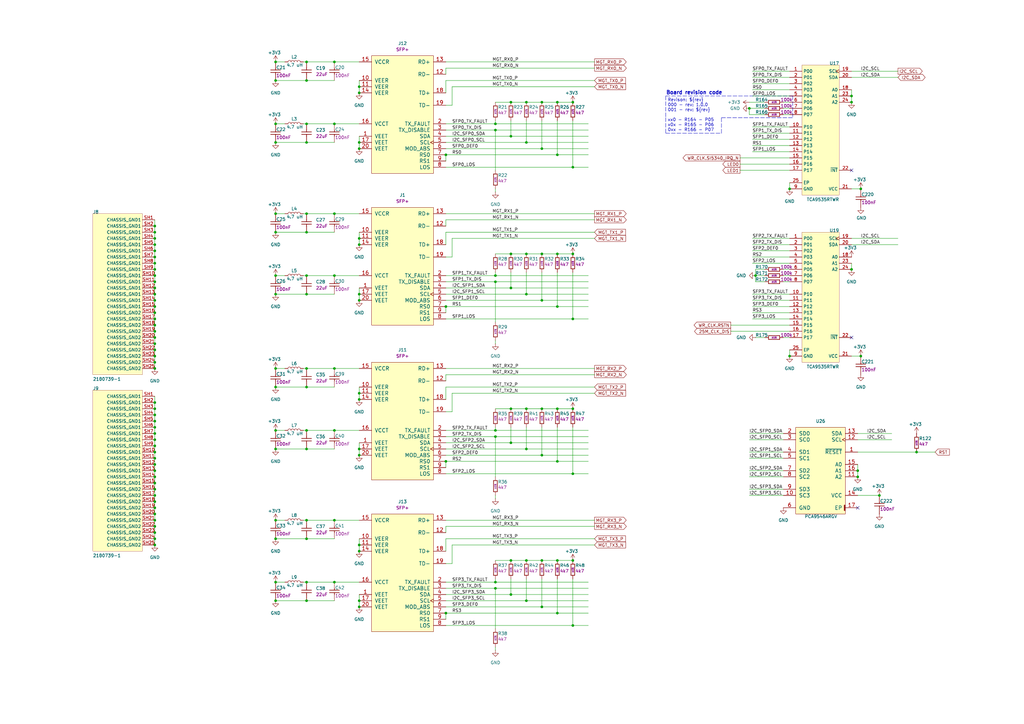
<source format=kicad_sch>
(kicad_sch (version 20250114) (generator "eeschema") (generator_version "9.0")
  (paper "A3")
  (title_block (title "SFPs") (date "2025-04-18") (rev "${rev}") (company "${name}") (comment 1 "${author}"))
  (text "Revison: ${rev}\n000 - rev: 1.0.0\n001 - rev: ${rev}\n\nxx0 - R164 - P05\nx0x - R165 - P06\n0xx - R166 - P07" (at 273.812 47.244 0) (effects (font (size 1.27 1.27)) (justify left)))
  (text "Board revision code" (at 284.734 38.1 0) (effects (font (size 1.5 1.5) (thickness 0.3) (bold yes))))
  (junction (at 137.16 238.76))
  (junction (at 63.5 148.59))
  (junction (at 113.03 220.98))
  (junction (at 147.32 184.15))
  (junction (at 63.5 115.57))
  (junction (at 63.5 138.43))
  (junction (at 351.79 195.58))
  (junction (at 125.73 33.02))
  (junction (at 125.73 95.25))
  (junction (at 203.2 241.3))
  (junction (at 63.5 215.9))
  (junction (at 63.5 223.52))
  (junction (at 63.5 205.74))
  (junction (at 228.6 251.46))
  (junction (at 125.73 25.4))
  (junction (at 125.73 246.38))
  (junction (at 203.2 179.07))
  (junction (at 63.5 175.26))
  (junction (at 222.25 60.96))
  (junction (at 125.73 213.36))
  (junction (at 375.92 185.42))
  (junction (at 323.85 146.05))
  (junction (at 215.9 41.91))
  (junction (at 222.25 167.64))
  (junction (at 215.9 229.87))
  (junction (at 125.73 158.75))
  (junction (at 222.25 248.92))
  (junction (at 137.16 87.63))
  (junction (at 125.73 220.98))
  (junction (at 228.6 104.14))
  (junction (at 63.5 95.25))
  (junction (at 215.9 246.38))
  (junction (at 125.73 87.63))
  (junction (at 182.88 251.46))
  (junction (at 209.55 167.64))
  (junction (at 147.32 161.29))
  (junction (at 113.03 113.03))
  (junction (at 63.5 165.1))
  (junction (at 203.2 176.53))
  (junction (at 63.5 185.42))
  (junction (at 63.5 200.66))
  (junction (at 113.03 33.02))
  (junction (at 63.5 113.03))
  (junction (at 63.5 180.34))
  (junction (at 63.5 182.88))
  (junction (at 63.5 172.72))
  (junction (at 234.95 256.54))
  (junction (at 63.5 105.41))
  (junction (at 63.5 100.33))
  (junction (at 113.03 50.8))
  (junction (at 113.03 58.42))
  (junction (at 147.32 123.19))
  (junction (at 349.25 39.37))
  (junction (at 323.85 77.47))
  (junction (at 209.55 181.61))
  (junction (at 63.5 135.89))
  (junction (at 63.5 210.82))
  (junction (at 63.5 130.81))
  (junction (at 63.5 218.44))
  (junction (at 125.73 176.53))
  (junction (at 147.32 248.92))
  (junction (at 228.6 189.23))
  (junction (at 63.5 133.35))
  (junction (at 147.32 223.52))
  (junction (at 63.5 107.95))
  (junction (at 228.6 125.73))
  (junction (at 125.73 151.13))
  (junction (at 182.88 189.23))
  (junction (at 147.32 97.79))
  (junction (at 147.32 100.33))
  (junction (at 209.55 104.14))
  (junction (at 349.25 41.91))
  (junction (at 63.5 92.71))
  (junction (at 63.5 151.13))
  (junction (at 203.2 53.34))
  (junction (at 137.16 25.4))
  (junction (at 113.03 151.13))
  (junction (at 351.79 193.04))
  (junction (at 203.2 113.03))
  (junction (at 228.6 41.91))
  (junction (at 63.5 146.05))
  (junction (at 63.5 167.64))
  (junction (at 63.5 123.19))
  (junction (at 353.06 146.05))
  (junction (at 353.06 77.47))
  (junction (at 113.03 87.63))
  (junction (at 125.73 120.65))
  (junction (at 113.03 184.15))
  (junction (at 234.95 167.64))
  (junction (at 147.32 163.83))
  (junction (at 63.5 97.79))
  (junction (at 234.95 68.58))
  (junction (at 147.32 35.56))
  (junction (at 209.55 55.88))
  (junction (at 209.55 243.84))
  (junction (at 234.95 41.91))
  (junction (at 147.32 226.06))
  (junction (at 209.55 118.11))
  (junction (at 63.5 170.18))
  (junction (at 125.73 58.42))
  (junction (at 228.6 63.5))
  (junction (at 147.32 58.42))
  (junction (at 125.73 113.03))
  (junction (at 234.95 130.81))
  (junction (at 63.5 143.51))
  (junction (at 222.25 104.14))
  (junction (at 203.2 50.8))
  (junction (at 222.25 41.91))
  (junction (at 349.25 110.49))
  (junction (at 234.95 229.87))
  (junction (at 137.16 213.36))
  (junction (at 234.95 104.14))
  (junction (at 63.5 195.58))
  (junction (at 203.2 115.57))
  (junction (at 113.03 120.65))
  (junction (at 228.6 167.64))
  (junction (at 137.16 113.03))
  (junction (at 209.55 229.87))
  (junction (at 182.88 63.5))
  (junction (at 307.34 44.45))
  (junction (at 125.73 238.76))
  (junction (at 113.03 25.4))
  (junction (at 137.16 151.13))
  (junction (at 113.03 176.53))
  (junction (at 63.5 140.97))
  (junction (at 215.9 120.65))
  (junction (at 63.5 128.27))
  (junction (at 147.32 246.38))
  (junction (at 309.88 113.03))
  (junction (at 63.5 220.98))
  (junction (at 113.03 238.76))
  (junction (at 203.2 238.76))
  (junction (at 113.03 246.38))
  (junction (at 113.03 213.36))
  (junction (at 63.5 102.87))
  (junction (at 360.68 203.2))
  (junction (at 147.32 60.96))
  (junction (at 63.5 213.36))
  (junction (at 63.5 125.73))
  (junction (at 137.16 50.8))
  (junction (at 125.73 50.8))
  (junction (at 63.5 190.5))
  (junction (at 63.5 203.2))
  (junction (at 63.5 198.12))
  (junction (at 215.9 167.64))
  (junction (at 147.32 38.1))
  (junction (at 222.25 186.69))
  (junction (at 209.55 41.91))
  (junction (at 147.32 120.65))
  (junction (at 215.9 184.15))
  (junction (at 63.5 177.8))
  (junction (at 222.25 123.19))
  (junction (at 222.25 229.87))
  (junction (at 63.5 110.49))
  (junction (at 63.5 118.11))
  (junction (at 137.16 176.53))
  (junction (at 215.9 58.42))
  (junction (at 113.03 95.25))
  (junction (at 113.03 158.75))
  (junction (at 63.5 187.96))
  (junction (at 147.32 186.69))
  (junction (at 125.73 184.15))
  (junction (at 228.6 229.87))
  (junction (at 215.9 104.14))
  (junction (at 63.5 208.28))
  (junction (at 63.5 193.04))
  (junction (at 234.95 194.31))
  (junction (at 182.88 125.73))
  (junction (at 63.5 120.65))
  (no_connect (at 349.25 69.85))
  (no_connect (at 349.25 138.43))
  (no_connect (at 351.79 208.28))
  (wire (pts (xy 63.5 218.44) (xy 63.5 220.98)))
  (wire (pts (xy 308.61 57.15) (xy 323.85 57.15)))
  (wire (pts (xy 182.88 243.84) (xy 209.55 243.84)))
  (wire (pts (xy 63.5 92.71) (xy 63.5 95.25)))
  (wire (pts (xy 125.73 25.4) (xy 137.16 25.4)))
  (wire (pts (xy 137.16 113.03) (xy 147.32 113.03)))
  (wire (pts (xy 182.88 25.4) (xy 243.84 25.4)))
  (wire (pts (xy 185.42 43.18) (xy 182.88 43.18)))
  (wire (pts (xy 63.5 102.87) (xy 63.5 105.41)))
  (wire (pts (xy 137.16 25.4) (xy 147.32 25.4)))
  (wire (pts (xy 125.73 113.03) (xy 137.16 113.03)))
  (wire (pts (xy 182.88 184.15) (xy 215.9 184.15)))
  (wire (pts (xy 113.03 220.98) (xy 125.73 220.98)))
  (wire (pts (xy 63.5 177.8) (xy 63.5 180.34)))
  (wire (pts (xy 113.03 246.38) (xy 125.73 246.38)))
  (wire (pts (xy 307.34 200.66) (xy 321.31 200.66)))
  (wire (pts (xy 182.88 220.98) (xy 182.88 226.06)))
  (wire (pts (xy 309.88 115.57) (xy 313.69 115.57)))
  (wire (pts (xy 215.9 104.14) (xy 222.25 104.14)))
  (wire (pts (xy 113.03 184.15) (xy 125.73 184.15)))
  (wire (pts (xy 124.46 176.53) (xy 125.73 176.53)))
  (wire (pts (xy 182.88 125.73) (xy 182.88 128.27)))
  (wire (pts (xy 222.25 60.96) (xy 241.3 60.96)))
  (wire (pts (xy 125.73 58.42) (xy 137.16 58.42)))
  (polyline (pts (xy 325.12 39.37) (xy 325.12 48.26)) (stroke (width 0) (type dash)))
  (wire (pts (xy 147.32 120.65) (xy 147.32 123.19)))
  (wire (pts (xy 321.31 46.99) (xy 323.85 46.99)))
  (wire (pts (xy 113.03 33.02) (xy 125.73 33.02)))
  (wire (pts (xy 182.88 153.67) (xy 182.88 156.21)))
  (wire (pts (xy 63.5 120.65) (xy 63.5 123.19)))
  (wire (pts (xy 209.55 229.87) (xy 215.9 229.87)))
  (wire (pts (xy 63.5 97.79) (xy 63.5 100.33)))
  (wire (pts (xy 303.53 69.85) (xy 323.85 69.85)))
  (wire (pts (xy 243.84 223.52) (xy 185.42 223.52)))
  (wire (pts (xy 182.88 179.07) (xy 203.2 179.07)))
  (wire (pts (xy 203.2 104.14) (xy 209.55 104.14)))
  (wire (pts (xy 113.03 120.65) (xy 125.73 120.65)))
  (wire (pts (xy 203.2 203.2) (xy 203.2 204.47)))
  (wire (pts (xy 125.73 87.63) (xy 137.16 87.63)))
  (wire (pts (xy 203.2 113.03) (xy 241.3 113.03)))
  (wire (pts (xy 63.5 198.12) (xy 63.5 200.66)))
  (wire (pts (xy 63.5 148.59) (xy 63.5 151.13)))
  (wire (pts (xy 113.03 95.25) (xy 125.73 95.25)))
  (wire (pts (xy 63.5 146.05) (xy 63.5 148.59)))
  (wire (pts (xy 351.79 185.42) (xy 375.92 185.42)))
  (wire (pts (xy 228.6 41.91) (xy 234.95 41.91)))
  (wire (pts (xy 375.92 185.42) (xy 383.54 185.42)))
  (wire (pts (xy 299.72 135.89) (xy 323.85 135.89)))
  (wire (pts (xy 63.5 140.97) (xy 63.5 143.51)))
  (wire (pts (xy 228.6 63.5) (xy 241.3 63.5)))
  (wire (pts (xy 125.73 151.13) (xy 137.16 151.13)))
  (wire (pts (xy 182.88 238.76) (xy 203.2 238.76)))
  (wire (pts (xy 243.84 35.56) (xy 185.42 35.56)))
  (wire (pts (xy 113.03 158.75) (xy 125.73 158.75)))
  (wire (pts (xy 125.73 246.38) (xy 137.16 246.38)))
  (wire (pts (xy 215.9 120.65) (xy 215.9 111.76)))
  (wire (pts (xy 63.5 200.66) (xy 63.5 203.2)))
  (wire (pts (xy 182.88 186.69) (xy 222.25 186.69)))
  (wire (pts (xy 234.95 256.54) (xy 241.3 256.54)))
  (wire (pts (xy 125.73 158.75) (xy 137.16 158.75)))
  (wire (pts (xy 321.31 138.43) (xy 323.85 138.43)))
  (wire (pts (xy 222.25 248.92) (xy 222.25 237.49)))
  (wire (pts (xy 63.5 90.17) (xy 63.5 92.71)))
  (wire (pts (xy 243.84 220.98) (xy 182.88 220.98)))
  (wire (pts (xy 209.55 181.61) (xy 209.55 175.26)))
  (wire (pts (xy 203.2 179.07) (xy 241.3 179.07)))
  (wire (pts (xy 113.03 87.63) (xy 116.84 87.63)))
  (wire (pts (xy 303.53 67.31) (xy 323.85 67.31)))
  (wire (pts (xy 307.34 193.04) (xy 321.31 193.04)))
  (wire (pts (xy 308.61 102.87) (xy 323.85 102.87)))
  (wire (pts (xy 124.46 113.03) (xy 125.73 113.03)))
  (wire (pts (xy 215.9 246.38) (xy 215.9 237.49)))
  (wire (pts (xy 222.25 104.14) (xy 228.6 104.14)))
  (wire (pts (xy 222.25 248.92) (xy 241.3 248.92)))
  (wire (pts (xy 349.25 97.79) (xy 368.3 97.79)))
  (wire (pts (xy 307.34 46.99) (xy 313.69 46.99)))
  (wire (pts (xy 125.73 213.36) (xy 137.16 213.36)))
  (wire (pts (xy 228.6 49.53) (xy 228.6 63.5)))
  (wire (pts (xy 137.16 87.63) (xy 147.32 87.63)))
  (wire (pts (xy 349.25 100.33) (xy 368.3 100.33)))
  (wire (pts (xy 63.5 203.2) (xy 63.5 205.74)))
  (wire (pts (xy 203.2 113.03) (xy 203.2 111.76)))
  (wire (pts (xy 182.88 90.17) (xy 182.88 92.71)))
  (wire (pts (xy 349.25 36.83) (xy 349.25 39.37)))
  (wire (pts (xy 222.25 167.64) (xy 228.6 167.64)))
  (wire (pts (xy 323.85 143.51) (xy 323.85 146.05)))
  (wire (pts (xy 63.5 167.64) (xy 63.5 170.18)))
  (wire (pts (xy 222.25 123.19) (xy 222.25 111.76)))
  (wire (pts (xy 309.88 113.03) (xy 313.69 113.03)))
  (wire (pts (xy 147.32 220.98) (xy 147.32 223.52)))
  (wire (pts (xy 243.84 90.17) (xy 182.88 90.17)))
  (wire (pts (xy 185.42 97.79) (xy 185.42 105.41)))
  (wire (pts (xy 182.88 151.13) (xy 243.84 151.13)))
  (wire (pts (xy 203.2 238.76) (xy 203.2 237.49)))
  (wire (pts (xy 203.2 167.64) (xy 209.55 167.64)))
  (wire (pts (xy 147.32 181.61) (xy 147.32 184.15)))
  (wire (pts (xy 309.88 110.49) (xy 309.88 113.03)))
  (wire (pts (xy 308.61 105.41) (xy 323.85 105.41)))
  (wire (pts (xy 125.73 120.65) (xy 137.16 120.65)))
  (wire (pts (xy 307.34 44.45) (xy 313.69 44.45)))
  (wire (pts (xy 137.16 50.8) (xy 147.32 50.8)))
  (wire (pts (xy 125.73 33.02) (xy 137.16 33.02)))
  (wire (pts (xy 182.88 123.19) (xy 222.25 123.19)))
  (wire (pts (xy 124.46 238.76) (xy 125.73 238.76)))
  (wire (pts (xy 228.6 175.26) (xy 228.6 189.23)))
  (wire (pts (xy 125.73 50.8) (xy 137.16 50.8)))
  (wire (pts (xy 182.88 241.3) (xy 203.2 241.3)))
  (wire (pts (xy 63.5 115.57) (xy 63.5 118.11)))
  (wire (pts (xy 182.88 58.42) (xy 215.9 58.42)))
  (wire (pts (xy 63.5 123.19) (xy 63.5 125.73)))
  (wire (pts (xy 308.61 128.27) (xy 323.85 128.27)))
  (wire (pts (xy 215.9 184.15) (xy 241.3 184.15)))
  (wire (pts (xy 203.2 241.3) (xy 203.2 257.81)))
  (wire (pts (xy 308.61 59.69) (xy 323.85 59.69)))
  (wire (pts (xy 124.46 50.8) (xy 125.73 50.8)))
  (wire (pts (xy 307.34 187.96) (xy 321.31 187.96)))
  (wire (pts (xy 203.2 265.43) (xy 203.2 266.7)))
  (wire (pts (xy 203.2 53.34) (xy 203.2 69.85)))
  (wire (pts (xy 182.88 176.53) (xy 203.2 176.53)))
  (wire (pts (xy 351.79 203.2) (xy 360.68 203.2)))
  (wire (pts (xy 228.6 104.14) (xy 234.95 104.14)))
  (wire (pts (xy 234.95 68.58) (xy 234.95 49.53)))
  (wire (pts (xy 307.34 177.8) (xy 321.31 177.8)))
  (wire (pts (xy 308.61 39.37) (xy 323.85 39.37)))
  (wire (pts (xy 63.5 195.58) (xy 63.5 198.12)))
  (wire (pts (xy 308.61 31.75) (xy 323.85 31.75)))
  (wire (pts (xy 182.88 251.46) (xy 228.6 251.46)))
  (wire (pts (xy 203.2 41.91) (xy 209.55 41.91)))
  (wire (pts (xy 203.2 50.8) (xy 203.2 49.53)))
  (wire (pts (xy 113.03 50.8) (xy 116.84 50.8)))
  (wire (pts (xy 203.2 176.53) (xy 241.3 176.53)))
  (wire (pts (xy 63.5 143.51) (xy 63.5 146.05)))
  (wire (pts (xy 63.5 172.72) (xy 63.5 175.26)))
  (wire (pts (xy 182.88 27.94) (xy 182.88 30.48)))
  (wire (pts (xy 124.46 25.4) (xy 125.73 25.4)))
  (wire (pts (xy 63.5 133.35) (xy 63.5 135.89)))
  (wire (pts (xy 307.34 195.58) (xy 321.31 195.58)))
  (wire (pts (xy 203.2 241.3) (xy 241.3 241.3)))
  (wire (pts (xy 228.6 125.73) (xy 241.3 125.73)))
  (polyline (pts (xy 273.05 48.26) (xy 273.05 54.61)) (stroke (width 0) (type dash)))
  (wire (pts (xy 307.34 185.42) (xy 321.31 185.42)))
  (wire (pts (xy 209.55 181.61) (xy 241.3 181.61)))
  (wire (pts (xy 182.88 256.54) (xy 234.95 256.54)))
  (wire (pts (xy 321.31 113.03) (xy 323.85 113.03)))
  (wire (pts (xy 63.5 175.26) (xy 63.5 177.8)))
  (wire (pts (xy 113.03 58.42) (xy 125.73 58.42)))
  (wire (pts (xy 243.84 215.9) (xy 182.88 215.9)))
  (wire (pts (xy 321.31 110.49) (xy 323.85 110.49)))
  (wire (pts (xy 137.16 176.53) (xy 147.32 176.53)))
  (wire (pts (xy 63.5 208.28) (xy 63.5 210.82)))
  (wire (pts (xy 243.84 153.67) (xy 182.88 153.67)))
  (wire (pts (xy 63.5 190.5) (xy 63.5 193.04)))
  (wire (pts (xy 209.55 104.14) (xy 215.9 104.14)))
  (wire (pts (xy 147.32 33.02) (xy 147.32 35.56)))
  (wire (pts (xy 182.88 158.75) (xy 182.88 163.83)))
  (wire (pts (xy 63.5 210.82) (xy 63.5 213.36)))
  (wire (pts (xy 182.88 181.61) (xy 209.55 181.61)))
  (wire (pts (xy 215.9 167.64) (xy 222.25 167.64)))
  (wire (pts (xy 63.5 100.33) (xy 63.5 102.87)))
  (wire (pts (xy 215.9 41.91) (xy 222.25 41.91)))
  (wire (pts (xy 308.61 36.83) (xy 323.85 36.83)))
  (wire (pts (xy 182.88 53.34) (xy 203.2 53.34)))
  (wire (pts (xy 222.25 123.19) (xy 241.3 123.19)))
  (wire (pts (xy 125.73 238.76) (xy 137.16 238.76)))
  (polyline (pts (xy 295.91 48.26) (xy 325.12 48.26)) (stroke (width 0) (type dash)))
  (wire (pts (xy 113.03 25.4) (xy 116.84 25.4)))
  (wire (pts (xy 113.03 151.13) (xy 116.84 151.13)))
  (wire (pts (xy 124.46 151.13) (xy 125.73 151.13)))
  (wire (pts (xy 137.16 238.76) (xy 147.32 238.76)))
  (wire (pts (xy 203.2 115.57) (xy 241.3 115.57)))
  (wire (pts (xy 147.32 58.42) (xy 147.32 60.96)))
  (wire (pts (xy 182.88 118.11) (xy 209.55 118.11)))
  (wire (pts (xy 147.32 95.25) (xy 147.32 97.79)))
  (wire (pts (xy 307.34 203.2) (xy 321.31 203.2)))
  (wire (pts (xy 147.32 118.11) (xy 147.32 120.65)))
  (wire (pts (xy 125.73 220.98) (xy 137.16 220.98)))
  (wire (pts (xy 308.61 123.19) (xy 323.85 123.19)))
  (wire (pts (xy 234.95 256.54) (xy 234.95 237.49)))
  (wire (pts (xy 63.5 95.25) (xy 63.5 97.79)))
  (wire (pts (xy 182.88 63.5) (xy 182.88 66.04)))
  (wire (pts (xy 63.5 193.04) (xy 63.5 195.58)))
  (wire (pts (xy 203.2 229.87) (xy 209.55 229.87)))
  (wire (pts (xy 299.72 133.35) (xy 323.85 133.35)))
  (wire (pts (xy 351.79 190.5) (xy 351.79 193.04)))
  (wire (pts (xy 63.5 107.95) (xy 63.5 110.49)))
  (wire (pts (xy 182.88 55.88) (xy 209.55 55.88)))
  (wire (pts (xy 203.2 77.47) (xy 203.2 78.74)))
  (wire (pts (xy 147.32 55.88) (xy 147.32 58.42)))
  (wire (pts (xy 63.5 110.49) (xy 63.5 113.03)))
  (wire (pts (xy 63.5 128.27) (xy 63.5 130.81)))
  (wire (pts (xy 215.9 58.42) (xy 241.3 58.42)))
  (wire (pts (xy 234.95 194.31) (xy 241.3 194.31)))
  (wire (pts (xy 182.88 215.9) (xy 182.88 218.44)))
  (wire (pts (xy 309.88 113.03) (xy 309.88 115.57)))
  (wire (pts (xy 215.9 246.38) (xy 241.3 246.38)))
  (wire (pts (xy 303.53 64.77) (xy 323.85 64.77)))
  (wire (pts (xy 215.9 229.87) (xy 222.25 229.87)))
  (wire (pts (xy 351.79 193.04) (xy 351.79 195.58)))
  (wire (pts (xy 308.61 130.81) (xy 323.85 130.81)))
  (wire (pts (xy 215.9 184.15) (xy 215.9 175.26)))
  (wire (pts (xy 63.5 182.88) (xy 63.5 185.42)))
  (wire (pts (xy 243.84 158.75) (xy 182.88 158.75)))
  (wire (pts (xy 125.73 184.15) (xy 137.16 184.15)))
  (wire (pts (xy 308.61 120.65) (xy 323.85 120.65)))
  (wire (pts (xy 63.5 118.11) (xy 63.5 120.65)))
  (wire (pts (xy 182.88 60.96) (xy 222.25 60.96)))
  (wire (pts (xy 182.88 68.58) (xy 234.95 68.58)))
  (wire (pts (xy 185.42 161.29) (xy 185.42 168.91)))
  (wire (pts (xy 63.5 180.34) (xy 63.5 182.88)))
  (wire (pts (xy 203.2 50.8) (xy 241.3 50.8)))
  (wire (pts (xy 209.55 243.84) (xy 209.55 237.49)))
  (wire (pts (xy 222.25 41.91) (xy 228.6 41.91)))
  (wire (pts (xy 182.88 63.5) (xy 228.6 63.5)))
  (wire (pts (xy 182.88 120.65) (xy 215.9 120.65)))
  (wire (pts (xy 63.5 185.42) (xy 63.5 187.96)))
  (wire (pts (xy 215.9 58.42) (xy 215.9 49.53)))
  (wire (pts (xy 63.5 213.36) (xy 63.5 215.9)))
  (wire (pts (xy 349.25 31.75) (xy 368.3 31.75)))
  (wire (pts (xy 222.25 229.87) (xy 228.6 229.87)))
  (wire (pts (xy 308.61 34.29) (xy 323.85 34.29)))
  (wire (pts (xy 182.88 194.31) (xy 234.95 194.31)))
  (wire (pts (xy 147.32 246.38) (xy 147.32 248.92)))
  (polyline (pts (xy 273.05 54.61) (xy 295.91 54.61)) (stroke (width 0) (type dash)))
  (wire (pts (xy 63.5 187.96) (xy 63.5 190.5)))
  (wire (pts (xy 147.32 158.75) (xy 147.32 161.29)))
  (wire (pts (xy 308.61 52.07) (xy 323.85 52.07)))
  (wire (pts (xy 113.03 238.76) (xy 116.84 238.76)))
  (wire (pts (xy 185.42 168.91) (xy 182.88 168.91)))
  (wire (pts (xy 308.61 100.33) (xy 323.85 100.33)))
  (wire (pts (xy 182.88 248.92) (xy 222.25 248.92)))
  (wire (pts (xy 63.5 105.41) (xy 63.5 107.95)))
  (wire (pts (xy 222.25 60.96) (xy 222.25 49.53)))
  (wire (pts (xy 137.16 151.13) (xy 147.32 151.13)))
  (wire (pts (xy 182.88 50.8) (xy 203.2 50.8)))
  (wire (pts (xy 234.95 194.31) (xy 234.95 175.26)))
  (wire (pts (xy 203.2 53.34) (xy 241.3 53.34)))
  (wire (pts (xy 63.5 205.74) (xy 63.5 208.28)))
  (wire (pts (xy 243.84 27.94) (xy 182.88 27.94)))
  (wire (pts (xy 349.25 29.21) (xy 368.3 29.21)))
  (wire (pts (xy 63.5 135.89) (xy 63.5 138.43)))
  (wire (pts (xy 182.88 130.81) (xy 234.95 130.81)))
  (wire (pts (xy 321.31 115.57) (xy 323.85 115.57)))
  (wire (pts (xy 63.5 162.56) (xy 63.5 165.1)))
  (wire (pts (xy 307.34 41.91) (xy 313.69 41.91)))
  (wire (pts (xy 137.16 213.36) (xy 147.32 213.36)))
  (wire (pts (xy 228.6 251.46) (xy 241.3 251.46)))
  (wire (pts (xy 147.32 97.79) (xy 147.32 100.33)))
  (wire (pts (xy 185.42 35.56) (xy 185.42 43.18)))
  (wire (pts (xy 203.2 139.7) (xy 203.2 140.97)))
  (wire (pts (xy 182.88 87.63) (xy 243.84 87.63)))
  (wire (pts (xy 182.88 113.03) (xy 203.2 113.03)))
  (wire (pts (xy 209.55 55.88) (xy 241.3 55.88)))
  (wire (pts (xy 203.2 238.76) (xy 241.3 238.76)))
  (wire (pts (xy 185.42 223.52) (xy 185.42 231.14)))
  (wire (pts (xy 349.25 39.37) (xy 349.25 41.91)))
  (wire (pts (xy 308.61 125.73) (xy 323.85 125.73)))
  (wire (pts (xy 182.88 213.36) (xy 243.84 213.36)))
  (wire (pts (xy 228.6 111.76) (xy 228.6 125.73)))
  (wire (pts (xy 182.88 33.02) (xy 182.88 38.1)))
  (wire (pts (xy 351.79 180.34) (xy 365.76 180.34)))
  (wire (pts (xy 222.25 186.69) (xy 241.3 186.69)))
  (wire (pts (xy 307.34 180.34) (xy 321.31 180.34)))
  (wire (pts (xy 147.32 223.52) (xy 147.32 226.06)))
  (wire (pts (xy 63.5 215.9) (xy 63.5 218.44)))
  (wire (pts (xy 321.31 41.91) (xy 323.85 41.91)))
  (wire (pts (xy 243.84 33.02) (xy 182.88 33.02)))
  (polyline (pts (xy 273.05 39.37) (xy 273.05 48.26)) (stroke (width 0) (type dash)))
  (wire (pts (xy 234.95 130.81) (xy 241.3 130.81)))
  (wire (pts (xy 147.32 243.84) (xy 147.32 246.38)))
  (wire (pts (xy 313.69 110.49) (xy 309.88 110.49)))
  (wire (pts (xy 222.25 186.69) (xy 222.25 175.26)))
  (wire (pts (xy 308.61 62.23) (xy 323.85 62.23)))
  (wire (pts (xy 185.42 231.14) (xy 182.88 231.14)))
  (wire (pts (xy 228.6 237.49) (xy 228.6 251.46)))
  (wire (pts (xy 209.55 243.84) (xy 241.3 243.84)))
  (wire (pts (xy 323.85 74.93) (xy 323.85 77.47)))
  (wire (pts (xy 308.61 97.79) (xy 323.85 97.79)))
  (wire (pts (xy 308.61 107.95) (xy 323.85 107.95)))
  (polyline (pts (xy 295.91 54.61) (xy 295.91 48.26)) (stroke (width 0) (type dash)))
  (wire (pts (xy 215.9 120.65) (xy 241.3 120.65)))
  (wire (pts (xy 349.25 77.47) (xy 353.06 77.47)))
  (wire (pts (xy 308.61 29.21) (xy 323.85 29.21)))
  (wire (pts (xy 209.55 167.64) (xy 215.9 167.64)))
  (wire (pts (xy 63.5 138.43) (xy 63.5 140.97)))
  (wire (pts (xy 307.34 46.99) (xy 307.34 44.45)))
  (wire (pts (xy 203.2 115.57) (xy 203.2 132.08)))
  (wire (pts (xy 124.46 87.63) (xy 125.73 87.63)))
  (wire (pts (xy 113.03 113.03) (xy 116.84 113.03)))
  (wire (pts (xy 182.88 95.25) (xy 182.88 100.33)))
  (wire (pts (xy 125.73 95.25) (xy 137.16 95.25)))
  (wire (pts (xy 243.84 95.25) (xy 182.88 95.25)))
  (wire (pts (xy 243.84 97.79) (xy 185.42 97.79)))
  (wire (pts (xy 63.5 113.03) (xy 63.5 115.57)))
  (wire (pts (xy 147.32 161.29) (xy 147.32 163.83)))
  (wire (pts (xy 234.95 68.58) (xy 241.3 68.58)))
  (wire (pts (xy 351.79 177.8) (xy 365.76 177.8)))
  (wire (pts (xy 185.42 105.41) (xy 182.88 105.41)))
  (wire (pts (xy 308.61 54.61) (xy 323.85 54.61)))
  (wire (pts (xy 113.03 176.53) (xy 116.84 176.53)))
  (wire (pts (xy 147.32 184.15) (xy 147.32 186.69)))
  (wire (pts (xy 309.88 138.43) (xy 313.69 138.43)))
  (wire (pts (xy 63.5 125.73) (xy 63.5 128.27)))
  (wire (pts (xy 321.31 44.45) (xy 323.85 44.45)))
  (polyline (pts (xy 325.12 39.37) (xy 273.05 39.37)) (stroke (width 0) (type dash)))
  (wire (pts (xy 124.46 213.36) (xy 125.73 213.36)))
  (wire (pts (xy 209.55 118.11) (xy 209.55 111.76)))
  (wire (pts (xy 243.84 161.29) (xy 185.42 161.29)))
  (wire (pts (xy 125.73 176.53) (xy 137.16 176.53)))
  (wire (pts (xy 182.88 246.38) (xy 215.9 246.38)))
  (wire (pts (xy 203.2 179.07) (xy 203.2 195.58)))
  (wire (pts (xy 113.03 213.36) (xy 116.84 213.36)))
  (wire (pts (xy 349.25 146.05) (xy 353.06 146.05)))
  (wire (pts (xy 63.5 165.1) (xy 63.5 167.64)))
  (wire (pts (xy 182.88 251.46) (xy 182.88 254)))
  (wire (pts (xy 63.5 170.18) (xy 63.5 172.72)))
  (wire (pts (xy 182.88 115.57) (xy 203.2 115.57)))
  (wire (pts (xy 234.95 130.81) (xy 234.95 111.76)))
  (wire (pts (xy 182.88 189.23) (xy 182.88 191.77)))
  (wire (pts (xy 63.5 220.98) (xy 63.5 223.52)))
  (wire (pts (xy 209.55 118.11) (xy 241.3 118.11)))
  (wire (pts (xy 228.6 189.23) (xy 241.3 189.23)))
  (wire (pts (xy 228.6 167.64) (xy 234.95 167.64)))
  (wire (pts (xy 182.88 189.23) (xy 228.6 189.23)))
  (wire (pts (xy 147.32 35.56) (xy 147.32 38.1)))
  (wire (pts (xy 228.6 229.87) (xy 234.95 229.87)))
  (wire (pts (xy 349.25 107.95) (xy 349.25 110.49)))
  (wire (pts (xy 209.55 55.88) (xy 209.55 49.53)))
  (wire (pts (xy 203.2 176.53) (xy 203.2 175.26)))
  (wire (pts (xy 63.5 130.81) (xy 63.5 133.35)))
  (wire (pts (xy 182.88 125.73) (xy 228.6 125.73)))
  (wire (pts (xy 209.55 41.91) (xy 215.9 41.91)))
  (label "I2C_SFP2_SCL" (at 307.34 195.58 0) (effects (font (thickness 0.1588))))
  (label "SFP0_TX_FAULT" (at 308.61 29.21 0) (effects (font (thickness 0.1588))))
  (label "SFP1_TX_FAULT" (at 308.61 52.07 0) (effects (font (thickness 0.1588))))
  (label "RS3" (at 308.61 128.27 0))
  (label "MGT_TX3_P" (at 201.93 220.98 0))
  (label "I2C_SFP2_SDA" (at 307.34 193.04 0) (effects (font (thickness 0.1588))))
  (label "MGT_TX0_P" (at 201.93 33.02 0))
  (label "SFP0_LOS" (at 308.61 39.37 0) (effects (font (thickness 0.1588))))
  (label "SFP1_DEF0" (at 185.42 123.19 0) (effects (font (thickness 0.1588))))
  (label "SFP2_DEF0" (at 308.61 102.87 0) (effects (font (thickness 0.1588))))
  (label "SFP2_TX_DIS" (at 185.42 179.07 0) (effects (font (thickness 0.1588))))
  (label "MGT_RX2_N" (at 201.93 153.67 0))
  (label "MGT_TX0_N" (at 201.93 35.56 0))
  (label "SFP3_DEF0" (at 308.61 125.73 0) (effects (font (thickness 0.1588))))
  (label "SFP2_TX_FAULT" (at 308.61 97.79 0) (effects (font (thickness 0.1588))))
  (label "MGT_RX1_P" (at 201.93 87.63 0))
  (label "I2C_SFP0_SCL" (at 185.42 58.42 0) (effects (font (thickness 0.1588))))
  (label "MGT_TX2_N" (at 201.93 161.29 0))
  (label "MGT_RX3_P" (at 201.93 213.36 0))
  (label "MGT_RX2_P" (at 201.93 151.13 0))
  (label "I2C_SCL" (at 355.6 180.34 0))
  (label "I2C_SFP2_SCL" (at 185.42 184.15 0) (effects (font (thickness 0.1588))))
  (label "I2C_SFP1_SCL" (at 307.34 187.96 0) (effects (font (thickness 0.1588))))
  (label "I2C_SFP3_SDA" (at 185.42 243.84 0) (effects (font (thickness 0.1588))))
  (label "SFP0_TX_FAULT" (at 185.42 50.8 0) (effects (font (thickness 0.1588))))
  (label "I2C_SCL" (at 353.06 97.79 0))
  (label "SFP0_LOS" (at 185.42 68.58 0) (effects (font (thickness 0.1588))))
  (label "SFP2_TX_FAULT" (at 185.42 176.53 0) (effects (font (thickness 0.1588))))
  (label "I2C_SFP0_SDA" (at 185.42 55.88 0) (effects (font (thickness 0.1588))))
  (label "SFP0_DEF0" (at 308.61 34.29 0) (effects (font (thickness 0.1588))))
  (label "I2C_SFP0_SDA" (at 307.34 177.8 0) (effects (font (thickness 0.1588))))
  (label "RS0" (at 185.42 63.5 0))
  (label "MGT_TX1_P" (at 201.93 95.25 0))
  (label "I2C_SFP0_SCL" (at 307.34 180.34 0) (effects (font (thickness 0.1588))))
  (label "MGT_TX2_P" (at 201.93 158.75 0))
  (label "SFP2_DEF0" (at 185.42 186.69 0) (effects (font (thickness 0.1588))))
  (label "I2C_SFP1_SDA" (at 185.42 118.11 0) (effects (font (thickness 0.1588))))
  (label "MGT_TX1_N" (at 201.93 97.79 0))
  (label "RS2" (at 185.42 189.23 0))
  (label "RS2" (at 308.61 105.41 0))
  (label "MGT_RX1_N" (at 201.93 90.17 0))
  (label "I2C_SFP3_SDA" (at 307.34 200.66 0) (effects (font (thickness 0.1588))))
  (label "I2C_SFP3_SCL" (at 185.42 246.38 0) (effects (font (thickness 0.1588))))
  (label "SFP1_LOS" (at 185.42 130.81 0) (effects (font (thickness 0.1588))))
  (label "MGT_TX3_N" (at 201.93 223.52 0))
  (label "SFP1_DEF0" (at 308.61 57.15 0) (effects (font (thickness 0.1588))))
  (label "SFP1_TX_DIS" (at 185.42 115.57 0) (effects (font (thickness 0.1588))))
  (label "RS0" (at 308.61 36.83 0))
  (label "MGT_RX0_N" (at 201.93 27.94 0))
  (label "I2C_SCL" (at 353.06 29.21 0))
  (label "MGT_RX0_P" (at 201.93 25.4 0))
  (label "SFP2_TX_DIS" (at 308.61 100.33 0) (effects (font (thickness 0.1588))))
  (label "SFP0_TX_DIS" (at 308.61 31.75 0) (effects (font (thickness 0.1588))))
  (label "RS1" (at 308.61 59.69 0))
  (label "I2C_SDA" (at 353.06 31.75 0))
  (label "SFP1_TX_FAULT" (at 185.42 113.03 0) (effects (font (thickness 0.1588))))
  (label "SFP1_TX_DIS" (at 308.61 54.61 0) (effects (font (thickness 0.1588))))
  (label "SFP1_LOS" (at 308.61 62.23 0) (effects (font (thickness 0.1588))))
  (label "RS1" (at 185.42 125.73 0))
  (label "I2C_SFP2_SDA" (at 185.42 181.61 0) (effects (font (thickness 0.1588))))
  (label "I2C_SFP3_SCL" (at 307.34 203.2 0) (effects (font (thickness 0.1588))))
  (label "SFP3_TX_FAULT" (at 185.42 238.76 0) (effects (font (thickness 0.1588))))
  (label "SFP3_TX_DIS" (at 185.42 241.3 0) (effects (font (thickness 0.1588))))
  (label "SFP3_LOS" (at 185.42 256.54 0) (effects (font (thickness 0.1588))))
  (label "I2C_SFP1_SDA" (at 307.34 185.42 0) (effects (font (thickness 0.1588))))
  (label "I2C_SDA" (at 353.06 100.33 0))
  (label "SFP0_TX_DIS" (at 185.42 53.34 0) (effects (font (thickness 0.1588))))
  (label "SFP3_TX_DIS" (at 308.61 123.19 0) (effects (font (thickness 0.1588))))
  (label "SFP3_LOS" (at 308.61 130.81 0) (effects (font (thickness 0.1588))))
  (label "SFP2_LOS" (at 185.42 194.31 0) (effects (font (thickness 0.1588))))
  (label "SFP3_DEF0" (at 185.42 248.92 0) (effects (font (thickness 0.1588))))
  (label "I2C_SDA" (at 355.6 177.8 0))
  (label "SFP3_TX_FAULT" (at 308.61 120.65 0) (effects (font (thickness 0.1588))))
  (label "SFP0_DEF0" (at 185.42 60.96 0) (effects (font (thickness 0.1588))))
  (label "SFP2_LOS" (at 308.61 107.95 0) (effects (font (thickness 0.1588))))
  (label "MGT_RX3_N" (at 201.93 215.9 0))
  (label "I2C_SFP1_SCL" (at 185.42 120.65 0) (effects (font (thickness 0.1588))))
  (label "RS3" (at 185.42 251.46 0))
  (global_label "I2C_SDA" (shape bidirectional) (at 368.3 31.75 0) (property "Intersheetrefs" "${INTERSHEET_REFS}" (effects (hide yes))))
  (global_label "WR_CLK.SI5340_IRQ_N" (shape output) (at 303.53 64.77 180) (effects (font (thickness 0.1588))) (property "Intersheetrefs" "${INTERSHEET_REFS}" (effects (hide yes))))
  (global_label "MGT_RX3_P" (shape output) (at 243.84 213.36 0) (property "Intersheetrefs" "${INTERSHEET_REFS}" (effects (hide yes))))
  (global_label "MGT_TX0_N" (shape input) (at 243.84 35.56 0) (property "Intersheetrefs" "${INTERSHEET_REFS}" (effects (hide yes))))
  (global_label "LED1" (shape output) (at 303.53 69.85 180) (property "Intersheetrefs" "${INTERSHEET_REFS}" (effects (hide yes))))
  (global_label "MGT_TX2_P" (shape input) (at 243.84 158.75 0) (property "Intersheetrefs" "${INTERSHEET_REFS}" (effects (hide yes))))
  (global_label "25M_CLK_DIS" (shape output) (at 299.72 135.89 180) (property "Intersheetrefs" "${INTERSHEET_REFS}" (effects (hide yes))))
  (global_label "MGT_TX3_P" (shape input) (at 243.84 220.98 0) (property "Intersheetrefs" "${INTERSHEET_REFS}" (effects (hide yes))))
  (global_label "MGT_RX0_P" (shape output) (at 243.84 25.4 0) (property "Intersheetrefs" "${INTERSHEET_REFS}" (effects (hide yes))))
  (global_label "I2C_SCL" (shape output) (at 368.3 29.21 0) (property "Intersheetrefs" "${INTERSHEET_REFS}" (effects (hide yes))))
  (global_label "MGT_TX1_P" (shape input) (at 243.84 95.25 0) (property "Intersheetrefs" "${INTERSHEET_REFS}" (effects (hide yes))))
  (global_label "MGT_RX1_P" (shape output) (at 243.84 87.63 0) (property "Intersheetrefs" "${INTERSHEET_REFS}" (effects (hide yes))))
  (global_label "MGT_TX1_N" (shape input) (at 243.84 97.79 0) (property "Intersheetrefs" "${INTERSHEET_REFS}" (effects (hide yes))))
  (global_label "MGT_TX2_N" (shape input) (at 243.84 161.29 0) (property "Intersheetrefs" "${INTERSHEET_REFS}" (effects (hide yes))))
  (global_label "MGT_TX0_P" (shape input) (at 243.84 33.02 0) (property "Intersheetrefs" "${INTERSHEET_REFS}" (effects (hide yes))))
  (global_label "MGT_RX1_N" (shape output) (at 243.84 90.17 0) (property "Intersheetrefs" "${INTERSHEET_REFS}" (effects (hide yes))))
  (global_label "LED0" (shape output) (at 303.53 67.31 180) (property "Intersheetrefs" "${INTERSHEET_REFS}" (effects (hide yes))))
  (global_label "MGT_RX2_N" (shape output) (at 243.84 153.67 0) (property "Intersheetrefs" "${INTERSHEET_REFS}" (effects (hide yes))))
  (global_label "MGT_RX2_P" (shape output) (at 243.84 151.13 0) (property "Intersheetrefs" "${INTERSHEET_REFS}" (effects (hide yes))))
  (global_label "MGT_RX3_N" (shape output) (at 243.84 215.9 0) (property "Intersheetrefs" "${INTERSHEET_REFS}" (effects (hide yes))))
  (global_label "RST" (shape input) (at 383.54 185.42 0) (property "Intersheetrefs" "${INTERSHEET_REFS}" (effects (hide yes))))
  (global_label "WR_CLK.RSTN" (shape output) (at 299.72 133.35 180) (effects (font (thickness 0.1588))) (property "Intersheetrefs" "${INTERSHEET_REFS}" (effects (hide yes))))
  (global_label "MGT_TX3_N" (shape input) (at 243.84 223.52 0) (property "Intersheetrefs" "${INTERSHEET_REFS}" (effects (hide yes))))
  (global_label "MGT_RX0_N" (shape output) (at 243.84 27.94 0) (property "Intersheetrefs" "${INTERSHEET_REFS}" (effects (hide yes))))
  (symbol (lib_id "power:+1V0") (at 353.06 146.05 0) (unit 1)
    (property "Reference" "#PWR0276" (effects (hide yes)))
    (property "Value" "+3V3" (at 352.552 142.24 0))
    (property "Description" "Power symbol creates a global label with name \"+1V0\"" (effects (hide yes)))
  )
  (symbol (lib_id "power:GND") (at 147.32 186.69 0) (unit 1)
    (property "Reference" "#PWR058" (effects (hide yes)))
    (property "Value" "GND" (at 147.32 191.77 0))
    (property "Description" "Power symbol creates a global label with name \"GND\" , ground" (effects (hide yes)))
  )
  (symbol (lib_id "Capacitors SMD:CC0402_100NF_50V_10%_X7R") (at 137.16 120.65 90) (unit 1)
    (property "Reference" "C30" (at 137.414 115.316 90) (effects (justify right)))
    (property "Value" "CC0402_100NF_50V_10%_X7R" (effects (hide yes)))
    (property "Footprint" "Capacitors SMD:CAPC1005X55N" (effects (hide yes)))
    (property "Datasheet" "\\\\cern.ch\\dfs\\Applications\\Altium\\Datasheets\\CC0402_MURATA_GRM155R71H104KE14D.pdf" (effects (hide yes)))
    (property "Description" "SMD Multilayer Chip Ceramic Capacitor" (effects (hide yes)))
    (property "Val" "100nF" (at 137.414 118.618 90) (effects (justify right)))
    (property "Part Number" "CC0402_100NF_50V_10%_X7R" (effects (hide yes)))
    (property "Library Ref" "Capacitor - non polarized" (effects (hide yes)))
    (property "Library Path" "SchLib\\Capacitors.SchLib" (effects (hide yes)))
    (property "Comment" "100nF" (effects (hide yes)))
    (property "Component Kind" "Standard" (effects (hide yes)))
    (property "Component Type" "Standard" (effects (hide yes)))
    (property "Pin Count" "2" (effects (hide yes)))
    (property "Footprint Path" "PcbLib\\Capacitors SMD.PcbLib" (effects (hide yes)))
    (property "Footprint Ref" "CAPC1005X55N" (effects (hide yes)))
    (property "PackageDescription" " " (effects (hide yes)))
    (property "Status" "None" (effects (hide yes)))
    (property "Status Comment" " " (effects (hide yes)))
    (property "Voltage" "50V" (effects (hide yes)))
    (property "TC" "X7R" (effects (hide yes)))
    (property "Tolerance" "±10%" (effects (hide yes)))
    (property "Part Description" "SMD Multilayer Chip Ceramic Capacitor" (effects (hide yes)))
    (property "Manufacturer" "GENERIC" (effects (hide yes)))
    (property "Manufacturer Part Number" "CC0402_100NF_50V_10%_X7R" (effects (hide yes)))
    (property "Case" "0402" (effects (hide yes)))
    (property "Mounted" "Yes" (effects (hide yes)))
    (property "Socket" "No" (effects (hide yes)))
    (property "SMD" "Yes" (effects (hide yes)))
    (property "PressFit" " " (effects (hide yes)))
    (property "Sense" "No" (effects (hide yes)))
    (property "Sense Comment" " " (effects (hide yes)))
    (property "ComponentHeight" " " (effects (hide yes)))
    (property "Manufacturer1 Example" "MURATA" (effects (hide yes)))
    (property "Manufacturer1 Part Number" "GRM155R71H104KE14D" (effects (hide yes)))
    (property "Manufacturer1 ComponentHeight" "0.55mm" (effects (hide yes)))
    (property "HelpURL" "\\\\cern.ch\\dfs\\Applications\\Altium\\Datasheets\\CC0402_MURATA_GRM155R71H104KE14D.pdf" (effects (hide yes)))
    (property "Author" "CERN DEM MR" (effects (hide yes)))
    (property "CreateDate" "06/30/17 00:00:00" (effects (hide yes)))
    (property "LatestRevisionDate" "06/30/17 00:00:00" (effects (hide yes)))
    (property "Database Table Name" "Capacitors" (effects (hide yes)))
    (property "Library Name" "Capacitors SMD" (effects (hide yes)))
    (property "Footprint Library" "Capacitors SMD" (effects (hide yes)))
    (property "License" "CC-BY-SA 4.0" (effects (hide yes)))
  )
  (symbol (lib_id "power:+1V0") (at 360.68 203.2 0) (unit 1)
    (property "Reference" "#PWR0280" (effects (hide yes)))
    (property "Value" "+3V3" (at 360.172 199.39 0))
    (property "Description" "Power symbol creates a global label with name \"+1V0\"" (effects (hide yes)))
  )
  (symbol (lib_id "Analog & Interface:PCA9546ARGV") (at 346.71 175.26 0) (mirror y) (unit 1)
    (property "Reference" "U26" (at 336.55 172.72 0))
    (property "Value" "PCA9546ARGV" (at 343.408 211.836 0) (effects (justify left)))
    (property "Footprint" "ICs And Semiconductors SMD:QFN65P400X400X100-17N-S225" (effects (hide yes)))
    (property "Datasheet" "\\\\cern.ch\\dfs\\Applications\\Altium\\Datasheets\\PCA9546A.pdf" (effects (hide yes)))
    (property "Description" "Low Voltage 4-Channel I2C and SMBus Switch with Reset Function" (effects (hide yes)))
    (property "Part Number" "PCA9546ARGV" (effects (hide yes)))
    (property "Library Ref" "PCA9546ARGV" (effects (hide yes)))
    (property "Library Path" "SchLib\\Analog & Interface.SchLib" (effects (hide yes)))
    (property "Comment" "PCA9546ARGV" (effects (hide yes)))
    (property "Component Kind" "Standard" (effects (hide yes)))
    (property "Component Type" "Standard" (effects (hide yes)))
    (property "Device" "PCA9546ARGV" (effects (hide yes)))
    (property "PackageDescription" "QFN, 0.65mm Pitch, Square; 16 Pin, 4.00mm L X 4.00mm W X 1.00mm H body (w/Thermal Tab 2.25 X 2.25mm), IPC Medium Density" (effects (hide yes)))
    (property "Status" " " (effects (hide yes)))
    (property "Part Description" "Low Voltage 4-Channel I2C and SMBus Switch with Reset Function" (effects (hide yes)))
    (property "Manufacturer" "TEXAS INSTRUMENTS" (effects (hide yes)))
    (property "Manufacturer Part Number" "PCA9546ARGV" (effects (hide yes)))
    (property "Pin Count" "17" (effects (hide yes)))
    (property "Case" "QFN16" (effects (hide yes)))
    (property "Mounted" "Yes" (effects (hide yes)))
    (property "Socket" "No" (effects (hide yes)))
    (property "SMD" "Yes" (effects (hide yes)))
    (property "PressFit" "No" (effects (hide yes)))
    (property "Sense" "No" (effects (hide yes)))
    (property "Sense Comment" " " (effects (hide yes)))
    (property "Bonding" "No" (effects (hide yes)))
    (property "Status Comment" " " (effects (hide yes)))
    (property "ComponentHeight" "1mm" (effects (hide yes)))
    (property "Footprint Path" "PcbLib\\ICs And Semiconductors SMD.PcbLib" (effects (hide yes)))
    (property "Footprint Ref" "QFN65P400X400X100-17N-S225" (effects (hide yes)))
    (property "Author" "CERN DEM HF" (effects (hide yes)))
    (property "HelpURL" "\\\\cern.ch\\dfs\\Applications\\Altium\\Datasheets\\PCA9546A.pdf" (effects (hide yes)))
    (property "ComponentLink1URL" " " (effects (hide yes)))
    (property "ComponentLink2URL" " " (effects (hide yes)))
    (property "ComponentLink2Description" " " (effects (hide yes)))
    (property "ComponentLink1Description" " " (effects (hide yes)))
    (property "CreateDate" "04/12/23 00:00:00" (effects (hide yes)))
    (property "LatestRevisionDate" "04/12/23 00:00:00" (effects (hide yes)))
    (property "SCEM" " " (effects (hide yes)))
    (property "Database Table Name" "ICs And Semiconductors" (effects (hide yes)))
    (property "Library Name" "Analog & Interface" (effects (hide yes)))
    (property "Footprint Library" "ICs And Semiconductors SMD" (effects (hide yes)))
    (property "License" "CC-BY-SA 4.0" (effects (hide yes)))
  )
  (symbol (lib_id "power:GND") (at 309.88 113.03 270) (unit 1)
    (property "Reference" "#PWR0346" (effects (hide yes)))
    (property "Value" "GND" (at 306.07 113.0299 90) (effects (justify right)))
    (property "Description" "Power symbol creates a global label with name \"GND\" , ground" (effects (hide yes)))
  )
  (symbol (lib_id "Capacitors SMD:CC0805_22UF_16V_10%_X5R") (at 125.73 220.98 90) (unit 1)
    (property "Reference" "C37" (at 129.54 215.8999 90) (effects (justify right)))
    (property "Value" "CC0805_22UF_16V_10%_X5R" (effects (hide yes)))
    (property "Footprint" "Capacitors SMD:CAPC2012X135N" (effects (hide yes)))
    (property "Datasheet" "\\\\cern.ch\\dfs\\Applications\\Altium\\Datasheets\\CC0805_X5R_TDK_C.pdf" (effects (hide yes)))
    (property "Description" "SMD Multilayer Chip Ceramic Capacitor" (effects (hide yes)))
    (property "Val" "22uF" (at 129.54 218.4399 90) (effects (justify right)))
    (property "Part Number" "CC0805_22UF_16V_10%_X5R" (effects (hide yes)))
    (property "Library Ref" "Capacitor - non polarized" (effects (hide yes)))
    (property "Library Path" "SchLib\\Capacitors.SchLib" (effects (hide yes)))
    (property "Comment" "22uF" (effects (hide yes)))
    (property "Component Kind" "Standard" (effects (hide yes)))
    (property "Component Type" "Standard" (effects (hide yes)))
    (property "Pin Count" "2" (effects (hide yes)))
    (property "Footprint Path" "PcbLib\\Capacitors SMD.PcbLib" (effects (hide yes)))
    (property "Footprint Ref" "CAPC2012X135N" (effects (hide yes)))
    (property "PackageDescription" " " (effects (hide yes)))
    (property "Status" "Preferred" (effects (hide yes)))
    (property "Status Comment" " " (effects (hide yes)))
    (property "Voltage" "16V" (effects (hide yes)))
    (property "TC" "X5R" (effects (hide yes)))
    (property "Tolerance" "±10%" (effects (hide yes)))
    (property "Part Description" "SMD Multilayer Chip Ceramic Capacitor" (effects (hide yes)))
    (property "Manufacturer" "GENERIC" (effects (hide yes)))
    (property "Manufacturer Part Number" "CC0805_22UF_16V_10%_X5R" (effects (hide yes)))
    (property "Case" "0805" (effects (hide yes)))
    (property "Mounted" "Yes" (effects (hide yes)))
    (property "Socket" "No" (effects (hide yes)))
    (property "SMD" "Yes" (effects (hide yes)))
    (property "PressFit" " " (effects (hide yes)))
    (property "Sense" "No" (effects (hide yes)))
    (property "Sense Comment" " " (effects (hide yes)))
    (property "ComponentHeight" " " (effects (hide yes)))
    (property "Manufacturer1 Example" "TDK" (effects (hide yes)))
    (property "Manufacturer1 Part Number" "C2012X5R1C226KT" (effects (hide yes)))
    (property "Manufacturer1 ComponentHeight" "1.35mm" (effects (hide yes)))
    (property "HelpURL" "\\\\cern.ch\\dfs\\Applications\\Altium\\Datasheets\\CC0805_X5R_TDK_C.pdf" (effects (hide yes)))
    (property "Author" "CERN DEM JLC" (effects (hide yes)))
    (property "CreateDate" "10/25/12 00:00:00" (effects (hide yes)))
    (property "LatestRevisionDate" "10/25/12 00:00:00" (effects (hide yes)))
    (property "Database Table Name" "Capacitors" (effects (hide yes)))
    (property "Library Name" "Capacitors SMD" (effects (hide yes)))
    (property "Footprint Library" "Capacitors SMD" (effects (hide yes)))
    (property "License" "CC-BY-SA 4.0" (effects (hide yes)))
  )
  (symbol (lib_id "Resistors SMD:R0402_4K7_1%_0.0625W_100PPM") (at 234.95 111.76 90) (unit 1)
    (property "Reference" "R34" (at 235.966 106.172 90) (effects (justify right)))
    (property "Value" "R0402_4K7_1%_0.0625W_100PPM" (effects (hide yes)))
    (property "Footprint" "Resistors SMD:RESC1005X40N" (effects (hide yes)))
    (property "Datasheet" "\\\\cern.ch\\dfs\\Applications\\Altium\\Datasheets\\R0402_Phycomp_RC0402.pdf" (effects (hide yes)))
    (property "Description" "General Purpose Thick Film Chip Resistor" (effects (hide yes)))
    (property "Tolerance" "±1%" (at 234.95 106.934 0) (effects (font (size 0.635 0.635)) (justify right)))
    (property "Val" "4k7" (at 235.966 108.458 90) (effects (justify right)))
    (property "Part Number" "R0402_4K7_1%_0.0625W_100PPM" (effects (hide yes)))
    (property "Library Ref" "Resistor - 1%" (effects (hide yes)))
    (property "Library Path" "SchLib\\Resistors.SchLib" (effects (hide yes)))
    (property "Comment" "4k7" (effects (hide yes)))
    (property "Component Kind" "Standard" (effects (hide yes)))
    (property "Component Type" "Standard" (effects (hide yes)))
    (property "PackageDescription" " " (effects (hide yes)))
    (property "Pin Count" "2" (effects (hide yes)))
    (property "Footprint Path" "PcbLib\\Resistors SMD.PcbLib" (effects (hide yes)))
    (property "Footprint Ref" "RESC1005X40N" (effects (hide yes)))
    (property "Status" "Not Recommended" (effects (hide yes)))
    (property "Power" "0.0625W" (effects (hide yes)))
    (property "TC" "±100ppm/°C" (effects (hide yes)))
    (property "Voltage" " " (effects (hide yes)))
    (property "Part Description" "General Purpose Thick Film Chip Resistor" (effects (hide yes)))
    (property "Manufacturer" "GENERIC" (effects (hide yes)))
    (property "Manufacturer Part Number" "R0402_4K7_1%_0.0625W_100PPM" (effects (hide yes)))
    (property "Case" "0402" (effects (hide yes)))
    (property "PressFit" "No" (effects (hide yes)))
    (property "Mounted" "Yes" (effects (hide yes)))
    (property "Sense Comment" " " (effects (hide yes)))
    (property "Sense" "No" (effects (hide yes)))
    (property "Status Comment" " " (effects (hide yes)))
    (property "Socket" "No" (effects (hide yes)))
    (property "SMD" "Yes" (effects (hide yes)))
    (property "ComponentHeight" " " (effects (hide yes)))
    (property "Manufacturer1 Example" "YAGEO PHYCOMP" (effects (hide yes)))
    (property "Manufacturer1 Part Number" "232270674702L" (effects (hide yes)))
    (property "Manufacturer1 ComponentHeight" "0.4mm" (effects (hide yes)))
    (property "HelpURL" "\\\\cern.ch\\dfs\\Applications\\Altium\\Datasheets\\R0402_Phycomp_RC0402.pdf" (effects (hide yes)))
    (property "Author" "CERN DEM JLC" (effects (hide yes)))
    (property "CreateDate" "12/03/07 00:00:00" (effects (hide yes)))
    (property "LatestRevisionDate" "10/17/12 00:00:00" (effects (hide yes)))
    (property "Database Table Name" "Resistors" (effects (hide yes)))
    (property "Library Name" "Resistors SMD" (effects (hide yes)))
    (property "Footprint Library" "Resistors SMD" (effects (hide yes)))
    (property "License" "CC-BY-SA 4.0" (effects (hide yes)))
  )
  (symbol (lib_id "power:GND") (at 147.32 38.1 0) (unit 1)
    (property "Reference" "#PWR034" (effects (hide yes)))
    (property "Value" "GND" (at 147.32 43.18 0))
    (property "Description" "Power symbol creates a global label with name \"GND\" , ground" (effects (hide yes)))
  )
  (symbol (lib_id "power:+1V0") (at 353.06 77.47 0) (unit 1)
    (property "Reference" "#PWR0271" (effects (hide yes)))
    (property "Value" "+3V3" (at 352.552 73.66 0))
    (property "Description" "Power symbol creates a global label with name \"+1V0\"" (effects (hide yes)))
  )
  (symbol (lib_id "Resistors SMD:R0402_4K7_1%_0.0625W_100PPM") (at 203.2 237.49 90) (unit 1)
    (property "Reference" "R37" (at 204.216 231.902 90) (effects (justify right)))
    (property "Value" "R0402_4K7_1%_0.0625W_100PPM" (effects (hide yes)))
    (property "Footprint" "Resistors SMD:RESC1005X40N" (effects (hide yes)))
    (property "Datasheet" "\\\\cern.ch\\dfs\\Applications\\Altium\\Datasheets\\R0402_Phycomp_RC0402.pdf" (effects (hide yes)))
    (property "Description" "General Purpose Thick Film Chip Resistor" (effects (hide yes)))
    (property "Tolerance" "±1%" (at 203.2 232.664 0) (effects (font (size 0.635 0.635)) (justify right)))
    (property "Val" "4k7" (at 204.216 234.188 90) (effects (justify right)))
    (property "Part Number" "R0402_4K7_1%_0.0625W_100PPM" (effects (hide yes)))
    (property "Library Ref" "Resistor - 1%" (effects (hide yes)))
    (property "Library Path" "SchLib\\Resistors.SchLib" (effects (hide yes)))
    (property "Comment" "4k7" (effects (hide yes)))
    (property "Component Kind" "Standard" (effects (hide yes)))
    (property "Component Type" "Standard" (effects (hide yes)))
    (property "PackageDescription" " " (effects (hide yes)))
    (property "Pin Count" "2" (effects (hide yes)))
    (property "Footprint Path" "PcbLib\\Resistors SMD.PcbLib" (effects (hide yes)))
    (property "Footprint Ref" "RESC1005X40N" (effects (hide yes)))
    (property "Status" "Not Recommended" (effects (hide yes)))
    (property "Power" "0.0625W" (effects (hide yes)))
    (property "TC" "±100ppm/°C" (effects (hide yes)))
    (property "Voltage" " " (effects (hide yes)))
    (property "Part Description" "General Purpose Thick Film Chip Resistor" (effects (hide yes)))
    (property "Manufacturer" "GENERIC" (effects (hide yes)))
    (property "Manufacturer Part Number" "R0402_4K7_1%_0.0625W_100PPM" (effects (hide yes)))
    (property "Case" "0402" (effects (hide yes)))
    (property "PressFit" "No" (effects (hide yes)))
    (property "Mounted" "Yes" (effects (hide yes)))
    (property "Sense Comment" " " (effects (hide yes)))
    (property "Sense" "No" (effects (hide yes)))
    (property "Status Comment" " " (effects (hide yes)))
    (property "Socket" "No" (effects (hide yes)))
    (property "SMD" "Yes" (effects (hide yes)))
    (property "ComponentHeight" " " (effects (hide yes)))
    (property "Manufacturer1 Example" "YAGEO PHYCOMP" (effects (hide yes)))
    (property "Manufacturer1 Part Number" "232270674702L" (effects (hide yes)))
    (property "Manufacturer1 ComponentHeight" "0.4mm" (effects (hide yes)))
    (property "HelpURL" "\\\\cern.ch\\dfs\\Applications\\Altium\\Datasheets\\R0402_Phycomp_RC0402.pdf" (effects (hide yes)))
    (property "Author" "CERN DEM JLC" (effects (hide yes)))
    (property "CreateDate" "12/03/07 00:00:00" (effects (hide yes)))
    (property "LatestRevisionDate" "10/17/12 00:00:00" (effects (hide yes)))
    (property "Database Table Name" "Resistors" (effects (hide yes)))
    (property "Library Name" "Resistors SMD" (effects (hide yes)))
    (property "Footprint Library" "Resistors SMD" (effects (hide yes)))
    (property "License" "CC-BY-SA 4.0" (effects (hide yes)))
  )
  (symbol (lib_id "Device:L") (at 120.65 176.53 90) (unit 1)
    (property "Reference" "L7" (at 120.65 174.498 90))
    (property "Value" "4.7 uH" (at 120.904 177.8 90))
    (property "Footprint" "Inductor_SMD:L_1008_2520Metric" (effects (hide yes)))
    (property "Description" "LQM2HPN4R7MG0L" (effects (hide yes)))
  )
  (symbol (lib_id "Capacitors SMD:CC0402_100NF_50V_10%_X7R") (at 137.16 95.25 90) (unit 1)
    (property "Reference" "C29" (at 137.414 89.916 90) (effects (justify right)))
    (property "Value" "CC0402_100NF_50V_10%_X7R" (effects (hide yes)))
    (property "Footprint" "Capacitors SMD:CAPC1005X55N" (effects (hide yes)))
    (property "Datasheet" "\\\\cern.ch\\dfs\\Applications\\Altium\\Datasheets\\CC0402_MURATA_GRM155R71H104KE14D.pdf" (effects (hide yes)))
    (property "Description" "SMD Multilayer Chip Ceramic Capacitor" (effects (hide yes)))
    (property "Val" "100nF" (at 137.414 93.218 90) (effects (justify right)))
    (property "Part Number" "CC0402_100NF_50V_10%_X7R" (effects (hide yes)))
    (property "Library Ref" "Capacitor - non polarized" (effects (hide yes)))
    (property "Library Path" "SchLib\\Capacitors.SchLib" (effects (hide yes)))
    (property "Comment" "100nF" (effects (hide yes)))
    (property "Component Kind" "Standard" (effects (hide yes)))
    (property "Component Type" "Standard" (effects (hide yes)))
    (property "Pin Count" "2" (effects (hide yes)))
    (property "Footprint Path" "PcbLib\\Capacitors SMD.PcbLib" (effects (hide yes)))
    (property "Footprint Ref" "CAPC1005X55N" (effects (hide yes)))
    (property "PackageDescription" " " (effects (hide yes)))
    (property "Status" "None" (effects (hide yes)))
    (property "Status Comment" " " (effects (hide yes)))
    (property "Voltage" "50V" (effects (hide yes)))
    (property "TC" "X7R" (effects (hide yes)))
    (property "Tolerance" "±10%" (effects (hide yes)))
    (property "Part Description" "SMD Multilayer Chip Ceramic Capacitor" (effects (hide yes)))
    (property "Manufacturer" "GENERIC" (effects (hide yes)))
    (property "Manufacturer Part Number" "CC0402_100NF_50V_10%_X7R" (effects (hide yes)))
    (property "Case" "0402" (effects (hide yes)))
    (property "Mounted" "Yes" (effects (hide yes)))
    (property "Socket" "No" (effects (hide yes)))
    (property "SMD" "Yes" (effects (hide yes)))
    (property "PressFit" " " (effects (hide yes)))
    (property "Sense" "No" (effects (hide yes)))
    (property "Sense Comment" " " (effects (hide yes)))
    (property "ComponentHeight" " " (effects (hide yes)))
    (property "Manufacturer1 Example" "MURATA" (effects (hide yes)))
    (property "Manufacturer1 Part Number" "GRM155R71H104KE14D" (effects (hide yes)))
    (property "Manufacturer1 ComponentHeight" "0.55mm" (effects (hide yes)))
    (property "HelpURL" "\\\\cern.ch\\dfs\\Applications\\Altium\\Datasheets\\CC0402_MURATA_GRM155R71H104KE14D.pdf" (effects (hide yes)))
    (property "Author" "CERN DEM MR" (effects (hide yes)))
    (property "CreateDate" "06/30/17 00:00:00" (effects (hide yes)))
    (property "LatestRevisionDate" "06/30/17 00:00:00" (effects (hide yes)))
    (property "Database Table Name" "Capacitors" (effects (hide yes)))
    (property "Library Name" "Capacitors SMD" (effects (hide yes)))
    (property "Footprint Library" "Capacitors SMD" (effects (hide yes)))
    (property "License" "CC-BY-SA 4.0" (effects (hide yes)))
  )
  (symbol (lib_id "Resistors SMD:R0402_4K7_1%_0.0625W_100PPM") (at 215.9 49.53 90) (unit 1)
    (property "Reference" "R24" (at 216.916 43.942 90) (effects (justify right)))
    (property "Value" "R0402_4K7_1%_0.0625W_100PPM" (effects (hide yes)))
    (property "Footprint" "Resistors SMD:RESC1005X40N" (effects (hide yes)))
    (property "Datasheet" "\\\\cern.ch\\dfs\\Applications\\Altium\\Datasheets\\R0402_Phycomp_RC0402.pdf" (effects (hide yes)))
    (property "Description" "General Purpose Thick Film Chip Resistor" (effects (hide yes)))
    (property "Tolerance" "±1%" (at 215.9 44.704 0) (effects (font (size 0.635 0.635)) (justify right)))
    (property "Val" "4k7" (at 216.916 46.228 90) (effects (justify right)))
    (property "Part Number" "R0402_4K7_1%_0.0625W_100PPM" (effects (hide yes)))
    (property "Library Ref" "Resistor - 1%" (effects (hide yes)))
    (property "Library Path" "SchLib\\Resistors.SchLib" (effects (hide yes)))
    (property "Comment" "4k7" (effects (hide yes)))
    (property "Component Kind" "Standard" (effects (hide yes)))
    (property "Component Type" "Standard" (effects (hide yes)))
    (property "PackageDescription" " " (effects (hide yes)))
    (property "Pin Count" "2" (effects (hide yes)))
    (property "Footprint Path" "PcbLib\\Resistors SMD.PcbLib" (effects (hide yes)))
    (property "Footprint Ref" "RESC1005X40N" (effects (hide yes)))
    (property "Status" "Not Recommended" (effects (hide yes)))
    (property "Power" "0.0625W" (effects (hide yes)))
    (property "TC" "±100ppm/°C" (effects (hide yes)))
    (property "Voltage" " " (effects (hide yes)))
    (property "Part Description" "General Purpose Thick Film Chip Resistor" (effects (hide yes)))
    (property "Manufacturer" "GENERIC" (effects (hide yes)))
    (property "Manufacturer Part Number" "R0402_4K7_1%_0.0625W_100PPM" (effects (hide yes)))
    (property "Case" "0402" (effects (hide yes)))
    (property "PressFit" "No" (effects (hide yes)))
    (property "Mounted" "Yes" (effects (hide yes)))
    (property "Sense Comment" " " (effects (hide yes)))
    (property "Sense" "No" (effects (hide yes)))
    (property "Status Comment" " " (effects (hide yes)))
    (property "Socket" "No" (effects (hide yes)))
    (property "SMD" "Yes" (effects (hide yes)))
    (property "ComponentHeight" " " (effects (hide yes)))
    (property "Manufacturer1 Example" "YAGEO PHYCOMP" (effects (hide yes)))
    (property "Manufacturer1 Part Number" "232270674702L" (effects (hide yes)))
    (property "Manufacturer1 ComponentHeight" "0.4mm" (effects (hide yes)))
    (property "HelpURL" "\\\\cern.ch\\dfs\\Applications\\Altium\\Datasheets\\R0402_Phycomp_RC0402.pdf" (effects (hide yes)))
    (property "Author" "CERN DEM JLC" (effects (hide yes)))
    (property "CreateDate" "12/03/07 00:00:00" (effects (hide yes)))
    (property "LatestRevisionDate" "10/17/12 00:00:00" (effects (hide yes)))
    (property "Database Table Name" "Resistors" (effects (hide yes)))
    (property "Library Name" "Resistors SMD" (effects (hide yes)))
    (property "Footprint Library" "Resistors SMD" (effects (hide yes)))
    (property "License" "CC-BY-SA 4.0" (effects (hide yes)))
  )
  (symbol (lib_id "Resistors SMD:R0402_4K7_1%_0.0625W_100PPM") (at 203.2 111.76 90) (unit 1)
    (property "Reference" "R28" (at 204.216 106.172 90) (effects (justify right)))
    (property "Value" "R0402_4K7_1%_0.0625W_100PPM" (effects (hide yes)))
    (property "Footprint" "Resistors SMD:RESC1005X40N" (effects (hide yes)))
    (property "Datasheet" "\\\\cern.ch\\dfs\\Applications\\Altium\\Datasheets\\R0402_Phycomp_RC0402.pdf" (effects (hide yes)))
    (property "Description" "General Purpose Thick Film Chip Resistor" (effects (hide yes)))
    (property "Tolerance" "±1%" (at 203.2 106.934 0) (effects (font (size 0.635 0.635)) (justify right)))
    (property "Val" "4k7" (at 204.216 108.458 90) (effects (justify right)))
    (property "Part Number" "R0402_4K7_1%_0.0625W_100PPM" (effects (hide yes)))
    (property "Library Ref" "Resistor - 1%" (effects (hide yes)))
    (property "Library Path" "SchLib\\Resistors.SchLib" (effects (hide yes)))
    (property "Comment" "4k7" (effects (hide yes)))
    (property "Component Kind" "Standard" (effects (hide yes)))
    (property "Component Type" "Standard" (effects (hide yes)))
    (property "PackageDescription" " " (effects (hide yes)))
    (property "Pin Count" "2" (effects (hide yes)))
    (property "Footprint Path" "PcbLib\\Resistors SMD.PcbLib" (effects (hide yes)))
    (property "Footprint Ref" "RESC1005X40N" (effects (hide yes)))
    (property "Status" "Not Recommended" (effects (hide yes)))
    (property "Power" "0.0625W" (effects (hide yes)))
    (property "TC" "±100ppm/°C" (effects (hide yes)))
    (property "Voltage" " " (effects (hide yes)))
    (property "Part Description" "General Purpose Thick Film Chip Resistor" (effects (hide yes)))
    (property "Manufacturer" "GENERIC" (effects (hide yes)))
    (property "Manufacturer Part Number" "R0402_4K7_1%_0.0625W_100PPM" (effects (hide yes)))
    (property "Case" "0402" (effects (hide yes)))
    (property "PressFit" "No" (effects (hide yes)))
    (property "Mounted" "Yes" (effects (hide yes)))
    (property "Sense Comment" " " (effects (hide yes)))
    (property "Sense" "No" (effects (hide yes)))
    (property "Status Comment" " " (effects (hide yes)))
    (property "Socket" "No" (effects (hide yes)))
    (property "SMD" "Yes" (effects (hide yes)))
    (property "ComponentHeight" " " (effects (hide yes)))
    (property "Manufacturer1 Example" "YAGEO PHYCOMP" (effects (hide yes)))
    (property "Manufacturer1 Part Number" "232270674702L" (effects (hide yes)))
    (property "Manufacturer1 ComponentHeight" "0.4mm" (effects (hide yes)))
    (property "HelpURL" "\\\\cern.ch\\dfs\\Applications\\Altium\\Datasheets\\R0402_Phycomp_RC0402.pdf" (effects (hide yes)))
    (property "Author" "CERN DEM JLC" (effects (hide yes)))
    (property "CreateDate" "12/03/07 00:00:00" (effects (hide yes)))
    (property "LatestRevisionDate" "10/17/12 00:00:00" (effects (hide yes)))
    (property "Database Table Name" "Resistors" (effects (hide yes)))
    (property "Library Name" "Resistors SMD" (effects (hide yes)))
    (property "Footprint Library" "Resistors SMD" (effects (hide yes)))
    (property "License" "CC-BY-SA 4.0" (effects (hide yes)))
  )
  (symbol (lib_id "Resistors SMD:R0402_4K7_1%_0.0625W_100PPM") (at 203.2 49.53 90) (unit 1)
    (property "Reference" "R21" (at 204.216 43.942 90) (effects (justify right)))
    (property "Value" "R0402_4K7_1%_0.0625W_100PPM" (effects (hide yes)))
    (property "Footprint" "Resistors SMD:RESC1005X40N" (effects (hide yes)))
    (property "Datasheet" "\\\\cern.ch\\dfs\\Applications\\Altium\\Datasheets\\R0402_Phycomp_RC0402.pdf" (effects (hide yes)))
    (property "Description" "General Purpose Thick Film Chip Resistor" (effects (hide yes)))
    (property "Tolerance" "±1%" (at 203.2 44.704 0) (effects (font (size 0.635 0.635)) (justify right)))
    (property "Val" "4k7" (at 204.216 46.228 90) (effects (justify right)))
    (property "Part Number" "R0402_4K7_1%_0.0625W_100PPM" (effects (hide yes)))
    (property "Library Ref" "Resistor - 1%" (effects (hide yes)))
    (property "Library Path" "SchLib\\Resistors.SchLib" (effects (hide yes)))
    (property "Comment" "4k7" (effects (hide yes)))
    (property "Component Kind" "Standard" (effects (hide yes)))
    (property "Component Type" "Standard" (effects (hide yes)))
    (property "PackageDescription" " " (effects (hide yes)))
    (property "Pin Count" "2" (effects (hide yes)))
    (property "Footprint Path" "PcbLib\\Resistors SMD.PcbLib" (effects (hide yes)))
    (property "Footprint Ref" "RESC1005X40N" (effects (hide yes)))
    (property "Status" "Not Recommended" (effects (hide yes)))
    (property "Power" "0.0625W" (effects (hide yes)))
    (property "TC" "±100ppm/°C" (effects (hide yes)))
    (property "Voltage" " " (effects (hide yes)))
    (property "Part Description" "General Purpose Thick Film Chip Resistor" (effects (hide yes)))
    (property "Manufacturer" "GENERIC" (effects (hide yes)))
    (property "Manufacturer Part Number" "R0402_4K7_1%_0.0625W_100PPM" (effects (hide yes)))
    (property "Case" "0402" (effects (hide yes)))
    (property "PressFit" "No" (effects (hide yes)))
    (property "Mounted" "Yes" (effects (hide yes)))
    (property "Sense Comment" " " (effects (hide yes)))
    (property "Sense" "No" (effects (hide yes)))
    (property "Status Comment" " " (effects (hide yes)))
    (property "Socket" "No" (effects (hide yes)))
    (property "SMD" "Yes" (effects (hide yes)))
    (property "ComponentHeight" " " (effects (hide yes)))
    (property "Manufacturer1 Example" "YAGEO PHYCOMP" (effects (hide yes)))
    (property "Manufacturer1 Part Number" "232270674702L" (effects (hide yes)))
    (property "Manufacturer1 ComponentHeight" "0.4mm" (effects (hide yes)))
    (property "HelpURL" "\\\\cern.ch\\dfs\\Applications\\Altium\\Datasheets\\R0402_Phycomp_RC0402.pdf" (effects (hide yes)))
    (property "Author" "CERN DEM JLC" (effects (hide yes)))
    (property "CreateDate" "12/03/07 00:00:00" (effects (hide yes)))
    (property "LatestRevisionDate" "10/17/12 00:00:00" (effects (hide yes)))
    (property "Database Table Name" "Resistors" (effects (hide yes)))
    (property "Library Name" "Resistors SMD" (effects (hide yes)))
    (property "Footprint Library" "Resistors SMD" (effects (hide yes)))
    (property "License" "CC-BY-SA 4.0" (effects (hide yes)))
  )
  (symbol (lib_id "Capacitors SMD:CC0402_100NF_50V_10%_X7R") (at 113.03 95.25 90) (unit 1)
    (property "Reference" "C25" (at 113.284 89.916 90) (effects (justify right)))
    (property "Value" "CC0402_100NF_50V_10%_X7R" (effects (hide yes)))
    (property "Footprint" "Capacitors SMD:CAPC1005X55N" (effects (hide yes)))
    (property "Datasheet" "\\\\cern.ch\\dfs\\Applications\\Altium\\Datasheets\\CC0402_MURATA_GRM155R71H104KE14D.pdf" (effects (hide yes)))
    (property "Description" "SMD Multilayer Chip Ceramic Capacitor" (effects (hide yes)))
    (property "Val" "100nF" (at 113.284 93.218 90) (effects (justify right)))
    (property "Part Number" "CC0402_100NF_50V_10%_X7R" (effects (hide yes)))
    (property "Library Ref" "Capacitor - non polarized" (effects (hide yes)))
    (property "Library Path" "SchLib\\Capacitors.SchLib" (effects (hide yes)))
    (property "Comment" "100nF" (effects (hide yes)))
    (property "Component Kind" "Standard" (effects (hide yes)))
    (property "Component Type" "Standard" (effects (hide yes)))
    (property "Pin Count" "2" (effects (hide yes)))
    (property "Footprint Path" "PcbLib\\Capacitors SMD.PcbLib" (effects (hide yes)))
    (property "Footprint Ref" "CAPC1005X55N" (effects (hide yes)))
    (property "PackageDescription" " " (effects (hide yes)))
    (property "Status" "None" (effects (hide yes)))
    (property "Status Comment" " " (effects (hide yes)))
    (property "Voltage" "50V" (effects (hide yes)))
    (property "TC" "X7R" (effects (hide yes)))
    (property "Tolerance" "±10%" (effects (hide yes)))
    (property "Part Description" "SMD Multilayer Chip Ceramic Capacitor" (effects (hide yes)))
    (property "Manufacturer" "GENERIC" (effects (hide yes)))
    (property "Manufacturer Part Number" "CC0402_100NF_50V_10%_X7R" (effects (hide yes)))
    (property "Case" "0402" (effects (hide yes)))
    (property "Mounted" "Yes" (effects (hide yes)))
    (property "Socket" "No" (effects (hide yes)))
    (property "SMD" "Yes" (effects (hide yes)))
    (property "PressFit" " " (effects (hide yes)))
    (property "Sense" "No" (effects (hide yes)))
    (property "Sense Comment" " " (effects (hide yes)))
    (property "ComponentHeight" " " (effects (hide yes)))
    (property "Manufacturer1 Example" "MURATA" (effects (hide yes)))
    (property "Manufacturer1 Part Number" "GRM155R71H104KE14D" (effects (hide yes)))
    (property "Manufacturer1 ComponentHeight" "0.55mm" (effects (hide yes)))
    (property "HelpURL" "\\\\cern.ch\\dfs\\Applications\\Altium\\Datasheets\\CC0402_MURATA_GRM155R71H104KE14D.pdf" (effects (hide yes)))
    (property "Author" "CERN DEM MR" (effects (hide yes)))
    (property "CreateDate" "06/30/17 00:00:00" (effects (hide yes)))
    (property "LatestRevisionDate" "06/30/17 00:00:00" (effects (hide yes)))
    (property "Database Table Name" "Capacitors" (effects (hide yes)))
    (property "Library Name" "Capacitors SMD" (effects (hide yes)))
    (property "Footprint Library" "Capacitors SMD" (effects (hide yes)))
    (property "License" "CC-BY-SA 4.0" (effects (hide yes)))
  )
  (symbol (lib_id "Capacitors SMD:CC0402_100NF_50V_10%_X7R") (at 137.16 58.42 90) (unit 1)
    (property "Reference" "C24" (at 137.414 53.086 90) (effects (justify right)))
    (property "Value" "CC0402_100NF_50V_10%_X7R" (effects (hide yes)))
    (property "Footprint" "Capacitors SMD:CAPC1005X55N" (effects (hide yes)))
    (property "Datasheet" "\\\\cern.ch\\dfs\\Applications\\Altium\\Datasheets\\CC0402_MURATA_GRM155R71H104KE14D.pdf" (effects (hide yes)))
    (property "Description" "SMD Multilayer Chip Ceramic Capacitor" (effects (hide yes)))
    (property "Val" "100nF" (at 137.414 56.388 90) (effects (justify right)))
    (property "Part Number" "CC0402_100NF_50V_10%_X7R" (effects (hide yes)))
    (property "Library Ref" "Capacitor - non polarized" (effects (hide yes)))
    (property "Library Path" "SchLib\\Capacitors.SchLib" (effects (hide yes)))
    (property "Comment" "100nF" (effects (hide yes)))
    (property "Component Kind" "Standard" (effects (hide yes)))
    (property "Component Type" "Standard" (effects (hide yes)))
    (property "Pin Count" "2" (effects (hide yes)))
    (property "Footprint Path" "PcbLib\\Capacitors SMD.PcbLib" (effects (hide yes)))
    (property "Footprint Ref" "CAPC1005X55N" (effects (hide yes)))
    (property "PackageDescription" " " (effects (hide yes)))
    (property "Status" "None" (effects (hide yes)))
    (property "Status Comment" " " (effects (hide yes)))
    (property "Voltage" "50V" (effects (hide yes)))
    (property "TC" "X7R" (effects (hide yes)))
    (property "Tolerance" "±10%" (effects (hide yes)))
    (property "Part Description" "SMD Multilayer Chip Ceramic Capacitor" (effects (hide yes)))
    (property "Manufacturer" "GENERIC" (effects (hide yes)))
    (property "Manufacturer Part Number" "CC0402_100NF_50V_10%_X7R" (effects (hide yes)))
    (property "Case" "0402" (effects (hide yes)))
    (property "Mounted" "Yes" (effects (hide yes)))
    (property "Socket" "No" (effects (hide yes)))
    (property "SMD" "Yes" (effects (hide yes)))
    (property "PressFit" " " (effects (hide yes)))
    (property "Sense" "No" (effects (hide yes)))
    (property "Sense Comment" " " (effects (hide yes)))
    (property "ComponentHeight" " " (effects (hide yes)))
    (property "Manufacturer1 Example" "MURATA" (effects (hide yes)))
    (property "Manufacturer1 Part Number" "GRM155R71H104KE14D" (effects (hide yes)))
    (property "Manufacturer1 ComponentHeight" "0.55mm" (effects (hide yes)))
    (property "HelpURL" "\\\\cern.ch\\dfs\\Applications\\Altium\\Datasheets\\CC0402_MURATA_GRM155R71H104KE14D.pdf" (effects (hide yes)))
    (property "Author" "CERN DEM MR" (effects (hide yes)))
    (property "CreateDate" "06/30/17 00:00:00" (effects (hide yes)))
    (property "LatestRevisionDate" "06/30/17 00:00:00" (effects (hide yes)))
    (property "Database Table Name" "Capacitors" (effects (hide yes)))
    (property "Library Name" "Capacitors SMD" (effects (hide yes)))
    (property "Footprint Library" "Capacitors SMD" (effects (hide yes)))
    (property "License" "CC-BY-SA 4.0" (effects (hide yes)))
  )
  (symbol (lib_id "power:GND") (at 113.03 158.75 0) (unit 1)
    (property "Reference" "#PWR050" (effects (hide yes)))
    (property "Value" "GND" (at 113.03 163.83 0))
    (property "Description" "Power symbol creates a global label with name \"GND\" , ground" (effects (hide yes)))
  )
  (symbol (lib_id "Resistors SMD:R0402_4K7_1%_0.0625W_100PPM") (at 209.55 237.49 90) (unit 1)
    (property "Reference" "R40" (at 210.566 231.902 90) (effects (justify right)))
    (property "Value" "R0402_4K7_1%_0.0625W_100PPM" (effects (hide yes)))
    (property "Footprint" "Resistors SMD:RESC1005X40N" (effects (hide yes)))
    (property "Datasheet" "\\\\cern.ch\\dfs\\Applications\\Altium\\Datasheets\\R0402_Phycomp_RC0402.pdf" (effects (hide yes)))
    (property "Description" "General Purpose Thick Film Chip Resistor" (effects (hide yes)))
    (property "Tolerance" "±1%" (at 209.55 232.664 0) (effects (font (size 0.635 0.635)) (justify right)))
    (property "Val" "4k7" (at 210.566 234.188 90) (effects (justify right)))
    (property "Part Number" "R0402_4K7_1%_0.0625W_100PPM" (effects (hide yes)))
    (property "Library Ref" "Resistor - 1%" (effects (hide yes)))
    (property "Library Path" "SchLib\\Resistors.SchLib" (effects (hide yes)))
    (property "Comment" "4k7" (effects (hide yes)))
    (property "Component Kind" "Standard" (effects (hide yes)))
    (property "Component Type" "Standard" (effects (hide yes)))
    (property "PackageDescription" " " (effects (hide yes)))
    (property "Pin Count" "2" (effects (hide yes)))
    (property "Footprint Path" "PcbLib\\Resistors SMD.PcbLib" (effects (hide yes)))
    (property "Footprint Ref" "RESC1005X40N" (effects (hide yes)))
    (property "Status" "Not Recommended" (effects (hide yes)))
    (property "Power" "0.0625W" (effects (hide yes)))
    (property "TC" "±100ppm/°C" (effects (hide yes)))
    (property "Voltage" " " (effects (hide yes)))
    (property "Part Description" "General Purpose Thick Film Chip Resistor" (effects (hide yes)))
    (property "Manufacturer" "GENERIC" (effects (hide yes)))
    (property "Manufacturer Part Number" "R0402_4K7_1%_0.0625W_100PPM" (effects (hide yes)))
    (property "Case" "0402" (effects (hide yes)))
    (property "PressFit" "No" (effects (hide yes)))
    (property "Mounted" "Yes" (effects (hide yes)))
    (property "Sense Comment" " " (effects (hide yes)))
    (property "Sense" "No" (effects (hide yes)))
    (property "Status Comment" " " (effects (hide yes)))
    (property "Socket" "No" (effects (hide yes)))
    (property "SMD" "Yes" (effects (hide yes)))
    (property "ComponentHeight" " " (effects (hide yes)))
    (property "Manufacturer1 Example" "YAGEO PHYCOMP" (effects (hide yes)))
    (property "Manufacturer1 Part Number" "232270674702L" (effects (hide yes)))
    (property "Manufacturer1 ComponentHeight" "0.4mm" (effects (hide yes)))
    (property "HelpURL" "\\\\cern.ch\\dfs\\Applications\\Altium\\Datasheets\\R0402_Phycomp_RC0402.pdf" (effects (hide yes)))
    (property "Author" "CERN DEM JLC" (effects (hide yes)))
    (property "CreateDate" "12/03/07 00:00:00" (effects (hide yes)))
    (property "LatestRevisionDate" "10/17/12 00:00:00" (effects (hide yes)))
    (property "Database Table Name" "Resistors" (effects (hide yes)))
    (property "Library Name" "Resistors SMD" (effects (hide yes)))
    (property "Footprint Library" "Resistors SMD" (effects (hide yes)))
    (property "License" "CC-BY-SA 4.0" (effects (hide yes)))
  )
  (symbol (lib_id "power:+1V0") (at 234.95 104.14 0) (unit 1)
    (property "Reference" "#PWR048" (effects (hide yes)))
    (property "Value" "+3V3" (at 234.442 100.33 0))
    (property "Description" "Power symbol creates a global label with name \"+1V0\"" (effects (hide yes)))
  )
  (symbol (lib_id "Resistors SMD:R0402_4K7_1%_0.0625W_100PPM") (at 215.9 111.76 90) (unit 1)
    (property "Reference" "R31" (at 216.916 106.172 90) (effects (justify right)))
    (property "Value" "R0402_4K7_1%_0.0625W_100PPM" (effects (hide yes)))
    (property "Footprint" "Resistors SMD:RESC1005X40N" (effects (hide yes)))
    (property "Datasheet" "\\\\cern.ch\\dfs\\Applications\\Altium\\Datasheets\\R0402_Phycomp_RC0402.pdf" (effects (hide yes)))
    (property "Description" "General Purpose Thick Film Chip Resistor" (effects (hide yes)))
    (property "Tolerance" "±1%" (at 215.9 106.934 0) (effects (font (size 0.635 0.635)) (justify right)))
    (property "Val" "4k7" (at 216.916 108.458 90) (effects (justify right)))
    (property "Part Number" "R0402_4K7_1%_0.0625W_100PPM" (effects (hide yes)))
    (property "Library Ref" "Resistor - 1%" (effects (hide yes)))
    (property "Library Path" "SchLib\\Resistors.SchLib" (effects (hide yes)))
    (property "Comment" "4k7" (effects (hide yes)))
    (property "Component Kind" "Standard" (effects (hide yes)))
    (property "Component Type" "Standard" (effects (hide yes)))
    (property "PackageDescription" " " (effects (hide yes)))
    (property "Pin Count" "2" (effects (hide yes)))
    (property "Footprint Path" "PcbLib\\Resistors SMD.PcbLib" (effects (hide yes)))
    (property "Footprint Ref" "RESC1005X40N" (effects (hide yes)))
    (property "Status" "Not Recommended" (effects (hide yes)))
    (property "Power" "0.0625W" (effects (hide yes)))
    (property "TC" "±100ppm/°C" (effects (hide yes)))
    (property "Voltage" " " (effects (hide yes)))
    (property "Part Description" "General Purpose Thick Film Chip Resistor" (effects (hide yes)))
    (property "Manufacturer" "GENERIC" (effects (hide yes)))
    (property "Manufacturer Part Number" "R0402_4K7_1%_0.0625W_100PPM" (effects (hide yes)))
    (property "Case" "0402" (effects (hide yes)))
    (property "PressFit" "No" (effects (hide yes)))
    (property "Mounted" "Yes" (effects (hide yes)))
    (property "Sense Comment" " " (effects (hide yes)))
    (property "Sense" "No" (effects (hide yes)))
    (property "Status Comment" " " (effects (hide yes)))
    (property "Socket" "No" (effects (hide yes)))
    (property "SMD" "Yes" (effects (hide yes)))
    (property "ComponentHeight" " " (effects (hide yes)))
    (property "Manufacturer1 Example" "YAGEO PHYCOMP" (effects (hide yes)))
    (property "Manufacturer1 Part Number" "232270674702L" (effects (hide yes)))
    (property "Manufacturer1 ComponentHeight" "0.4mm" (effects (hide yes)))
    (property "HelpURL" "\\\\cern.ch\\dfs\\Applications\\Altium\\Datasheets\\R0402_Phycomp_RC0402.pdf" (effects (hide yes)))
    (property "Author" "CERN DEM JLC" (effects (hide yes)))
    (property "CreateDate" "12/03/07 00:00:00" (effects (hide yes)))
    (property "LatestRevisionDate" "10/17/12 00:00:00" (effects (hide yes)))
    (property "Database Table Name" "Resistors" (effects (hide yes)))
    (property "Library Name" "Resistors SMD" (effects (hide yes)))
    (property "Footprint Library" "Resistors SMD" (effects (hide yes)))
    (property "License" "CC-BY-SA 4.0" (effects (hide yes)))
  )
  (symbol (lib_id "Capacitors SMD:CC0402_100NF_50V_10%_X7R") (at 113.03 184.15 90) (unit 1)
    (property "Reference" "C32" (at 113.284 178.816 90) (effects (justify right)))
    (property "Value" "CC0402_100NF_50V_10%_X7R" (effects (hide yes)))
    (property "Footprint" "Capacitors SMD:CAPC1005X55N" (effects (hide yes)))
    (property "Datasheet" "\\\\cern.ch\\dfs\\Applications\\Altium\\Datasheets\\CC0402_MURATA_GRM155R71H104KE14D.pdf" (effects (hide yes)))
    (property "Description" "SMD Multilayer Chip Ceramic Capacitor" (effects (hide yes)))
    (property "Val" "100nF" (at 113.284 182.118 90) (effects (justify right)))
    (property "Part Number" "CC0402_100NF_50V_10%_X7R" (effects (hide yes)))
    (property "Library Ref" "Capacitor - non polarized" (effects (hide yes)))
    (property "Library Path" "SchLib\\Capacitors.SchLib" (effects (hide yes)))
    (property "Comment" "100nF" (effects (hide yes)))
    (property "Component Kind" "Standard" (effects (hide yes)))
    (property "Component Type" "Standard" (effects (hide yes)))
    (property "Pin Count" "2" (effects (hide yes)))
    (property "Footprint Path" "PcbLib\\Capacitors SMD.PcbLib" (effects (hide yes)))
    (property "Footprint Ref" "CAPC1005X55N" (effects (hide yes)))
    (property "PackageDescription" " " (effects (hide yes)))
    (property "Status" "None" (effects (hide yes)))
    (property "Status Comment" " " (effects (hide yes)))
    (property "Voltage" "50V" (effects (hide yes)))
    (property "TC" "X7R" (effects (hide yes)))
    (property "Tolerance" "±10%" (effects (hide yes)))
    (property "Part Description" "SMD Multilayer Chip Ceramic Capacitor" (effects (hide yes)))
    (property "Manufacturer" "GENERIC" (effects (hide yes)))
    (property "Manufacturer Part Number" "CC0402_100NF_50V_10%_X7R" (effects (hide yes)))
    (property "Case" "0402" (effects (hide yes)))
    (property "Mounted" "Yes" (effects (hide yes)))
    (property "Socket" "No" (effects (hide yes)))
    (property "SMD" "Yes" (effects (hide yes)))
    (property "PressFit" " " (effects (hide yes)))
    (property "Sense" "No" (effects (hide yes)))
    (property "Sense Comment" " " (effects (hide yes)))
    (property "ComponentHeight" " " (effects (hide yes)))
    (property "Manufacturer1 Example" "MURATA" (effects (hide yes)))
    (property "Manufacturer1 Part Number" "GRM155R71H104KE14D" (effects (hide yes)))
    (property "Manufacturer1 ComponentHeight" "0.55mm" (effects (hide yes)))
    (property "HelpURL" "\\\\cern.ch\\dfs\\Applications\\Altium\\Datasheets\\CC0402_MURATA_GRM155R71H104KE14D.pdf" (effects (hide yes)))
    (property "Author" "CERN DEM MR" (effects (hide yes)))
    (property "CreateDate" "06/30/17 00:00:00" (effects (hide yes)))
    (property "LatestRevisionDate" "06/30/17 00:00:00" (effects (hide yes)))
    (property "Database Table Name" "Capacitors" (effects (hide yes)))
    (property "Library Name" "Capacitors SMD" (effects (hide yes)))
    (property "Footprint Library" "Capacitors SMD" (effects (hide yes)))
    (property "License" "CC-BY-SA 4.0" (effects (hide yes)))
  )
  (symbol (lib_id "power:GND") (at 360.68 210.82 0) (unit 1)
    (property "Reference" "#PWR0281" (effects (hide yes)))
    (property "Value" "GND" (at 360.68 215.9 0))
    (property "Description" "Power symbol creates a global label with name \"GND\" , ground" (effects (hide yes)))
  )
  (symbol (lib_id "power:GND") (at 147.32 163.83 0) (unit 1)
    (property "Reference" "#PWR057" (effects (hide yes)))
    (property "Value" "GND" (at 147.32 168.91 0))
    (property "Description" "Power symbol creates a global label with name \"GND\" , ground" (effects (hide yes)))
  )
  (symbol (lib_id "Resistors SMD:R0402_4K7_1%_0.0625W_100PPM") (at 203.2 203.2 90) (unit 1)
    (property "Reference" "R36" (at 204.216 197.612 90) (effects (justify right)))
    (property "Value" "R0402_4K7_1%_0.0625W_100PPM" (effects (hide yes)))
    (property "Footprint" "Resistors SMD:RESC1005X40N" (effects (hide yes)))
    (property "Datasheet" "\\\\cern.ch\\dfs\\Applications\\Altium\\Datasheets\\R0402_Phycomp_RC0402.pdf" (effects (hide yes)))
    (property "Description" "General Purpose Thick Film Chip Resistor" (effects (hide yes)))
    (property "Tolerance" "±1%" (at 203.2 198.374 0) (effects (font (size 0.635 0.635)) (justify right)))
    (property "Val" "4k7" (at 204.216 199.898 90) (effects (justify right)))
    (property "Part Number" "R0402_4K7_1%_0.0625W_100PPM" (effects (hide yes)))
    (property "Library Ref" "Resistor - 1%" (effects (hide yes)))
    (property "Library Path" "SchLib\\Resistors.SchLib" (effects (hide yes)))
    (property "Comment" "4k7" (effects (hide yes)))
    (property "Component Kind" "Standard" (effects (hide yes)))
    (property "Component Type" "Standard" (effects (hide yes)))
    (property "PackageDescription" " " (effects (hide yes)))
    (property "Pin Count" "2" (effects (hide yes)))
    (property "Footprint Path" "PcbLib\\Resistors SMD.PcbLib" (effects (hide yes)))
    (property "Footprint Ref" "RESC1005X40N" (effects (hide yes)))
    (property "Status" "Not Recommended" (effects (hide yes)))
    (property "Power" "0.0625W" (effects (hide yes)))
    (property "TC" "±100ppm/°C" (effects (hide yes)))
    (property "Voltage" " " (effects (hide yes)))
    (property "Part Description" "General Purpose Thick Film Chip Resistor" (effects (hide yes)))
    (property "Manufacturer" "GENERIC" (effects (hide yes)))
    (property "Manufacturer Part Number" "R0402_4K7_1%_0.0625W_100PPM" (effects (hide yes)))
    (property "Case" "0402" (effects (hide yes)))
    (property "PressFit" "No" (effects (hide yes)))
    (property "Mounted" "Yes" (effects (hide yes)))
    (property "Sense Comment" " " (effects (hide yes)))
    (property "Sense" "No" (effects (hide yes)))
    (property "Status Comment" " " (effects (hide yes)))
    (property "Socket" "No" (effects (hide yes)))
    (property "SMD" "Yes" (effects (hide yes)))
    (property "ComponentHeight" " " (effects (hide yes)))
    (property "Manufacturer1 Example" "YAGEO PHYCOMP" (effects (hide yes)))
    (property "Manufacturer1 Part Number" "232270674702L" (effects (hide yes)))
    (property "Manufacturer1 ComponentHeight" "0.4mm" (effects (hide yes)))
    (property "HelpURL" "\\\\cern.ch\\dfs\\Applications\\Altium\\Datasheets\\R0402_Phycomp_RC0402.pdf" (effects (hide yes)))
    (property "Author" "CERN DEM JLC" (effects (hide yes)))
    (property "CreateDate" "12/03/07 00:00:00" (effects (hide yes)))
    (property "LatestRevisionDate" "10/17/12 00:00:00" (effects (hide yes)))
    (property "Database Table Name" "Resistors" (effects (hide yes)))
    (property "Library Name" "Resistors SMD" (effects (hide yes)))
    (property "Footprint Library" "Resistors SMD" (effects (hide yes)))
    (property "License" "CC-BY-SA 4.0" (effects (hide yes)))
  )
  (symbol (lib_id "power:GND") (at 203.2 140.97 0) (unit 1)
    (property "Reference" "#PWR047" (effects (hide yes)))
    (property "Value" "GND" (at 203.2 146.05 0))
    (property "Description" "Power symbol creates a global label with name \"GND\" , ground" (effects (hide yes)))
  )
  (symbol (lib_id "power:+1V0") (at 234.95 229.87 0) (unit 1)
    (property "Reference" "#PWR064" (effects (hide yes)))
    (property "Value" "+3V3" (at 234.442 226.06 0))
    (property "Description" "Power symbol creates a global label with name \"+1V0\"" (effects (hide yes)))
  )
  (symbol (lib_id "Resistors SMD:R0402_4K7_1%_0.0625W_100PPM") (at 228.6 49.53 90) (unit 1)
    (property "Reference" "R26" (at 229.616 43.942 90) (effects (justify right)))
    (property "Value" "R0402_4K7_1%_0.0625W_100PPM" (effects (hide yes)))
    (property "Footprint" "Resistors SMD:RESC1005X40N" (effects (hide yes)))
    (property "Datasheet" "\\\\cern.ch\\dfs\\Applications\\Altium\\Datasheets\\R0402_Phycomp_RC0402.pdf" (effects (hide yes)))
    (property "Description" "General Purpose Thick Film Chip Resistor" (effects (hide yes)))
    (property "Tolerance" "±1%" (at 228.6 44.704 0) (effects (font (size 0.635 0.635)) (justify right)))
    (property "Val" "4k7" (at 229.616 46.228 90) (effects (justify right)))
    (property "Part Number" "R0402_4K7_1%_0.0625W_100PPM" (effects (hide yes)))
    (property "Library Ref" "Resistor - 1%" (effects (hide yes)))
    (property "Library Path" "SchLib\\Resistors.SchLib" (effects (hide yes)))
    (property "Comment" "4k7" (effects (hide yes)))
    (property "Component Kind" "Standard" (effects (hide yes)))
    (property "Component Type" "Standard" (effects (hide yes)))
    (property "PackageDescription" " " (effects (hide yes)))
    (property "Pin Count" "2" (effects (hide yes)))
    (property "Footprint Path" "PcbLib\\Resistors SMD.PcbLib" (effects (hide yes)))
    (property "Footprint Ref" "RESC1005X40N" (effects (hide yes)))
    (property "Status" "Not Recommended" (effects (hide yes)))
    (property "Power" "0.0625W" (effects (hide yes)))
    (property "TC" "±100ppm/°C" (effects (hide yes)))
    (property "Voltage" " " (effects (hide yes)))
    (property "Part Description" "General Purpose Thick Film Chip Resistor" (effects (hide yes)))
    (property "Manufacturer" "GENERIC" (effects (hide yes)))
    (property "Manufacturer Part Number" "R0402_4K7_1%_0.0625W_100PPM" (effects (hide yes)))
    (property "Case" "0402" (effects (hide yes)))
    (property "PressFit" "No" (effects (hide yes)))
    (property "Mounted" "Yes" (effects (hide yes)))
    (property "Sense Comment" " " (effects (hide yes)))
    (property "Sense" "No" (effects (hide yes)))
    (property "Status Comment" " " (effects (hide yes)))
    (property "Socket" "No" (effects (hide yes)))
    (property "SMD" "Yes" (effects (hide yes)))
    (property "ComponentHeight" " " (effects (hide yes)))
    (property "Manufacturer1 Example" "YAGEO PHYCOMP" (effects (hide yes)))
    (property "Manufacturer1 Part Number" "232270674702L" (effects (hide yes)))
    (property "Manufacturer1 ComponentHeight" "0.4mm" (effects (hide yes)))
    (property "HelpURL" "\\\\cern.ch\\dfs\\Applications\\Altium\\Datasheets\\R0402_Phycomp_RC0402.pdf" (effects (hide yes)))
    (property "Author" "CERN DEM JLC" (effects (hide yes)))
    (property "CreateDate" "12/03/07 00:00:00" (effects (hide yes)))
    (property "LatestRevisionDate" "10/17/12 00:00:00" (effects (hide yes)))
    (property "Database Table Name" "Resistors" (effects (hide yes)))
    (property "Library Name" "Resistors SMD" (effects (hide yes)))
    (property "Footprint Library" "Resistors SMD" (effects (hide yes)))
    (property "License" "CC-BY-SA 4.0" (effects (hide yes)))
  )
  (symbol (lib_id "Resistors SMD:R0402_4K7_1%_0.0625W_100PPM") (at 228.6 237.49 90) (unit 1)
    (property "Reference" "R46" (at 229.616 231.902 90) (effects (justify right)))
    (property "Value" "R0402_4K7_1%_0.0625W_100PPM" (effects (hide yes)))
    (property "Footprint" "Resistors SMD:RESC1005X40N" (effects (hide yes)))
    (property "Datasheet" "\\\\cern.ch\\dfs\\Applications\\Altium\\Datasheets\\R0402_Phycomp_RC0402.pdf" (effects (hide yes)))
    (property "Description" "General Purpose Thick Film Chip Resistor" (effects (hide yes)))
    (property "Tolerance" "±1%" (at 228.6 232.664 0) (effects (font (size 0.635 0.635)) (justify right)))
    (property "Val" "4k7" (at 229.616 234.188 90) (effects (justify right)))
    (property "Part Number" "R0402_4K7_1%_0.0625W_100PPM" (effects (hide yes)))
    (property "Library Ref" "Resistor - 1%" (effects (hide yes)))
    (property "Library Path" "SchLib\\Resistors.SchLib" (effects (hide yes)))
    (property "Comment" "4k7" (effects (hide yes)))
    (property "Component Kind" "Standard" (effects (hide yes)))
    (property "Component Type" "Standard" (effects (hide yes)))
    (property "PackageDescription" " " (effects (hide yes)))
    (property "Pin Count" "2" (effects (hide yes)))
    (property "Footprint Path" "PcbLib\\Resistors SMD.PcbLib" (effects (hide yes)))
    (property "Footprint Ref" "RESC1005X40N" (effects (hide yes)))
    (property "Status" "Not Recommended" (effects (hide yes)))
    (property "Power" "0.0625W" (effects (hide yes)))
    (property "TC" "±100ppm/°C" (effects (hide yes)))
    (property "Voltage" " " (effects (hide yes)))
    (property "Part Description" "General Purpose Thick Film Chip Resistor" (effects (hide yes)))
    (property "Manufacturer" "GENERIC" (effects (hide yes)))
    (property "Manufacturer Part Number" "R0402_4K7_1%_0.0625W_100PPM" (effects (hide yes)))
    (property "Case" "0402" (effects (hide yes)))
    (property "PressFit" "No" (effects (hide yes)))
    (property "Mounted" "Yes" (effects (hide yes)))
    (property "Sense Comment" " " (effects (hide yes)))
    (property "Sense" "No" (effects (hide yes)))
    (property "Status Comment" " " (effects (hide yes)))
    (property "Socket" "No" (effects (hide yes)))
    (property "SMD" "Yes" (effects (hide yes)))
    (property "ComponentHeight" " " (effects (hide yes)))
    (property "Manufacturer1 Example" "YAGEO PHYCOMP" (effects (hide yes)))
    (property "Manufacturer1 Part Number" "232270674702L" (effects (hide yes)))
    (property "Manufacturer1 ComponentHeight" "0.4mm" (effects (hide yes)))
    (property "HelpURL" "\\\\cern.ch\\dfs\\Applications\\Altium\\Datasheets\\R0402_Phycomp_RC0402.pdf" (effects (hide yes)))
    (property "Author" "CERN DEM JLC" (effects (hide yes)))
    (property "CreateDate" "12/03/07 00:00:00" (effects (hide yes)))
    (property "LatestRevisionDate" "10/17/12 00:00:00" (effects (hide yes)))
    (property "Database Table Name" "Resistors" (effects (hide yes)))
    (property "Library Name" "Resistors SMD" (effects (hide yes)))
    (property "Footprint Library" "Resistors SMD" (effects (hide yes)))
    (property "License" "CC-BY-SA 4.0" (effects (hide yes)))
  )
  (symbol (lib_id "TYCO:TYCO_1888247-1") (at 152.4 85.09 0) (unit 1)
    (property "Reference" "J1" (at 165.1 80.01 0))
    (property "Value" "TYCO_1888247-1" (effects (hide yes)))
    (property "Footprint" "TYCO SMD:TYCO_1888247-1" (effects (hide yes)))
    (property "Datasheet" "\\\\cern.ch\\dfs\\Applications\\Altium\\Datasheets\\TYCO_1888247-1.pdf" (effects (hide yes)))
    (property "Description" "20 Position, Pitch 0.8mm SFP+ Receptacle (Small Form-factor Pluggable)" (effects (hide yes)))
    (property "Family" "SFP+" (at 165.1 82.55 0))
    (property "Part Number" "TYCO_1888247-1" (effects (hide yes)))
    (property "Library Ref" "SFP+x1" (effects (hide yes)))
    (property "Library Path" "SchLib\\Connectors.SchLib" (effects (hide yes)))
    (property "Comment" " " (effects (hide yes)))
    (property "Component Kind" "Standard" (effects (hide yes)))
    (property "Component Type" "Standard" (effects (hide yes)))
    (property "PackageDescription" " " (effects (hide yes)))
    (property "Pin Count" "20" (effects (hide yes)))
    (property "Case" " " (effects (hide yes)))
    (property "Footprint Path" "PcbLib\\TYCO SMD.PcbLib" (effects (hide yes)))
    (property "Footprint Ref" "TYCO_1888247-1" (effects (hide yes)))
    (property "Mounted" "Yes" (effects (hide yes)))
    (property "Socket" "No" (effects (hide yes)))
    (property "SMD" "Yes" (effects (hide yes)))
    (property "PressFit" "No" (effects (hide yes)))
    (property "Sense" "No" (effects (hide yes)))
    (property "Sense Comment" " " (effects (hide yes)))
    (property "Status" "None" (effects (hide yes)))
    (property "Status Comment" " " (effects (hide yes)))
    (property "SCEM" " " (effects (hide yes)))
    (property "Device" " " (effects (hide yes)))
    (property "Part Description" "20 Position, Pitch 0.8mm SFP+ Receptacle (Small Form-factor Pluggable)" (effects (hide yes)))
    (property "Manufacturer" "TYCO ELECTRONICS" (effects (hide yes)))
    (property "Manufacturer Part Number" "1888247-1" (effects (hide yes)))
    (property "ComponentHeight" "5.4mm" (effects (hide yes)))
    (property "ComponentLink1URL" " " (effects (hide yes)))
    (property "ComponentLink1Description" " " (effects (hide yes)))
    (property "ComponentLink2URL" " " (effects (hide yes)))
    (property "ComponentLink2Description" " " (effects (hide yes)))
    (property "HelpURL" "\\\\cern.ch\\dfs\\Applications\\Altium\\Datasheets\\TYCO_1888247-1.pdf" (effects (hide yes)))
    (property "Author" "CERN DEM JLC" (effects (hide yes)))
    (property "CreateDate" "02/27/12 00:00:00" (effects (hide yes)))
    (property "LatestRevisionDate" "02/27/12 00:00:00" (effects (hide yes)))
    (property "Database Table Name" "Connectors" (effects (hide yes)))
    (property "Library Name" "TYCO" (effects (hide yes)))
    (property "Footprint Library" "TYCO SMD" (effects (hide yes)))
    (property "License" "CC-BY-SA 4.0" (effects (hide yes)))
  )
  (symbol (lib_id "power:GND") (at 309.88 138.43 270) (unit 1)
    (property "Reference" "#PWR0347" (effects (hide yes)))
    (property "Value" "GND" (at 306.07 138.4299 90) (effects (justify right)))
    (property "Description" "Power symbol creates a global label with name \"GND\" , ground" (effects (hide yes)))
  )
  (symbol (lib_id "Sheet2-altium-import:root_0_2180739-1") (at 48.26 147.32 0) (unit 1)
    (property "Reference" "J9" (at 38.1 160.02 0) (effects (justify left bottom)))
    (property "Value" "2180739-1" (at 38.1 228.6 0) (effects (justify left bottom)))
    (property "Footprint" "TE_2180739-1" (effects (hide yes)))
    (property "Description" "Connector Accessories 2 Port SFP+ Cage Press Fit Right Angle Through Hole Nickel Silver Alloy Tray" (effects (hide yes)))
    (property "SNAPEDA_LINK" "https://www.snapeda.com/parts/2180739-1/TE+Connectivity/view-part/?ref=snap" (effects (hide yes)))
    (property "PACKAGE" "None" (effects (hide yes)))
    (property "ALTIUM_VALUE" "*" (effects (hide yes)))
    (property "MF" "TE Connectivity" (effects (hide yes)))
    (property "MP" "2180739-1" (effects (hide yes)))
    (property "EU_ROHS_COMPLIANCE" "Compliant" (effects (hide yes)))
    (property "CHECK_PRICES" "https://www.snapeda.com/parts/2180739-1/TE+Connectivity/view-part/?ref=eda" (effects (hide yes)))
  )
  (symbol (lib_id "Capacitors SMD:CC0402_100NF_50V_10%_X7R") (at 137.16 33.02 90) (unit 1)
    (property "Reference" "C20" (at 137.414 27.686 90) (effects (justify right)))
    (property "Value" "CC0402_100NF_50V_10%_X7R" (effects (hide yes)))
    (property "Footprint" "Capacitors SMD:CAPC1005X55N" (effects (hide yes)))
    (property "Datasheet" "\\\\cern.ch\\dfs\\Applications\\Altium\\Datasheets\\CC0402_MURATA_GRM155R71H104KE14D.pdf" (effects (hide yes)))
    (property "Description" "SMD Multilayer Chip Ceramic Capacitor" (effects (hide yes)))
    (property "Val" "100nF" (at 137.414 30.988 90) (effects (justify right)))
    (property "Part Number" "CC0402_100NF_50V_10%_X7R" (effects (hide yes)))
    (property "Library Ref" "Capacitor - non polarized" (effects (hide yes)))
    (property "Library Path" "SchLib\\Capacitors.SchLib" (effects (hide yes)))
    (property "Comment" "100nF" (effects (hide yes)))
    (property "Component Kind" "Standard" (effects (hide yes)))
    (property "Component Type" "Standard" (effects (hide yes)))
    (property "Pin Count" "2" (effects (hide yes)))
    (property "Footprint Path" "PcbLib\\Capacitors SMD.PcbLib" (effects (hide yes)))
    (property "Footprint Ref" "CAPC1005X55N" (effects (hide yes)))
    (property "PackageDescription" " " (effects (hide yes)))
    (property "Status" "None" (effects (hide yes)))
    (property "Status Comment" " " (effects (hide yes)))
    (property "Voltage" "50V" (effects (hide yes)))
    (property "TC" "X7R" (effects (hide yes)))
    (property "Tolerance" "±10%" (effects (hide yes)))
    (property "Part Description" "SMD Multilayer Chip Ceramic Capacitor" (effects (hide yes)))
    (property "Manufacturer" "GENERIC" (effects (hide yes)))
    (property "Manufacturer Part Number" "CC0402_100NF_50V_10%_X7R" (effects (hide yes)))
    (property "Case" "0402" (effects (hide yes)))
    (property "Mounted" "Yes" (effects (hide yes)))
    (property "Socket" "No" (effects (hide yes)))
    (property "SMD" "Yes" (effects (hide yes)))
    (property "PressFit" " " (effects (hide yes)))
    (property "Sense" "No" (effects (hide yes)))
    (property "Sense Comment" " " (effects (hide yes)))
    (property "ComponentHeight" " " (effects (hide yes)))
    (property "Manufacturer1 Example" "MURATA" (effects (hide yes)))
    (property "Manufacturer1 Part Number" "GRM155R71H104KE14D" (effects (hide yes)))
    (property "Manufacturer1 ComponentHeight" "0.55mm" (effects (hide yes)))
    (property "HelpURL" "\\\\cern.ch\\dfs\\Applications\\Altium\\Datasheets\\CC0402_MURATA_GRM155R71H104KE14D.pdf" (effects (hide yes)))
    (property "Author" "CERN DEM MR" (effects (hide yes)))
    (property "CreateDate" "06/30/17 00:00:00" (effects (hide yes)))
    (property "LatestRevisionDate" "06/30/17 00:00:00" (effects (hide yes)))
    (property "Database Table Name" "Capacitors" (effects (hide yes)))
    (property "Library Name" "Capacitors SMD" (effects (hide yes)))
    (property "Footprint Library" "Capacitors SMD" (effects (hide yes)))
    (property "License" "CC-BY-SA 4.0" (effects (hide yes)))
  )
  (symbol (lib_id "Sheet2-altium-import:root_0_2180739-1") (at 48.26 74.93 0) (unit 1)
    (property "Reference" "J8" (at 38.1 87.63 0) (effects (justify left bottom)))
    (property "Value" "2180739-1" (at 38.1 156.21 0) (effects (justify left bottom)))
    (property "Footprint" "TE_2180739-1" (effects (hide yes)))
    (property "Description" "Connector Accessories 2 Port SFP+ Cage Press Fit Right Angle Through Hole Nickel Silver Alloy Tray" (effects (hide yes)))
    (property "SNAPEDA_LINK" "https://www.snapeda.com/parts/2180739-1/TE+Connectivity/view-part/?ref=snap" (effects (hide yes)))
    (property "PACKAGE" "None" (effects (hide yes)))
    (property "ALTIUM_VALUE" "*" (effects (hide yes)))
    (property "MF" "TE Connectivity" (effects (hide yes)))
    (property "MP" "2180739-1" (effects (hide yes)))
    (property "EU_ROHS_COMPLIANCE" "Compliant" (effects (hide yes)))
    (property "CHECK_PRICES" "https://www.snapeda.com/parts/2180739-1/TE+Connectivity/view-part/?ref=eda" (effects (hide yes)))
  )
  (symbol (lib_id "Capacitors SMD:CC0402_100NF_50V_10%_X7R") (at 113.03 246.38 90) (unit 1)
    (property "Reference" "C34" (at 113.284 241.046 90) (effects (justify right)))
    (property "Value" "CC0402_100NF_50V_10%_X7R" (effects (hide yes)))
    (property "Footprint" "Capacitors SMD:CAPC1005X55N" (effects (hide yes)))
    (property "Datasheet" "\\\\cern.ch\\dfs\\Applications\\Altium\\Datasheets\\CC0402_MURATA_GRM155R71H104KE14D.pdf" (effects (hide yes)))
    (property "Description" "SMD Multilayer Chip Ceramic Capacitor" (effects (hide yes)))
    (property "Val" "100nF" (at 113.284 244.348 90) (effects (justify right)))
    (property "Part Number" "CC0402_100NF_50V_10%_X7R" (effects (hide yes)))
    (property "Library Ref" "Capacitor - non polarized" (effects (hide yes)))
    (property "Library Path" "SchLib\\Capacitors.SchLib" (effects (hide yes)))
    (property "Comment" "100nF" (effects (hide yes)))
    (property "Component Kind" "Standard" (effects (hide yes)))
    (property "Component Type" "Standard" (effects (hide yes)))
    (property "Pin Count" "2" (effects (hide yes)))
    (property "Footprint Path" "PcbLib\\Capacitors SMD.PcbLib" (effects (hide yes)))
    (property "Footprint Ref" "CAPC1005X55N" (effects (hide yes)))
    (property "PackageDescription" " " (effects (hide yes)))
    (property "Status" "None" (effects (hide yes)))
    (property "Status Comment" " " (effects (hide yes)))
    (property "Voltage" "50V" (effects (hide yes)))
    (property "TC" "X7R" (effects (hide yes)))
    (property "Tolerance" "±10%" (effects (hide yes)))
    (property "Part Description" "SMD Multilayer Chip Ceramic Capacitor" (effects (hide yes)))
    (property "Manufacturer" "GENERIC" (effects (hide yes)))
    (property "Manufacturer Part Number" "CC0402_100NF_50V_10%_X7R" (effects (hide yes)))
    (property "Case" "0402" (effects (hide yes)))
    (property "Mounted" "Yes" (effects (hide yes)))
    (property "Socket" "No" (effects (hide yes)))
    (property "SMD" "Yes" (effects (hide yes)))
    (property "PressFit" " " (effects (hide yes)))
    (property "Sense" "No" (effects (hide yes)))
    (property "Sense Comment" " " (effects (hide yes)))
    (property "ComponentHeight" " " (effects (hide yes)))
    (property "Manufacturer1 Example" "MURATA" (effects (hide yes)))
    (property "Manufacturer1 Part Number" "GRM155R71H104KE14D" (effects (hide yes)))
    (property "Manufacturer1 ComponentHeight" "0.55mm" (effects (hide yes)))
    (property "HelpURL" "\\\\cern.ch\\dfs\\Applications\\Altium\\Datasheets\\CC0402_MURATA_GRM155R71H104KE14D.pdf" (effects (hide yes)))
    (property "Author" "CERN DEM MR" (effects (hide yes)))
    (property "CreateDate" "06/30/17 00:00:00" (effects (hide yes)))
    (property "LatestRevisionDate" "06/30/17 00:00:00" (effects (hide yes)))
    (property "Database Table Name" "Capacitors" (effects (hide yes)))
    (property "Library Name" "Capacitors SMD" (effects (hide yes)))
    (property "Footprint Library" "Capacitors SMD" (effects (hide yes)))
    (property "License" "CC-BY-SA 4.0" (effects (hide yes)))
  )
  (symbol (lib_id "Resistors SMD:R0402_4K7_1%_0.0625W_100PPM") (at 203.2 77.47 90) (unit 1)
    (property "Reference" "R22" (at 204.216 71.882 90) (effects (justify right)))
    (property "Value" "R0402_4K7_1%_0.0625W_100PPM" (effects (hide yes)))
    (property "Footprint" "Resistors SMD:RESC1005X40N" (effects (hide yes)))
    (property "Datasheet" "\\\\cern.ch\\dfs\\Applications\\Altium\\Datasheets\\R0402_Phycomp_RC0402.pdf" (effects (hide yes)))
    (property "Description" "General Purpose Thick Film Chip Resistor" (effects (hide yes)))
    (property "Tolerance" "±1%" (at 203.2 72.644 0) (effects (font (size 0.635 0.635)) (justify right)))
    (property "Val" "4k7" (at 204.216 74.168 90) (effects (justify right)))
    (property "Part Number" "R0402_4K7_1%_0.0625W_100PPM" (effects (hide yes)))
    (property "Library Ref" "Resistor - 1%" (effects (hide yes)))
    (property "Library Path" "SchLib\\Resistors.SchLib" (effects (hide yes)))
    (property "Comment" "4k7" (effects (hide yes)))
    (property "Component Kind" "Standard" (effects (hide yes)))
    (property "Component Type" "Standard" (effects (hide yes)))
    (property "PackageDescription" " " (effects (hide yes)))
    (property "Pin Count" "2" (effects (hide yes)))
    (property "Footprint Path" "PcbLib\\Resistors SMD.PcbLib" (effects (hide yes)))
    (property "Footprint Ref" "RESC1005X40N" (effects (hide yes)))
    (property "Status" "Not Recommended" (effects (hide yes)))
    (property "Power" "0.0625W" (effects (hide yes)))
    (property "TC" "±100ppm/°C" (effects (hide yes)))
    (property "Voltage" " " (effects (hide yes)))
    (property "Part Description" "General Purpose Thick Film Chip Resistor" (effects (hide yes)))
    (property "Manufacturer" "GENERIC" (effects (hide yes)))
    (property "Manufacturer Part Number" "R0402_4K7_1%_0.0625W_100PPM" (effects (hide yes)))
    (property "Case" "0402" (effects (hide yes)))
    (property "PressFit" "No" (effects (hide yes)))
    (property "Mounted" "Yes" (effects (hide yes)))
    (property "Sense Comment" " " (effects (hide yes)))
    (property "Sense" "No" (effects (hide yes)))
    (property "Status Comment" " " (effects (hide yes)))
    (property "Socket" "No" (effects (hide yes)))
    (property "SMD" "Yes" (effects (hide yes)))
    (property "ComponentHeight" " " (effects (hide yes)))
    (property "Manufacturer1 Example" "YAGEO PHYCOMP" (effects (hide yes)))
    (property "Manufacturer1 Part Number" "232270674702L" (effects (hide yes)))
    (property "Manufacturer1 ComponentHeight" "0.4mm" (effects (hide yes)))
    (property "HelpURL" "\\\\cern.ch\\dfs\\Applications\\Altium\\Datasheets\\R0402_Phycomp_RC0402.pdf" (effects (hide yes)))
    (property "Author" "CERN DEM JLC" (effects (hide yes)))
    (property "CreateDate" "12/03/07 00:00:00" (effects (hide yes)))
    (property "LatestRevisionDate" "10/17/12 00:00:00" (effects (hide yes)))
    (property "Database Table Name" "Resistors" (effects (hide yes)))
    (property "Library Name" "Resistors SMD" (effects (hide yes)))
    (property "Footprint Library" "Resistors SMD" (effects (hide yes)))
    (property "License" "CC-BY-SA 4.0" (effects (hide yes)))
  )
  (symbol (lib_id "Resistors SMD:R0402_4K7_1%_0.0625W_100PPM") (at 234.95 175.26 90) (unit 1)
    (property "Reference" "R47" (at 235.966 169.672 90) (effects (justify right)))
    (property "Value" "R0402_4K7_1%_0.0625W_100PPM" (effects (hide yes)))
    (property "Footprint" "Resistors SMD:RESC1005X40N" (effects (hide yes)))
    (property "Datasheet" "\\\\cern.ch\\dfs\\Applications\\Altium\\Datasheets\\R0402_Phycomp_RC0402.pdf" (effects (hide yes)))
    (property "Description" "General Purpose Thick Film Chip Resistor" (effects (hide yes)))
    (property "Tolerance" "±1%" (at 234.95 170.434 0) (effects (font (size 0.635 0.635)) (justify right)))
    (property "Val" "4k7" (at 235.966 171.958 90) (effects (justify right)))
    (property "Part Number" "R0402_4K7_1%_0.0625W_100PPM" (effects (hide yes)))
    (property "Library Ref" "Resistor - 1%" (effects (hide yes)))
    (property "Library Path" "SchLib\\Resistors.SchLib" (effects (hide yes)))
    (property "Comment" "4k7" (effects (hide yes)))
    (property "Component Kind" "Standard" (effects (hide yes)))
    (property "Component Type" "Standard" (effects (hide yes)))
    (property "PackageDescription" " " (effects (hide yes)))
    (property "Pin Count" "2" (effects (hide yes)))
    (property "Footprint Path" "PcbLib\\Resistors SMD.PcbLib" (effects (hide yes)))
    (property "Footprint Ref" "RESC1005X40N" (effects (hide yes)))
    (property "Status" "Not Recommended" (effects (hide yes)))
    (property "Power" "0.0625W" (effects (hide yes)))
    (property "TC" "±100ppm/°C" (effects (hide yes)))
    (property "Voltage" " " (effects (hide yes)))
    (property "Part Description" "General Purpose Thick Film Chip Resistor" (effects (hide yes)))
    (property "Manufacturer" "GENERIC" (effects (hide yes)))
    (property "Manufacturer Part Number" "R0402_4K7_1%_0.0625W_100PPM" (effects (hide yes)))
    (property "Case" "0402" (effects (hide yes)))
    (property "PressFit" "No" (effects (hide yes)))
    (property "Mounted" "Yes" (effects (hide yes)))
    (property "Sense Comment" " " (effects (hide yes)))
    (property "Sense" "No" (effects (hide yes)))
    (property "Status Comment" " " (effects (hide yes)))
    (property "Socket" "No" (effects (hide yes)))
    (property "SMD" "Yes" (effects (hide yes)))
    (property "ComponentHeight" " " (effects (hide yes)))
    (property "Manufacturer1 Example" "YAGEO PHYCOMP" (effects (hide yes)))
    (property "Manufacturer1 Part Number" "232270674702L" (effects (hide yes)))
    (property "Manufacturer1 ComponentHeight" "0.4mm" (effects (hide yes)))
    (property "HelpURL" "\\\\cern.ch\\dfs\\Applications\\Altium\\Datasheets\\R0402_Phycomp_RC0402.pdf" (effects (hide yes)))
    (property "Author" "CERN DEM JLC" (effects (hide yes)))
    (property "CreateDate" "12/03/07 00:00:00" (effects (hide yes)))
    (property "LatestRevisionDate" "10/17/12 00:00:00" (effects (hide yes)))
    (property "Database Table Name" "Resistors" (effects (hide yes)))
    (property "Library Name" "Resistors SMD" (effects (hide yes)))
    (property "Footprint Library" "Resistors SMD" (effects (hide yes)))
    (property "License" "CC-BY-SA 4.0" (effects (hide yes)))
  )
  (symbol (lib_id "Capacitors SMD:CC0402_100NF_50V_10%_X7R") (at 360.68 210.82 90) (unit 1)
    (property "Reference" "C222" (at 360.934 205.486 90) (effects (justify right)))
    (property "Value" "CC0402_100NF_50V_10%_X7R" (effects (hide yes)))
    (property "Footprint" "Capacitors SMD:CAPC1005X55N" (effects (hide yes)))
    (property "Datasheet" "\\\\cern.ch\\dfs\\Applications\\Altium\\Datasheets\\CC0402_MURATA_GRM155R71H104KE14D.pdf" (effects (hide yes)))
    (property "Description" "SMD Multilayer Chip Ceramic Capacitor" (effects (hide yes)))
    (property "Val" "100nF" (at 360.934 208.788 90) (effects (justify right)))
    (property "Part Number" "CC0402_100NF_50V_10%_X7R" (effects (hide yes)))
    (property "Library Ref" "Capacitor - non polarized" (effects (hide yes)))
    (property "Library Path" "SchLib\\Capacitors.SchLib" (effects (hide yes)))
    (property "Comment" "100nF" (effects (hide yes)))
    (property "Component Kind" "Standard" (effects (hide yes)))
    (property "Component Type" "Standard" (effects (hide yes)))
    (property "Pin Count" "2" (effects (hide yes)))
    (property "Footprint Path" "PcbLib\\Capacitors SMD.PcbLib" (effects (hide yes)))
    (property "Footprint Ref" "CAPC1005X55N" (effects (hide yes)))
    (property "PackageDescription" " " (effects (hide yes)))
    (property "Status" "None" (effects (hide yes)))
    (property "Status Comment" " " (effects (hide yes)))
    (property "Voltage" "50V" (effects (hide yes)))
    (property "TC" "X7R" (effects (hide yes)))
    (property "Tolerance" "±10%" (effects (hide yes)))
    (property "Part Description" "SMD Multilayer Chip Ceramic Capacitor" (effects (hide yes)))
    (property "Manufacturer" "GENERIC" (effects (hide yes)))
    (property "Manufacturer Part Number" "CC0402_100NF_50V_10%_X7R" (effects (hide yes)))
    (property "Case" "0402" (effects (hide yes)))
    (property "Mounted" "Yes" (effects (hide yes)))
    (property "Socket" "No" (effects (hide yes)))
    (property "SMD" "Yes" (effects (hide yes)))
    (property "PressFit" " " (effects (hide yes)))
    (property "Sense" "No" (effects (hide yes)))
    (property "Sense Comment" " " (effects (hide yes)))
    (property "ComponentHeight" " " (effects (hide yes)))
    (property "Manufacturer1 Example" "MURATA" (effects (hide yes)))
    (property "Manufacturer1 Part Number" "GRM155R71H104KE14D" (effects (hide yes)))
    (property "Manufacturer1 ComponentHeight" "0.55mm" (effects (hide yes)))
    (property "HelpURL" "\\\\cern.ch\\dfs\\Applications\\Altium\\Datasheets\\CC0402_MURATA_GRM155R71H104KE14D.pdf" (effects (hide yes)))
    (property "Author" "CERN DEM MR" (effects (hide yes)))
    (property "CreateDate" "06/30/17 00:00:00" (effects (hide yes)))
    (property "LatestRevisionDate" "06/30/17 00:00:00" (effects (hide yes)))
    (property "Database Table Name" "Capacitors" (effects (hide yes)))
    (property "Library Name" "Capacitors SMD" (effects (hide yes)))
    (property "Footprint Library" "Capacitors SMD" (effects (hide yes)))
    (property "License" "CC-BY-SA 4.0" (effects (hide yes)))
  )
  (symbol (lib_id "Capacitors SMD:CC0805_22UF_16V_10%_X5R") (at 125.73 120.65 90) (unit 1)
    (property "Reference" "C28" (at 129.54 115.5699 90) (effects (justify right)))
    (property "Value" "CC0805_22UF_16V_10%_X5R" (effects (hide yes)))
    (property "Footprint" "Capacitors SMD:CAPC2012X135N" (effects (hide yes)))
    (property "Datasheet" "\\\\cern.ch\\dfs\\Applications\\Altium\\Datasheets\\CC0805_X5R_TDK_C.pdf" (effects (hide yes)))
    (property "Description" "SMD Multilayer Chip Ceramic Capacitor" (effects (hide yes)))
    (property "Val" "22uF" (at 129.54 118.1099 90) (effects (justify right)))
    (property "Part Number" "CC0805_22UF_16V_10%_X5R" (effects (hide yes)))
    (property "Library Ref" "Capacitor - non polarized" (effects (hide yes)))
    (property "Library Path" "SchLib\\Capacitors.SchLib" (effects (hide yes)))
    (property "Comment" "22uF" (effects (hide yes)))
    (property "Component Kind" "Standard" (effects (hide yes)))
    (property "Component Type" "Standard" (effects (hide yes)))
    (property "Pin Count" "2" (effects (hide yes)))
    (property "Footprint Path" "PcbLib\\Capacitors SMD.PcbLib" (effects (hide yes)))
    (property "Footprint Ref" "CAPC2012X135N" (effects (hide yes)))
    (property "PackageDescription" " " (effects (hide yes)))
    (property "Status" "Preferred" (effects (hide yes)))
    (property "Status Comment" " " (effects (hide yes)))
    (property "Voltage" "16V" (effects (hide yes)))
    (property "TC" "X5R" (effects (hide yes)))
    (property "Tolerance" "±10%" (effects (hide yes)))
    (property "Part Description" "SMD Multilayer Chip Ceramic Capacitor" (effects (hide yes)))
    (property "Manufacturer" "GENERIC" (effects (hide yes)))
    (property "Manufacturer Part Number" "CC0805_22UF_16V_10%_X5R" (effects (hide yes)))
    (property "Case" "0805" (effects (hide yes)))
    (property "Mounted" "Yes" (effects (hide yes)))
    (property "Socket" "No" (effects (hide yes)))
    (property "SMD" "Yes" (effects (hide yes)))
    (property "PressFit" " " (effects (hide yes)))
    (property "Sense" "No" (effects (hide yes)))
    (property "Sense Comment" " " (effects (hide yes)))
    (property "ComponentHeight" " " (effects (hide yes)))
    (property "Manufacturer1 Example" "TDK" (effects (hide yes)))
    (property "Manufacturer1 Part Number" "C2012X5R1C226KT" (effects (hide yes)))
    (property "Manufacturer1 ComponentHeight" "1.35mm" (effects (hide yes)))
    (property "HelpURL" "\\\\cern.ch\\dfs\\Applications\\Altium\\Datasheets\\CC0805_X5R_TDK_C.pdf" (effects (hide yes)))
    (property "Author" "CERN DEM JLC" (effects (hide yes)))
    (property "CreateDate" "10/25/12 00:00:00" (effects (hide yes)))
    (property "LatestRevisionDate" "10/25/12 00:00:00" (effects (hide yes)))
    (property "Database Table Name" "Capacitors" (effects (hide yes)))
    (property "Library Name" "Capacitors SMD" (effects (hide yes)))
    (property "Footprint Library" "Capacitors SMD" (effects (hide yes)))
    (property "License" "CC-BY-SA 4.0" (effects (hide yes)))
  )
  (symbol (lib_id "Device:L") (at 120.65 151.13 90) (unit 1)
    (property "Reference" "L6" (at 120.65 149.098 90))
    (property "Value" "4.7 uH" (at 120.904 152.4 90))
    (property "Footprint" "Inductor_SMD:L_1008_2520Metric" (effects (hide yes)))
    (property "Description" "LQM2HPN4R7MG0L" (effects (hide yes)))
  )
  (symbol (lib_id "Capacitors SMD:CC0402_100NF_50V_10%_X7R") (at 353.06 153.67 90) (unit 1)
    (property "Reference" "C221" (at 353.314 148.336 90) (effects (justify right)))
    (property "Value" "CC0402_100NF_50V_10%_X7R" (effects (hide yes)))
    (property "Footprint" "Capacitors SMD:CAPC1005X55N" (effects (hide yes)))
    (property "Datasheet" "\\\\cern.ch\\dfs\\Applications\\Altium\\Datasheets\\CC0402_MURATA_GRM155R71H104KE14D.pdf" (effects (hide yes)))
    (property "Description" "SMD Multilayer Chip Ceramic Capacitor" (effects (hide yes)))
    (property "Val" "100nF" (at 353.314 151.638 90) (effects (justify right)))
    (property "Part Number" "CC0402_100NF_50V_10%_X7R" (effects (hide yes)))
    (property "Library Ref" "Capacitor - non polarized" (effects (hide yes)))
    (property "Library Path" "SchLib\\Capacitors.SchLib" (effects (hide yes)))
    (property "Comment" "100nF" (effects (hide yes)))
    (property "Component Kind" "Standard" (effects (hide yes)))
    (property "Component Type" "Standard" (effects (hide yes)))
    (property "Pin Count" "2" (effects (hide yes)))
    (property "Footprint Path" "PcbLib\\Capacitors SMD.PcbLib" (effects (hide yes)))
    (property "Footprint Ref" "CAPC1005X55N" (effects (hide yes)))
    (property "PackageDescription" " " (effects (hide yes)))
    (property "Status" "None" (effects (hide yes)))
    (property "Status Comment" " " (effects (hide yes)))
    (property "Voltage" "50V" (effects (hide yes)))
    (property "TC" "X7R" (effects (hide yes)))
    (property "Tolerance" "±10%" (effects (hide yes)))
    (property "Part Description" "SMD Multilayer Chip Ceramic Capacitor" (effects (hide yes)))
    (property "Manufacturer" "GENERIC" (effects (hide yes)))
    (property "Manufacturer Part Number" "CC0402_100NF_50V_10%_X7R" (effects (hide yes)))
    (property "Case" "0402" (effects (hide yes)))
    (property "Mounted" "Yes" (effects (hide yes)))
    (property "Socket" "No" (effects (hide yes)))
    (property "SMD" "Yes" (effects (hide yes)))
    (property "PressFit" " " (effects (hide yes)))
    (property "Sense" "No" (effects (hide yes)))
    (property "Sense Comment" " " (effects (hide yes)))
    (property "ComponentHeight" " " (effects (hide yes)))
    (property "Manufacturer1 Example" "MURATA" (effects (hide yes)))
    (property "Manufacturer1 Part Number" "GRM155R71H104KE14D" (effects (hide yes)))
    (property "Manufacturer1 ComponentHeight" "0.55mm" (effects (hide yes)))
    (property "HelpURL" "\\\\cern.ch\\dfs\\Applications\\Altium\\Datasheets\\CC0402_MURATA_GRM155R71H104KE14D.pdf" (effects (hide yes)))
    (property "Author" "CERN DEM MR" (effects (hide yes)))
    (property "CreateDate" "06/30/17 00:00:00" (effects (hide yes)))
    (property "LatestRevisionDate" "06/30/17 00:00:00" (effects (hide yes)))
    (property "Database Table Name" "Capacitors" (effects (hide yes)))
    (property "Library Name" "Capacitors SMD" (effects (hide yes)))
    (property "Footprint Library" "Capacitors SMD" (effects (hide yes)))
    (property "License" "CC-BY-SA 4.0" (effects (hide yes)))
  )
  (symbol (lib_id "Resistors SMD:R0402_4K7_1%_0.0625W_100PPM") (at 203.2 265.43 90) (unit 1)
    (property "Reference" "R38" (at 204.216 259.842 90) (effects (justify right)))
    (property "Value" "R0402_4K7_1%_0.0625W_100PPM" (effects (hide yes)))
    (property "Footprint" "Resistors SMD:RESC1005X40N" (effects (hide yes)))
    (property "Datasheet" "\\\\cern.ch\\dfs\\Applications\\Altium\\Datasheets\\R0402_Phycomp_RC0402.pdf" (effects (hide yes)))
    (property "Description" "General Purpose Thick Film Chip Resistor" (effects (hide yes)))
    (property "Tolerance" "±1%" (at 203.2 260.604 0) (effects (font (size 0.635 0.635)) (justify right)))
    (property "Val" "4k7" (at 204.216 262.128 90) (effects (justify right)))
    (property "Part Number" "R0402_4K7_1%_0.0625W_100PPM" (effects (hide yes)))
    (property "Library Ref" "Resistor - 1%" (effects (hide yes)))
    (property "Library Path" "SchLib\\Resistors.SchLib" (effects (hide yes)))
    (property "Comment" "4k7" (effects (hide yes)))
    (property "Component Kind" "Standard" (effects (hide yes)))
    (property "Component Type" "Standard" (effects (hide yes)))
    (property "PackageDescription" " " (effects (hide yes)))
    (property "Pin Count" "2" (effects (hide yes)))
    (property "Footprint Path" "PcbLib\\Resistors SMD.PcbLib" (effects (hide yes)))
    (property "Footprint Ref" "RESC1005X40N" (effects (hide yes)))
    (property "Status" "Not Recommended" (effects (hide yes)))
    (property "Power" "0.0625W" (effects (hide yes)))
    (property "TC" "±100ppm/°C" (effects (hide yes)))
    (property "Voltage" " " (effects (hide yes)))
    (property "Part Description" "General Purpose Thick Film Chip Resistor" (effects (hide yes)))
    (property "Manufacturer" "GENERIC" (effects (hide yes)))
    (property "Manufacturer Part Number" "R0402_4K7_1%_0.0625W_100PPM" (effects (hide yes)))
    (property "Case" "0402" (effects (hide yes)))
    (property "PressFit" "No" (effects (hide yes)))
    (property "Mounted" "Yes" (effects (hide yes)))
    (property "Sense Comment" " " (effects (hide yes)))
    (property "Sense" "No" (effects (hide yes)))
    (property "Status Comment" " " (effects (hide yes)))
    (property "Socket" "No" (effects (hide yes)))
    (property "SMD" "Yes" (effects (hide yes)))
    (property "ComponentHeight" " " (effects (hide yes)))
    (property "Manufacturer1 Example" "YAGEO PHYCOMP" (effects (hide yes)))
    (property "Manufacturer1 Part Number" "232270674702L" (effects (hide yes)))
    (property "Manufacturer1 ComponentHeight" "0.4mm" (effects (hide yes)))
    (property "HelpURL" "\\\\cern.ch\\dfs\\Applications\\Altium\\Datasheets\\R0402_Phycomp_RC0402.pdf" (effects (hide yes)))
    (property "Author" "CERN DEM JLC" (effects (hide yes)))
    (property "CreateDate" "12/03/07 00:00:00" (effects (hide yes)))
    (property "LatestRevisionDate" "10/17/12 00:00:00" (effects (hide yes)))
    (property "Database Table Name" "Resistors" (effects (hide yes)))
    (property "Library Name" "Resistors SMD" (effects (hide yes)))
    (property "Footprint Library" "Resistors SMD" (effects (hide yes)))
    (property "License" "CC-BY-SA 4.0" (effects (hide yes)))
  )
  (symbol (lib_id "power:+1V0") (at 113.03 87.63 0) (unit 1)
    (property "Reference" "#PWR039" (effects (hide yes)))
    (property "Value" "+3V3" (at 112.522 83.82 0))
    (property "Description" "Power symbol creates a global label with name \"+1V0\"" (effects (hide yes)))
  )
  (symbol (lib_id "Capacitors SMD:CC0805_22UF_16V_10%_X5R") (at 125.73 158.75 90) (unit 1)
    (property "Reference" "C35" (at 129.54 153.6699 90) (effects (justify right)))
    (property "Value" "CC0805_22UF_16V_10%_X5R" (effects (hide yes)))
    (property "Footprint" "Capacitors SMD:CAPC2012X135N" (effects (hide yes)))
    (property "Datasheet" "\\\\cern.ch\\dfs\\Applications\\Altium\\Datasheets\\CC0805_X5R_TDK_C.pdf" (effects (hide yes)))
    (property "Description" "SMD Multilayer Chip Ceramic Capacitor" (effects (hide yes)))
    (property "Val" "22uF" (at 129.54 156.2099 90) (effects (justify right)))
    (property "Part Number" "CC0805_22UF_16V_10%_X5R" (effects (hide yes)))
    (property "Library Ref" "Capacitor - non polarized" (effects (hide yes)))
    (property "Library Path" "SchLib\\Capacitors.SchLib" (effects (hide yes)))
    (property "Comment" "22uF" (effects (hide yes)))
    (property "Component Kind" "Standard" (effects (hide yes)))
    (property "Component Type" "Standard" (effects (hide yes)))
    (property "Pin Count" "2" (effects (hide yes)))
    (property "Footprint Path" "PcbLib\\Capacitors SMD.PcbLib" (effects (hide yes)))
    (property "Footprint Ref" "CAPC2012X135N" (effects (hide yes)))
    (property "PackageDescription" " " (effects (hide yes)))
    (property "Status" "Preferred" (effects (hide yes)))
    (property "Status Comment" " " (effects (hide yes)))
    (property "Voltage" "16V" (effects (hide yes)))
    (property "TC" "X5R" (effects (hide yes)))
    (property "Tolerance" "±10%" (effects (hide yes)))
    (property "Part Description" "SMD Multilayer Chip Ceramic Capacitor" (effects (hide yes)))
    (property "Manufacturer" "GENERIC" (effects (hide yes)))
    (property "Manufacturer Part Number" "CC0805_22UF_16V_10%_X5R" (effects (hide yes)))
    (property "Case" "0805" (effects (hide yes)))
    (property "Mounted" "Yes" (effects (hide yes)))
    (property "Socket" "No" (effects (hide yes)))
    (property "SMD" "Yes" (effects (hide yes)))
    (property "PressFit" " " (effects (hide yes)))
    (property "Sense" "No" (effects (hide yes)))
    (property "Sense Comment" " " (effects (hide yes)))
    (property "ComponentHeight" " " (effects (hide yes)))
    (property "Manufacturer1 Example" "TDK" (effects (hide yes)))
    (property "Manufacturer1 Part Number" "C2012X5R1C226KT" (effects (hide yes)))
    (property "Manufacturer1 ComponentHeight" "1.35mm" (effects (hide yes)))
    (property "HelpURL" "\\\\cern.ch\\dfs\\Applications\\Altium\\Datasheets\\CC0805_X5R_TDK_C.pdf" (effects (hide yes)))
    (property "Author" "CERN DEM JLC" (effects (hide yes)))
    (property "CreateDate" "10/25/12 00:00:00" (effects (hide yes)))
    (property "LatestRevisionDate" "10/25/12 00:00:00" (effects (hide yes)))
    (property "Database Table Name" "Capacitors" (effects (hide yes)))
    (property "Library Name" "Capacitors SMD" (effects (hide yes)))
    (property "Footprint Library" "Capacitors SMD" (effects (hide yes)))
    (property "License" "CC-BY-SA 4.0" (effects (hide yes)))
  )
  (symbol (lib_id "power:GND") (at 349.25 41.91 0) (unit 1)
    (property "Reference" "#PWR0273" (effects (hide yes)))
    (property "Value" "GND" (at 349.25 46.99 0))
    (property "Description" "Power symbol creates a global label with name \"GND\" , ground" (effects (hide yes)))
  )
  (symbol (lib_id "power:GND") (at 113.03 184.15 0) (unit 1)
    (property "Reference" "#PWR052" (effects (hide yes)))
    (property "Value" "GND" (at 113.03 189.23 0))
    (property "Description" "Power symbol creates a global label with name \"GND\" , ground" (effects (hide yes)))
  )
  (symbol (lib_id "Sheet3-altium-import:root_0_TI-TCA9535-QFN_RTW-24") (at 344.17 26.67 0) (mirror y) (unit 1)
    (property "Reference" "U17" (at 344.17 26.67 0) (effects (justify left bottom)))
    (property "Value" "TCA9535RTWR" (at 344.17 82.55 0) (effects (justify left bottom)))
    (property "Footprint" "ICs And Semiconductors SMD:QFN50P400X400X80-25N-S245" (effects (hide yes)))
    (property "Description" "Remote 16-Bit I2C and SMBus, Low-Power I/O Expander with Interrupt Output and Config Register, 1.65 to 5.5 V, -40 to 85 degC, 24-pin QFN (RTW), Green (RoHS & no Sb/Br)" (effects (hide yes)))
    (property "MANUFACTURER" "Texas Instruments" (effects (hide yes)))
    (property "# OF I/OS" "16" (effects (hide yes)))
    (property "5V TOLERANT I/O" "Yes" (effects (hide yes)))
    (property "CODE_JEDEC" "MO-220" (effects (hide yes)))
    (property "INTERRUPT OUTPUT" "Yes" (effects (hide yes)))
    (property "PACKAGEVERSION" "Jul-04" (effects (hide yes)))
    (property "VCC RANGE(V)" "1.65 to 5.5" (effects (hide yes)))
    (property "CONFIGURATION REGISTERS" "Yes" (effects (hide yes)))
    (property "DATASHEETVERSION" "SCPS201A" (effects (hide yes)))
    (property "PUSH-PULL I/O TYPE" "Yes" (effects (hide yes)))
    (property "PACKAGEDESCRIPTION" "24-Lead Plastic Quad FlatPack, No-Lead, 4x4x0.8mm Body [WQFN]" (effects (hide yes)))
    (property "SUBFAMILY" "I2C IO Expander" (effects (hide yes)))
    (property "I2C ADDRESS" "0100 xxx" (effects (hide yes)))
    (property "MAX FREQUENCY(KHZ)" "400" (effects (hide yes)))
    (property "COMPONENTLINK1DESCRIPTION" "Datasheet" (effects (hide yes)))
    (property "MOUNTING TECHNOLOGY" "Surface Mount" (effects (hide yes)))
    (property "PACKAGEREFERENCE" "RTW0024B" (effects (hide yes)))
    (property "PARTNUMBER" "TCA9535RTWR" (effects (hide yes)))
    (property "LOW POWER" "Yes" (effects (hide yes)))
    (property "ECO-PLAN" "Green (RoHS & no Sb/Br)" (effects (hide yes)))
    (property "COMPONENTLINK1URL" "http://www.ti.com/general/docs/lit/getliterature.tsp?genericPartNumber=TCA9535&fileType=pdf" (effects (hide yes)))
  )
  (symbol (lib_id "Capacitors SMD:CC0805_22UF_16V_10%_X5R") (at 125.73 95.25 90) (unit 1)
    (property "Reference" "C27" (at 129.54 90.1699 90) (effects (justify right)))
    (property "Value" "CC0805_22UF_16V_10%_X5R" (effects (hide yes)))
    (property "Footprint" "Capacitors SMD:CAPC2012X135N" (effects (hide yes)))
    (property "Datasheet" "\\\\cern.ch\\dfs\\Applications\\Altium\\Datasheets\\CC0805_X5R_TDK_C.pdf" (effects (hide yes)))
    (property "Description" "SMD Multilayer Chip Ceramic Capacitor" (effects (hide yes)))
    (property "Val" "22uF" (at 129.54 92.7099 90) (effects (justify right)))
    (property "Part Number" "CC0805_22UF_16V_10%_X5R" (effects (hide yes)))
    (property "Library Ref" "Capacitor - non polarized" (effects (hide yes)))
    (property "Library Path" "SchLib\\Capacitors.SchLib" (effects (hide yes)))
    (property "Comment" "22uF" (effects (hide yes)))
    (property "Component Kind" "Standard" (effects (hide yes)))
    (property "Component Type" "Standard" (effects (hide yes)))
    (property "Pin Count" "2" (effects (hide yes)))
    (property "Footprint Path" "PcbLib\\Capacitors SMD.PcbLib" (effects (hide yes)))
    (property "Footprint Ref" "CAPC2012X135N" (effects (hide yes)))
    (property "PackageDescription" " " (effects (hide yes)))
    (property "Status" "Preferred" (effects (hide yes)))
    (property "Status Comment" " " (effects (hide yes)))
    (property "Voltage" "16V" (effects (hide yes)))
    (property "TC" "X5R" (effects (hide yes)))
    (property "Tolerance" "±10%" (effects (hide yes)))
    (property "Part Description" "SMD Multilayer Chip Ceramic Capacitor" (effects (hide yes)))
    (property "Manufacturer" "GENERIC" (effects (hide yes)))
    (property "Manufacturer Part Number" "CC0805_22UF_16V_10%_X5R" (effects (hide yes)))
    (property "Case" "0805" (effects (hide yes)))
    (property "Mounted" "Yes" (effects (hide yes)))
    (property "Socket" "No" (effects (hide yes)))
    (property "SMD" "Yes" (effects (hide yes)))
    (property "PressFit" " " (effects (hide yes)))
    (property "Sense" "No" (effects (hide yes)))
    (property "Sense Comment" " " (effects (hide yes)))
    (property "ComponentHeight" " " (effects (hide yes)))
    (property "Manufacturer1 Example" "TDK" (effects (hide yes)))
    (property "Manufacturer1 Part Number" "C2012X5R1C226KT" (effects (hide yes)))
    (property "Manufacturer1 ComponentHeight" "1.35mm" (effects (hide yes)))
    (property "HelpURL" "\\\\cern.ch\\dfs\\Applications\\Altium\\Datasheets\\CC0805_X5R_TDK_C.pdf" (effects (hide yes)))
    (property "Author" "CERN DEM JLC" (effects (hide yes)))
    (property "CreateDate" "10/25/12 00:00:00" (effects (hide yes)))
    (property "LatestRevisionDate" "10/25/12 00:00:00" (effects (hide yes)))
    (property "Database Table Name" "Capacitors" (effects (hide yes)))
    (property "Library Name" "Capacitors SMD" (effects (hide yes)))
    (property "Footprint Library" "Capacitors SMD" (effects (hide yes)))
    (property "License" "CC-BY-SA 4.0" (effects (hide yes)))
  )
  (symbol (lib_id "power:+1V0") (at 113.03 176.53 0) (unit 1)
    (property "Reference" "#PWR051" (effects (hide yes)))
    (property "Value" "+3V3" (at 112.522 172.72 0))
    (property "Description" "Power symbol creates a global label with name \"+1V0\"" (effects (hide yes)))
  )
  (symbol (lib_id "TYCO:TYCO_1888247-1") (at 152.4 210.82 0) (unit 1)
    (property "Reference" "J13" (at 165.1 205.74 0))
    (property "Value" "TYCO_1888247-1" (effects (hide yes)))
    (property "Footprint" "TYCO SMD:TYCO_1888247-1" (effects (hide yes)))
    (property "Datasheet" "\\\\cern.ch\\dfs\\Applications\\Altium\\Datasheets\\TYCO_1888247-1.pdf" (effects (hide yes)))
    (property "Description" "20 Position, Pitch 0.8mm SFP+ Receptacle (Small Form-factor Pluggable)" (effects (hide yes)))
    (property "Family" "SFP+" (at 165.1 208.28 0))
    (property "Part Number" "TYCO_1888247-1" (effects (hide yes)))
    (property "Library Ref" "SFP+x1" (effects (hide yes)))
    (property "Library Path" "SchLib\\Connectors.SchLib" (effects (hide yes)))
    (property "Comment" " " (effects (hide yes)))
    (property "Component Kind" "Standard" (effects (hide yes)))
    (property "Component Type" "Standard" (effects (hide yes)))
    (property "PackageDescription" " " (effects (hide yes)))
    (property "Pin Count" "20" (effects (hide yes)))
    (property "Case" " " (effects (hide yes)))
    (property "Footprint Path" "PcbLib\\TYCO SMD.PcbLib" (effects (hide yes)))
    (property "Footprint Ref" "TYCO_1888247-1" (effects (hide yes)))
    (property "Mounted" "Yes" (effects (hide yes)))
    (property "Socket" "No" (effects (hide yes)))
    (property "SMD" "Yes" (effects (hide yes)))
    (property "PressFit" "No" (effects (hide yes)))
    (property "Sense" "No" (effects (hide yes)))
    (property "Sense Comment" " " (effects (hide yes)))
    (property "Status" "None" (effects (hide yes)))
    (property "Status Comment" " " (effects (hide yes)))
    (property "SCEM" " " (effects (hide yes)))
    (property "Device" " " (effects (hide yes)))
    (property "Part Description" "20 Position, Pitch 0.8mm SFP+ Receptacle (Small Form-factor Pluggable)" (effects (hide yes)))
    (property "Manufacturer" "TYCO ELECTRONICS" (effects (hide yes)))
    (property "Manufacturer Part Number" "1888247-1" (effects (hide yes)))
    (property "ComponentHeight" "5.4mm" (effects (hide yes)))
    (property "ComponentLink1URL" " " (effects (hide yes)))
    (property "ComponentLink1Description" " " (effects (hide yes)))
    (property "ComponentLink2URL" " " (effects (hide yes)))
    (property "ComponentLink2Description" " " (effects (hide yes)))
    (property "HelpURL" "\\\\cern.ch\\dfs\\Applications\\Altium\\Datasheets\\TYCO_1888247-1.pdf" (effects (hide yes)))
    (property "Author" "CERN DEM JLC" (effects (hide yes)))
    (property "CreateDate" "02/27/12 00:00:00" (effects (hide yes)))
    (property "LatestRevisionDate" "02/27/12 00:00:00" (effects (hide yes)))
    (property "Database Table Name" "Connectors" (effects (hide yes)))
    (property "Library Name" "TYCO" (effects (hide yes)))
    (property "Footprint Library" "TYCO SMD" (effects (hide yes)))
    (property "License" "CC-BY-SA 4.0" (effects (hide yes)))
  )
  (symbol (lib_id "Capacitors SMD:CC0402_100NF_50V_10%_X7R") (at 113.03 33.02 90) (unit 1)
    (property "Reference" "C21" (at 113.284 27.686 90) (effects (justify right)))
    (property "Value" "CC0402_100NF_50V_10%_X7R" (effects (hide yes)))
    (property "Footprint" "Capacitors SMD:CAPC1005X55N" (effects (hide yes)))
    (property "Datasheet" "\\\\cern.ch\\dfs\\Applications\\Altium\\Datasheets\\CC0402_MURATA_GRM155R71H104KE14D.pdf" (effects (hide yes)))
    (property "Description" "SMD Multilayer Chip Ceramic Capacitor" (effects (hide yes)))
    (property "Val" "100nF" (at 113.284 30.988 90) (effects (justify right)))
    (property "Part Number" "CC0402_100NF_50V_10%_X7R" (effects (hide yes)))
    (property "Library Ref" "Capacitor - non polarized" (effects (hide yes)))
    (property "Library Path" "SchLib\\Capacitors.SchLib" (effects (hide yes)))
    (property "Comment" "100nF" (effects (hide yes)))
    (property "Component Kind" "Standard" (effects (hide yes)))
    (property "Component Type" "Standard" (effects (hide yes)))
    (property "Pin Count" "2" (effects (hide yes)))
    (property "Footprint Path" "PcbLib\\Capacitors SMD.PcbLib" (effects (hide yes)))
    (property "Footprint Ref" "CAPC1005X55N" (effects (hide yes)))
    (property "PackageDescription" " " (effects (hide yes)))
    (property "Status" "None" (effects (hide yes)))
    (property "Status Comment" " " (effects (hide yes)))
    (property "Voltage" "50V" (effects (hide yes)))
    (property "TC" "X7R" (effects (hide yes)))
    (property "Tolerance" "±10%" (effects (hide yes)))
    (property "Part Description" "SMD Multilayer Chip Ceramic Capacitor" (effects (hide yes)))
    (property "Manufacturer" "GENERIC" (effects (hide yes)))
    (property "Manufacturer Part Number" "CC0402_100NF_50V_10%_X7R" (effects (hide yes)))
    (property "Case" "0402" (effects (hide yes)))
    (property "Mounted" "Yes" (effects (hide yes)))
    (property "Socket" "No" (effects (hide yes)))
    (property "SMD" "Yes" (effects (hide yes)))
    (property "PressFit" " " (effects (hide yes)))
    (property "Sense" "No" (effects (hide yes)))
    (property "Sense Comment" " " (effects (hide yes)))
    (property "ComponentHeight" " " (effects (hide yes)))
    (property "Manufacturer1 Example" "MURATA" (effects (hide yes)))
    (property "Manufacturer1 Part Number" "GRM155R71H104KE14D" (effects (hide yes)))
    (property "Manufacturer1 ComponentHeight" "0.55mm" (effects (hide yes)))
    (property "HelpURL" "\\\\cern.ch\\dfs\\Applications\\Altium\\Datasheets\\CC0402_MURATA_GRM155R71H104KE14D.pdf" (effects (hide yes)))
    (property "Author" "CERN DEM MR" (effects (hide yes)))
    (property "CreateDate" "06/30/17 00:00:00" (effects (hide yes)))
    (property "LatestRevisionDate" "06/30/17 00:00:00" (effects (hide yes)))
    (property "Database Table Name" "Capacitors" (effects (hide yes)))
    (property "Library Name" "Capacitors SMD" (effects (hide yes)))
    (property "Footprint Library" "Capacitors SMD" (effects (hide yes)))
    (property "License" "CC-BY-SA 4.0" (effects (hide yes)))
  )
  (symbol (lib_id "power:GND") (at 307.34 44.45 270) (unit 1)
    (property "Reference" "#PWR0344" (effects (hide yes)))
    (property "Value" "GND" (at 303.53 44.4499 90) (effects (justify right)))
    (property "Description" "Power symbol creates a global label with name \"GND\" , ground" (effects (hide yes)))
  )
  (symbol (lib_id "power:GND") (at 147.32 123.19 0) (unit 1)
    (property "Reference" "#PWR044" (effects (hide yes)))
    (property "Value" "GND" (at 147.32 128.27 0))
    (property "Description" "Power symbol creates a global label with name \"GND\" , ground" (effects (hide yes)))
  )
  (symbol (lib_id "Sheet3-altium-import:root_0_TI-TCA9535-QFN_RTW-24") (at 344.17 95.25 0) (mirror y) (unit 1)
    (property "Reference" "U19" (at 344.17 95.25 0) (effects (justify left bottom)))
    (property "Value" "TCA9535RTWR" (at 344.17 151.13 0) (effects (justify left bottom)))
    (property "Footprint" "ICs And Semiconductors SMD:QFN50P400X400X80-25N-S245" (effects (hide yes)))
    (property "Description" "Remote 16-Bit I2C and SMBus, Low-Power I/O Expander with Interrupt Output and Config Register, 1.65 to 5.5 V, -40 to 85 degC, 24-pin QFN (RTW), Green (RoHS & no Sb/Br)" (effects (hide yes)))
    (property "MANUFACTURER" "Texas Instruments" (effects (hide yes)))
    (property "# OF I/OS" "16" (effects (hide yes)))
    (property "5V TOLERANT I/O" "Yes" (effects (hide yes)))
    (property "CODE_JEDEC" "MO-220" (effects (hide yes)))
    (property "INTERRUPT OUTPUT" "Yes" (effects (hide yes)))
    (property "PACKAGEVERSION" "Jul-04" (effects (hide yes)))
    (property "VCC RANGE(V)" "1.65 to 5.5" (effects (hide yes)))
    (property "CONFIGURATION REGISTERS" "Yes" (effects (hide yes)))
    (property "DATASHEETVERSION" "SCPS201A" (effects (hide yes)))
    (property "PUSH-PULL I/O TYPE" "Yes" (effects (hide yes)))
    (property "PACKAGEDESCRIPTION" "24-Lead Plastic Quad FlatPack, No-Lead, 4x4x0.8mm Body [WQFN]" (effects (hide yes)))
    (property "SUBFAMILY" "I2C IO Expander" (effects (hide yes)))
    (property "I2C ADDRESS" "0100 xxx" (effects (hide yes)))
    (property "MAX FREQUENCY(KHZ)" "400" (effects (hide yes)))
    (property "COMPONENTLINK1DESCRIPTION" "Datasheet" (effects (hide yes)))
    (property "MOUNTING TECHNOLOGY" "Surface Mount" (effects (hide yes)))
    (property "PACKAGEREFERENCE" "RTW0024B" (effects (hide yes)))
    (property "PARTNUMBER" "TCA9535RTWR" (effects (hide yes)))
    (property "LOW POWER" "Yes" (effects (hide yes)))
    (property "ECO-PLAN" "Green (RoHS & no Sb/Br)" (effects (hide yes)))
    (property "COMPONENTLINK1URL" "http://www.ti.com/general/docs/lit/getliterature.tsp?genericPartNumber=TCA9535&fileType=pdf" (effects (hide yes)))
  )
  (symbol (lib_id "Capacitors SMD:CC0402_100NF_50V_10%_X7R") (at 137.16 158.75 90) (unit 1)
    (property "Reference" "C39" (at 137.414 153.416 90) (effects (justify right)))
    (property "Value" "CC0402_100NF_50V_10%_X7R" (effects (hide yes)))
    (property "Footprint" "Capacitors SMD:CAPC1005X55N" (effects (hide yes)))
    (property "Datasheet" "\\\\cern.ch\\dfs\\Applications\\Altium\\Datasheets\\CC0402_MURATA_GRM155R71H104KE14D.pdf" (effects (hide yes)))
    (property "Description" "SMD Multilayer Chip Ceramic Capacitor" (effects (hide yes)))
    (property "Val" "100nF" (at 137.414 156.718 90) (effects (justify right)))
    (property "Part Number" "CC0402_100NF_50V_10%_X7R" (effects (hide yes)))
    (property "Library Ref" "Capacitor - non polarized" (effects (hide yes)))
    (property "Library Path" "SchLib\\Capacitors.SchLib" (effects (hide yes)))
    (property "Comment" "100nF" (effects (hide yes)))
    (property "Component Kind" "Standard" (effects (hide yes)))
    (property "Component Type" "Standard" (effects (hide yes)))
    (property "Pin Count" "2" (effects (hide yes)))
    (property "Footprint Path" "PcbLib\\Capacitors SMD.PcbLib" (effects (hide yes)))
    (property "Footprint Ref" "CAPC1005X55N" (effects (hide yes)))
    (property "PackageDescription" " " (effects (hide yes)))
    (property "Status" "None" (effects (hide yes)))
    (property "Status Comment" " " (effects (hide yes)))
    (property "Voltage" "50V" (effects (hide yes)))
    (property "TC" "X7R" (effects (hide yes)))
    (property "Tolerance" "±10%" (effects (hide yes)))
    (property "Part Description" "SMD Multilayer Chip Ceramic Capacitor" (effects (hide yes)))
    (property "Manufacturer" "GENERIC" (effects (hide yes)))
    (property "Manufacturer Part Number" "CC0402_100NF_50V_10%_X7R" (effects (hide yes)))
    (property "Case" "0402" (effects (hide yes)))
    (property "Mounted" "Yes" (effects (hide yes)))
    (property "Socket" "No" (effects (hide yes)))
    (property "SMD" "Yes" (effects (hide yes)))
    (property "PressFit" " " (effects (hide yes)))
    (property "Sense" "No" (effects (hide yes)))
    (property "Sense Comment" " " (effects (hide yes)))
    (property "ComponentHeight" " " (effects (hide yes)))
    (property "Manufacturer1 Example" "MURATA" (effects (hide yes)))
    (property "Manufacturer1 Part Number" "GRM155R71H104KE14D" (effects (hide yes)))
    (property "Manufacturer1 ComponentHeight" "0.55mm" (effects (hide yes)))
    (property "HelpURL" "\\\\cern.ch\\dfs\\Applications\\Altium\\Datasheets\\CC0402_MURATA_GRM155R71H104KE14D.pdf" (effects (hide yes)))
    (property "Author" "CERN DEM MR" (effects (hide yes)))
    (property "CreateDate" "06/30/17 00:00:00" (effects (hide yes)))
    (property "LatestRevisionDate" "06/30/17 00:00:00" (effects (hide yes)))
    (property "Database Table Name" "Capacitors" (effects (hide yes)))
    (property "Library Name" "Capacitors SMD" (effects (hide yes)))
    (property "Footprint Library" "Capacitors SMD" (effects (hide yes)))
    (property "License" "CC-BY-SA 4.0" (effects (hide yes)))
  )
  (symbol (lib_id "Device:L") (at 120.65 238.76 90) (unit 1)
    (property "Reference" "L9" (at 120.65 236.728 90))
    (property "Value" "4.7 uH" (at 120.904 240.03 90))
    (property "Footprint" "Inductor_SMD:L_1008_2520Metric" (effects (hide yes)))
    (property "Description" "LQM2HPN4R7MG0L" (effects (hide yes)))
  )
  (symbol (lib_id "power:+1V0") (at 307.34 41.91 90) (unit 1)
    (property "Reference" "#PWR0210" (effects (hide yes)))
    (property "Value" "+3V3" (at 300.99 41.91 90))
    (property "Description" "Power symbol creates a global label with name \"+1V0\"" (effects (hide yes)))
  )
  (symbol (lib_id "Resistors SMD:R0402_4K7_1%_0.0625W_100PPM") (at 203.2 139.7 90) (unit 1)
    (property "Reference" "R29" (at 204.216 134.112 90) (effects (justify right)))
    (property "Value" "R0402_4K7_1%_0.0625W_100PPM" (effects (hide yes)))
    (property "Footprint" "Resistors SMD:RESC1005X40N" (effects (hide yes)))
    (property "Datasheet" "\\\\cern.ch\\dfs\\Applications\\Altium\\Datasheets\\R0402_Phycomp_RC0402.pdf" (effects (hide yes)))
    (property "Description" "General Purpose Thick Film Chip Resistor" (effects (hide yes)))
    (property "Tolerance" "±1%" (at 203.2 134.874 0) (effects (font (size 0.635 0.635)) (justify right)))
    (property "Val" "4k7" (at 204.216 136.398 90) (effects (justify right)))
    (property "Part Number" "R0402_4K7_1%_0.0625W_100PPM" (effects (hide yes)))
    (property "Library Ref" "Resistor - 1%" (effects (hide yes)))
    (property "Library Path" "SchLib\\Resistors.SchLib" (effects (hide yes)))
    (property "Comment" "4k7" (effects (hide yes)))
    (property "Component Kind" "Standard" (effects (hide yes)))
    (property "Component Type" "Standard" (effects (hide yes)))
    (property "PackageDescription" " " (effects (hide yes)))
    (property "Pin Count" "2" (effects (hide yes)))
    (property "Footprint Path" "PcbLib\\Resistors SMD.PcbLib" (effects (hide yes)))
    (property "Footprint Ref" "RESC1005X40N" (effects (hide yes)))
    (property "Status" "Not Recommended" (effects (hide yes)))
    (property "Power" "0.0625W" (effects (hide yes)))
    (property "TC" "±100ppm/°C" (effects (hide yes)))
    (property "Voltage" " " (effects (hide yes)))
    (property "Part Description" "General Purpose Thick Film Chip Resistor" (effects (hide yes)))
    (property "Manufacturer" "GENERIC" (effects (hide yes)))
    (property "Manufacturer Part Number" "R0402_4K7_1%_0.0625W_100PPM" (effects (hide yes)))
    (property "Case" "0402" (effects (hide yes)))
    (property "PressFit" "No" (effects (hide yes)))
    (property "Mounted" "Yes" (effects (hide yes)))
    (property "Sense Comment" " " (effects (hide yes)))
    (property "Sense" "No" (effects (hide yes)))
    (property "Status Comment" " " (effects (hide yes)))
    (property "Socket" "No" (effects (hide yes)))
    (property "SMD" "Yes" (effects (hide yes)))
    (property "ComponentHeight" " " (effects (hide yes)))
    (property "Manufacturer1 Example" "YAGEO PHYCOMP" (effects (hide yes)))
    (property "Manufacturer1 Part Number" "232270674702L" (effects (hide yes)))
    (property "Manufacturer1 ComponentHeight" "0.4mm" (effects (hide yes)))
    (property "HelpURL" "\\\\cern.ch\\dfs\\Applications\\Altium\\Datasheets\\R0402_Phycomp_RC0402.pdf" (effects (hide yes)))
    (property "Author" "CERN DEM JLC" (effects (hide yes)))
    (property "CreateDate" "12/03/07 00:00:00" (effects (hide yes)))
    (property "LatestRevisionDate" "10/17/12 00:00:00" (effects (hide yes)))
    (property "Database Table Name" "Resistors" (effects (hide yes)))
    (property "Library Name" "Resistors SMD" (effects (hide yes)))
    (property "Footprint Library" "Resistors SMD" (effects (hide yes)))
    (property "License" "CC-BY-SA 4.0" (effects (hide yes)))
  )
  (symbol (lib_id "Resistors SMD:R0402_4K7_1%_0.0625W_100PPM") (at 215.9 237.49 90) (unit 1)
    (property "Reference" "R42" (at 216.916 231.902 90) (effects (justify right)))
    (property "Value" "R0402_4K7_1%_0.0625W_100PPM" (effects (hide yes)))
    (property "Footprint" "Resistors SMD:RESC1005X40N" (effects (hide yes)))
    (property "Datasheet" "\\\\cern.ch\\dfs\\Applications\\Altium\\Datasheets\\R0402_Phycomp_RC0402.pdf" (effects (hide yes)))
    (property "Description" "General Purpose Thick Film Chip Resistor" (effects (hide yes)))
    (property "Tolerance" "±1%" (at 215.9 232.664 0) (effects (font (size 0.635 0.635)) (justify right)))
    (property "Val" "4k7" (at 216.916 234.188 90) (effects (justify right)))
    (property "Part Number" "R0402_4K7_1%_0.0625W_100PPM" (effects (hide yes)))
    (property "Library Ref" "Resistor - 1%" (effects (hide yes)))
    (property "Library Path" "SchLib\\Resistors.SchLib" (effects (hide yes)))
    (property "Comment" "4k7" (effects (hide yes)))
    (property "Component Kind" "Standard" (effects (hide yes)))
    (property "Component Type" "Standard" (effects (hide yes)))
    (property "PackageDescription" " " (effects (hide yes)))
    (property "Pin Count" "2" (effects (hide yes)))
    (property "Footprint Path" "PcbLib\\Resistors SMD.PcbLib" (effects (hide yes)))
    (property "Footprint Ref" "RESC1005X40N" (effects (hide yes)))
    (property "Status" "Not Recommended" (effects (hide yes)))
    (property "Power" "0.0625W" (effects (hide yes)))
    (property "TC" "±100ppm/°C" (effects (hide yes)))
    (property "Voltage" " " (effects (hide yes)))
    (property "Part Description" "General Purpose Thick Film Chip Resistor" (effects (hide yes)))
    (property "Manufacturer" "GENERIC" (effects (hide yes)))
    (property "Manufacturer Part Number" "R0402_4K7_1%_0.0625W_100PPM" (effects (hide yes)))
    (property "Case" "0402" (effects (hide yes)))
    (property "PressFit" "No" (effects (hide yes)))
    (property "Mounted" "Yes" (effects (hide yes)))
    (property "Sense Comment" " " (effects (hide yes)))
    (property "Sense" "No" (effects (hide yes)))
    (property "Status Comment" " " (effects (hide yes)))
    (property "Socket" "No" (effects (hide yes)))
    (property "SMD" "Yes" (effects (hide yes)))
    (property "ComponentHeight" " " (effects (hide yes)))
    (property "Manufacturer1 Example" "YAGEO PHYCOMP" (effects (hide yes)))
    (property "Manufacturer1 Part Number" "232270674702L" (effects (hide yes)))
    (property "Manufacturer1 ComponentHeight" "0.4mm" (effects (hide yes)))
    (property "HelpURL" "\\\\cern.ch\\dfs\\Applications\\Altium\\Datasheets\\R0402_Phycomp_RC0402.pdf" (effects (hide yes)))
    (property "Author" "CERN DEM JLC" (effects (hide yes)))
    (property "CreateDate" "12/03/07 00:00:00" (effects (hide yes)))
    (property "LatestRevisionDate" "10/17/12 00:00:00" (effects (hide yes)))
    (property "Database Table Name" "Resistors" (effects (hide yes)))
    (property "Library Name" "Resistors SMD" (effects (hide yes)))
    (property "Footprint Library" "Resistors SMD" (effects (hide yes)))
    (property "License" "CC-BY-SA 4.0" (effects (hide yes)))
  )
  (symbol (lib_id "Resistors SMD:R0402_4K7_1%_0.0625W_100PPM") (at 222.25 237.49 90) (unit 1)
    (property "Reference" "R44" (at 223.266 231.902 90) (effects (justify right)))
    (property "Value" "R0402_4K7_1%_0.0625W_100PPM" (effects (hide yes)))
    (property "Footprint" "Resistors SMD:RESC1005X40N" (effects (hide yes)))
    (property "Datasheet" "\\\\cern.ch\\dfs\\Applications\\Altium\\Datasheets\\R0402_Phycomp_RC0402.pdf" (effects (hide yes)))
    (property "Description" "General Purpose Thick Film Chip Resistor" (effects (hide yes)))
    (property "Tolerance" "±1%" (at 222.25 232.664 0) (effects (font (size 0.635 0.635)) (justify right)))
    (property "Val" "4k7" (at 223.266 234.188 90) (effects (justify right)))
    (property "Part Number" "R0402_4K7_1%_0.0625W_100PPM" (effects (hide yes)))
    (property "Library Ref" "Resistor - 1%" (effects (hide yes)))
    (property "Library Path" "SchLib\\Resistors.SchLib" (effects (hide yes)))
    (property "Comment" "4k7" (effects (hide yes)))
    (property "Component Kind" "Standard" (effects (hide yes)))
    (property "Component Type" "Standard" (effects (hide yes)))
    (property "PackageDescription" " " (effects (hide yes)))
    (property "Pin Count" "2" (effects (hide yes)))
    (property "Footprint Path" "PcbLib\\Resistors SMD.PcbLib" (effects (hide yes)))
    (property "Footprint Ref" "RESC1005X40N" (effects (hide yes)))
    (property "Status" "Not Recommended" (effects (hide yes)))
    (property "Power" "0.0625W" (effects (hide yes)))
    (property "TC" "±100ppm/°C" (effects (hide yes)))
    (property "Voltage" " " (effects (hide yes)))
    (property "Part Description" "General Purpose Thick Film Chip Resistor" (effects (hide yes)))
    (property "Manufacturer" "GENERIC" (effects (hide yes)))
    (property "Manufacturer Part Number" "R0402_4K7_1%_0.0625W_100PPM" (effects (hide yes)))
    (property "Case" "0402" (effects (hide yes)))
    (property "PressFit" "No" (effects (hide yes)))
    (property "Mounted" "Yes" (effects (hide yes)))
    (property "Sense Comment" " " (effects (hide yes)))
    (property "Sense" "No" (effects (hide yes)))
    (property "Status Comment" " " (effects (hide yes)))
    (property "Socket" "No" (effects (hide yes)))
    (property "SMD" "Yes" (effects (hide yes)))
    (property "ComponentHeight" " " (effects (hide yes)))
    (property "Manufacturer1 Example" "YAGEO PHYCOMP" (effects (hide yes)))
    (property "Manufacturer1 Part Number" "232270674702L" (effects (hide yes)))
    (property "Manufacturer1 ComponentHeight" "0.4mm" (effects (hide yes)))
    (property "HelpURL" "\\\\cern.ch\\dfs\\Applications\\Altium\\Datasheets\\R0402_Phycomp_RC0402.pdf" (effects (hide yes)))
    (property "Author" "CERN DEM JLC" (effects (hide yes)))
    (property "CreateDate" "12/03/07 00:00:00" (effects (hide yes)))
    (property "LatestRevisionDate" "10/17/12 00:00:00" (effects (hide yes)))
    (property "Database Table Name" "Resistors" (effects (hide yes)))
    (property "Library Name" "Resistors SMD" (effects (hide yes)))
    (property "Footprint Library" "Resistors SMD" (effects (hide yes)))
    (property "License" "CC-BY-SA 4.0" (effects (hide yes)))
  )
  (symbol (lib_id "Resistors SMD:R0402_4K7_1%_0.0625W_100PPM") (at 209.55 49.53 90) (unit 1)
    (property "Reference" "R23" (at 210.566 43.942 90) (effects (justify right)))
    (property "Value" "R0402_4K7_1%_0.0625W_100PPM" (effects (hide yes)))
    (property "Footprint" "Resistors SMD:RESC1005X40N" (effects (hide yes)))
    (property "Datasheet" "\\\\cern.ch\\dfs\\Applications\\Altium\\Datasheets\\R0402_Phycomp_RC0402.pdf" (effects (hide yes)))
    (property "Description" "General Purpose Thick Film Chip Resistor" (effects (hide yes)))
    (property "Tolerance" "±1%" (at 209.55 44.704 0) (effects (font (size 0.635 0.635)) (justify right)))
    (property "Val" "4k7" (at 210.566 46.228 90) (effects (justify right)))
    (property "Part Number" "R0402_4K7_1%_0.0625W_100PPM" (effects (hide yes)))
    (property "Library Ref" "Resistor - 1%" (effects (hide yes)))
    (property "Library Path" "SchLib\\Resistors.SchLib" (effects (hide yes)))
    (property "Comment" "4k7" (effects (hide yes)))
    (property "Component Kind" "Standard" (effects (hide yes)))
    (property "Component Type" "Standard" (effects (hide yes)))
    (property "PackageDescription" " " (effects (hide yes)))
    (property "Pin Count" "2" (effects (hide yes)))
    (property "Footprint Path" "PcbLib\\Resistors SMD.PcbLib" (effects (hide yes)))
    (property "Footprint Ref" "RESC1005X40N" (effects (hide yes)))
    (property "Status" "Not Recommended" (effects (hide yes)))
    (property "Power" "0.0625W" (effects (hide yes)))
    (property "TC" "±100ppm/°C" (effects (hide yes)))
    (property "Voltage" " " (effects (hide yes)))
    (property "Part Description" "General Purpose Thick Film Chip Resistor" (effects (hide yes)))
    (property "Manufacturer" "GENERIC" (effects (hide yes)))
    (property "Manufacturer Part Number" "R0402_4K7_1%_0.0625W_100PPM" (effects (hide yes)))
    (property "Case" "0402" (effects (hide yes)))
    (property "PressFit" "No" (effects (hide yes)))
    (property "Mounted" "Yes" (effects (hide yes)))
    (property "Sense Comment" " " (effects (hide yes)))
    (property "Sense" "No" (effects (hide yes)))
    (property "Status Comment" " " (effects (hide yes)))
    (property "Socket" "No" (effects (hide yes)))
    (property "SMD" "Yes" (effects (hide yes)))
    (property "ComponentHeight" " " (effects (hide yes)))
    (property "Manufacturer1 Example" "YAGEO PHYCOMP" (effects (hide yes)))
    (property "Manufacturer1 Part Number" "232270674702L" (effects (hide yes)))
    (property "Manufacturer1 ComponentHeight" "0.4mm" (effects (hide yes)))
    (property "HelpURL" "\\\\cern.ch\\dfs\\Applications\\Altium\\Datasheets\\R0402_Phycomp_RC0402.pdf" (effects (hide yes)))
    (property "Author" "CERN DEM JLC" (effects (hide yes)))
    (property "CreateDate" "12/03/07 00:00:00" (effects (hide yes)))
    (property "LatestRevisionDate" "10/17/12 00:00:00" (effects (hide yes)))
    (property "Database Table Name" "Resistors" (effects (hide yes)))
    (property "Library Name" "Resistors SMD" (effects (hide yes)))
    (property "Footprint Library" "Resistors SMD" (effects (hide yes)))
    (property "License" "CC-BY-SA 4.0" (effects (hide yes)))
  )
  (symbol (lib_id "power:GND") (at 321.31 208.28 0) (unit 1)
    (property "Reference" "#PWR0279" (effects (hide yes)))
    (property "Value" "GND" (at 321.31 213.36 0))
    (property "Description" "Power symbol creates a global label with name \"GND\" , ground" (effects (hide yes)))
  )
  (symbol (lib_id "Resistors SMD:R0402_100K_1%_0.0625W_100PPM") (at 313.69 46.99 0) (unit 1)
    (property "Reference" "R166" (at 312.42 45.974 0))
    (property "Value" "R0402_100K_1%_0.0625W_100PPM" (effects (hide yes)))
    (property "Footprint" "Resistors SMD:RESC1005X40N" (effects (hide yes)))
    (property "Datasheet" "\\\\cern.ch\\dfs\\Applications\\Altium\\Datasheets\\R0402_Phycomp_RC0402.pdf" (effects (hide yes)))
    (property "Description" "General Purpose Thick Film Chip Resistor" (effects (hide yes)))
    (property "Tolerance" "±1%" (at 317.5 46.99 0) (effects (font (size 0.635 0.635))))
    (property "Val" "100k" (at 322.58 45.974 0))
    (property "Part Number" "R0402_100K_1%_0.0625W_100PPM" (effects (hide yes)))
    (property "Library Ref" "Resistor - 1%" (effects (hide yes)))
    (property "Library Path" "SchLib\\Resistors.SchLib" (effects (hide yes)))
    (property "Comment" "100k" (effects (hide yes)))
    (property "Component Kind" "Standard" (effects (hide yes)))
    (property "Component Type" "Standard" (effects (hide yes)))
    (property "PackageDescription" " " (effects (hide yes)))
    (property "Pin Count" "2" (effects (hide yes)))
    (property "Footprint Path" "PcbLib\\Resistors SMD.PcbLib" (effects (hide yes)))
    (property "Footprint Ref" "RESC1005X40N" (effects (hide yes)))
    (property "Status" "Not Recommended" (effects (hide yes)))
    (property "Power" "0.0625W" (effects (hide yes)))
    (property "TC" "±100ppm/°C" (effects (hide yes)))
    (property "Voltage" " " (effects (hide yes)))
    (property "Part Description" "General Purpose Thick Film Chip Resistor" (effects (hide yes)))
    (property "Manufacturer" "GENERIC" (effects (hide yes)))
    (property "Manufacturer Part Number" "R0402_100K_1%_0.0625W_100PPM" (effects (hide yes)))
    (property "Case" "0402" (effects (hide yes)))
    (property "PressFit" "No" (effects (hide yes)))
    (property "Mounted" "Yes" (effects (hide yes)))
    (property "Sense Comment" " " (effects (hide yes)))
    (property "Sense" "No" (effects (hide yes)))
    (property "Status Comment" " " (effects (hide yes)))
    (property "Socket" "No" (effects (hide yes)))
    (property "SMD" "Yes" (effects (hide yes)))
    (property "ComponentHeight" " " (effects (hide yes)))
    (property "Manufacturer1 Example" "YAGEO PHYCOMP" (effects (hide yes)))
    (property "Manufacturer1 Part Number" "232270671004L" (effects (hide yes)))
    (property "Manufacturer1 ComponentHeight" "0.4mm" (effects (hide yes)))
    (property "HelpURL" "\\\\cern.ch\\dfs\\Applications\\Altium\\Datasheets\\R0402_Phycomp_RC0402.pdf" (effects (hide yes)))
    (property "Author" "CERN DEM JLC" (effects (hide yes)))
    (property "CreateDate" "12/03/07 00:00:00" (effects (hide yes)))
    (property "LatestRevisionDate" "10/17/12 00:00:00" (effects (hide yes)))
    (property "Database Table Name" "Resistors" (effects (hide yes)))
    (property "Library Name" "Resistors SMD" (effects (hide yes)))
    (property "Footprint Library" "Resistors SMD" (effects (hide yes)))
    (property "License" "CC-BY-SA 4.0" (effects (hide yes)))
  )
  (symbol (lib_id "power:+1V0") (at 113.03 25.4 0) (unit 1)
    (property "Reference" "#PWR036" (effects (hide yes)))
    (property "Value" "+3V3" (at 112.522 21.59 0))
    (property "Description" "Power symbol creates a global label with name \"+1V0\"" (effects (hide yes)))
  )
  (symbol (lib_id "Resistors SMD:R0402_4K7_1%_0.0625W_100PPM") (at 209.55 111.76 90) (unit 1)
    (property "Reference" "R30" (at 210.566 106.172 90) (effects (justify right)))
    (property "Value" "R0402_4K7_1%_0.0625W_100PPM" (effects (hide yes)))
    (property "Footprint" "Resistors SMD:RESC1005X40N" (effects (hide yes)))
    (property "Datasheet" "\\\\cern.ch\\dfs\\Applications\\Altium\\Datasheets\\R0402_Phycomp_RC0402.pdf" (effects (hide yes)))
    (property "Description" "General Purpose Thick Film Chip Resistor" (effects (hide yes)))
    (property "Tolerance" "±1%" (at 209.55 106.934 0) (effects (font (size 0.635 0.635)) (justify right)))
    (property "Val" "4k7" (at 210.566 108.458 90) (effects (justify right)))
    (property "Part Number" "R0402_4K7_1%_0.0625W_100PPM" (effects (hide yes)))
    (property "Library Ref" "Resistor - 1%" (effects (hide yes)))
    (property "Library Path" "SchLib\\Resistors.SchLib" (effects (hide yes)))
    (property "Comment" "4k7" (effects (hide yes)))
    (property "Component Kind" "Standard" (effects (hide yes)))
    (property "Component Type" "Standard" (effects (hide yes)))
    (property "PackageDescription" " " (effects (hide yes)))
    (property "Pin Count" "2" (effects (hide yes)))
    (property "Footprint Path" "PcbLib\\Resistors SMD.PcbLib" (effects (hide yes)))
    (property "Footprint Ref" "RESC1005X40N" (effects (hide yes)))
    (property "Status" "Not Recommended" (effects (hide yes)))
    (property "Power" "0.0625W" (effects (hide yes)))
    (property "TC" "±100ppm/°C" (effects (hide yes)))
    (property "Voltage" " " (effects (hide yes)))
    (property "Part Description" "General Purpose Thick Film Chip Resistor" (effects (hide yes)))
    (property "Manufacturer" "GENERIC" (effects (hide yes)))
    (property "Manufacturer Part Number" "R0402_4K7_1%_0.0625W_100PPM" (effects (hide yes)))
    (property "Case" "0402" (effects (hide yes)))
    (property "PressFit" "No" (effects (hide yes)))
    (property "Mounted" "Yes" (effects (hide yes)))
    (property "Sense Comment" " " (effects (hide yes)))
    (property "Sense" "No" (effects (hide yes)))
    (property "Status Comment" " " (effects (hide yes)))
    (property "Socket" "No" (effects (hide yes)))
    (property "SMD" "Yes" (effects (hide yes)))
    (property "ComponentHeight" " " (effects (hide yes)))
    (property "Manufacturer1 Example" "YAGEO PHYCOMP" (effects (hide yes)))
    (property "Manufacturer1 Part Number" "232270674702L" (effects (hide yes)))
    (property "Manufacturer1 ComponentHeight" "0.4mm" (effects (hide yes)))
    (property "HelpURL" "\\\\cern.ch\\dfs\\Applications\\Altium\\Datasheets\\R0402_Phycomp_RC0402.pdf" (effects (hide yes)))
    (property "Author" "CERN DEM JLC" (effects (hide yes)))
    (property "CreateDate" "12/03/07 00:00:00" (effects (hide yes)))
    (property "LatestRevisionDate" "10/17/12 00:00:00" (effects (hide yes)))
    (property "Database Table Name" "Resistors" (effects (hide yes)))
    (property "Library Name" "Resistors SMD" (effects (hide yes)))
    (property "Footprint Library" "Resistors SMD" (effects (hide yes)))
    (property "License" "CC-BY-SA 4.0" (effects (hide yes)))
  )
  (symbol (lib_id "Resistors SMD:R0402_4K7_1%_0.0625W_100PPM") (at 209.55 175.26 90) (unit 1)
    (property "Reference" "R39" (at 210.566 169.672 90) (effects (justify right)))
    (property "Value" "R0402_4K7_1%_0.0625W_100PPM" (effects (hide yes)))
    (property "Footprint" "Resistors SMD:RESC1005X40N" (effects (hide yes)))
    (property "Datasheet" "\\\\cern.ch\\dfs\\Applications\\Altium\\Datasheets\\R0402_Phycomp_RC0402.pdf" (effects (hide yes)))
    (property "Description" "General Purpose Thick Film Chip Resistor" (effects (hide yes)))
    (property "Tolerance" "±1%" (at 209.55 170.434 0) (effects (font (size 0.635 0.635)) (justify right)))
    (property "Val" "4k7" (at 210.566 171.958 90) (effects (justify right)))
    (property "Part Number" "R0402_4K7_1%_0.0625W_100PPM" (effects (hide yes)))
    (property "Library Ref" "Resistor - 1%" (effects (hide yes)))
    (property "Library Path" "SchLib\\Resistors.SchLib" (effects (hide yes)))
    (property "Comment" "4k7" (effects (hide yes)))
    (property "Component Kind" "Standard" (effects (hide yes)))
    (property "Component Type" "Standard" (effects (hide yes)))
    (property "PackageDescription" " " (effects (hide yes)))
    (property "Pin Count" "2" (effects (hide yes)))
    (property "Footprint Path" "PcbLib\\Resistors SMD.PcbLib" (effects (hide yes)))
    (property "Footprint Ref" "RESC1005X40N" (effects (hide yes)))
    (property "Status" "Not Recommended" (effects (hide yes)))
    (property "Power" "0.0625W" (effects (hide yes)))
    (property "TC" "±100ppm/°C" (effects (hide yes)))
    (property "Voltage" " " (effects (hide yes)))
    (property "Part Description" "General Purpose Thick Film Chip Resistor" (effects (hide yes)))
    (property "Manufacturer" "GENERIC" (effects (hide yes)))
    (property "Manufacturer Part Number" "R0402_4K7_1%_0.0625W_100PPM" (effects (hide yes)))
    (property "Case" "0402" (effects (hide yes)))
    (property "PressFit" "No" (effects (hide yes)))
    (property "Mounted" "Yes" (effects (hide yes)))
    (property "Sense Comment" " " (effects (hide yes)))
    (property "Sense" "No" (effects (hide yes)))
    (property "Status Comment" " " (effects (hide yes)))
    (property "Socket" "No" (effects (hide yes)))
    (property "SMD" "Yes" (effects (hide yes)))
    (property "ComponentHeight" " " (effects (hide yes)))
    (property "Manufacturer1 Example" "YAGEO PHYCOMP" (effects (hide yes)))
    (property "Manufacturer1 Part Number" "232270674702L" (effects (hide yes)))
    (property "Manufacturer1 ComponentHeight" "0.4mm" (effects (hide yes)))
    (property "HelpURL" "\\\\cern.ch\\dfs\\Applications\\Altium\\Datasheets\\R0402_Phycomp_RC0402.pdf" (effects (hide yes)))
    (property "Author" "CERN DEM JLC" (effects (hide yes)))
    (property "CreateDate" "12/03/07 00:00:00" (effects (hide yes)))
    (property "LatestRevisionDate" "10/17/12 00:00:00" (effects (hide yes)))
    (property "Database Table Name" "Resistors" (effects (hide yes)))
    (property "Library Name" "Resistors SMD" (effects (hide yes)))
    (property "Footprint Library" "Resistors SMD" (effects (hide yes)))
    (property "License" "CC-BY-SA 4.0" (effects (hide yes)))
  )
  (symbol (lib_id "power:GND") (at 113.03 120.65 0) (unit 1)
    (property "Reference" "#PWR042" (effects (hide yes)))
    (property "Value" "GND" (at 113.03 125.73 0))
    (property "Description" "Power symbol creates a global label with name \"GND\" , ground" (effects (hide yes)))
  )
  (symbol (lib_id "power:+1V0") (at 113.03 50.8 0) (unit 1)
    (property "Reference" "#PWR037" (effects (hide yes)))
    (property "Value" "+3V3" (at 112.522 46.99 0))
    (property "Description" "Power symbol creates a global label with name \"+1V0\"" (effects (hide yes)))
  )
  (symbol (lib_id "Capacitors SMD:CC0805_22UF_16V_10%_X5R") (at 125.73 246.38 90) (unit 1)
    (property "Reference" "C38" (at 129.54 241.2999 90) (effects (justify right)))
    (property "Value" "CC0805_22UF_16V_10%_X5R" (effects (hide yes)))
    (property "Footprint" "Capacitors SMD:CAPC2012X135N" (effects (hide yes)))
    (property "Datasheet" "\\\\cern.ch\\dfs\\Applications\\Altium\\Datasheets\\CC0805_X5R_TDK_C.pdf" (effects (hide yes)))
    (property "Description" "SMD Multilayer Chip Ceramic Capacitor" (effects (hide yes)))
    (property "Val" "22uF" (at 129.54 243.8399 90) (effects (justify right)))
    (property "Part Number" "CC0805_22UF_16V_10%_X5R" (effects (hide yes)))
    (property "Library Ref" "Capacitor - non polarized" (effects (hide yes)))
    (property "Library Path" "SchLib\\Capacitors.SchLib" (effects (hide yes)))
    (property "Comment" "22uF" (effects (hide yes)))
    (property "Component Kind" "Standard" (effects (hide yes)))
    (property "Component Type" "Standard" (effects (hide yes)))
    (property "Pin Count" "2" (effects (hide yes)))
    (property "Footprint Path" "PcbLib\\Capacitors SMD.PcbLib" (effects (hide yes)))
    (property "Footprint Ref" "CAPC2012X135N" (effects (hide yes)))
    (property "PackageDescription" " " (effects (hide yes)))
    (property "Status" "Preferred" (effects (hide yes)))
    (property "Status Comment" " " (effects (hide yes)))
    (property "Voltage" "16V" (effects (hide yes)))
    (property "TC" "X5R" (effects (hide yes)))
    (property "Tolerance" "±10%" (effects (hide yes)))
    (property "Part Description" "SMD Multilayer Chip Ceramic Capacitor" (effects (hide yes)))
    (property "Manufacturer" "GENERIC" (effects (hide yes)))
    (property "Manufacturer Part Number" "CC0805_22UF_16V_10%_X5R" (effects (hide yes)))
    (property "Case" "0805" (effects (hide yes)))
    (property "Mounted" "Yes" (effects (hide yes)))
    (property "Socket" "No" (effects (hide yes)))
    (property "SMD" "Yes" (effects (hide yes)))
    (property "PressFit" " " (effects (hide yes)))
    (property "Sense" "No" (effects (hide yes)))
    (property "Sense Comment" " " (effects (hide yes)))
    (property "ComponentHeight" " " (effects (hide yes)))
    (property "Manufacturer1 Example" "TDK" (effects (hide yes)))
    (property "Manufacturer1 Part Number" "C2012X5R1C226KT" (effects (hide yes)))
    (property "Manufacturer1 ComponentHeight" "1.35mm" (effects (hide yes)))
    (property "HelpURL" "\\\\cern.ch\\dfs\\Applications\\Altium\\Datasheets\\CC0805_X5R_TDK_C.pdf" (effects (hide yes)))
    (property "Author" "CERN DEM JLC" (effects (hide yes)))
    (property "CreateDate" "10/25/12 00:00:00" (effects (hide yes)))
    (property "LatestRevisionDate" "10/25/12 00:00:00" (effects (hide yes)))
    (property "Database Table Name" "Capacitors" (effects (hide yes)))
    (property "Library Name" "Capacitors SMD" (effects (hide yes)))
    (property "Footprint Library" "Capacitors SMD" (effects (hide yes)))
    (property "License" "CC-BY-SA 4.0" (effects (hide yes)))
  )
  (symbol (lib_id "Capacitors SMD:CC0402_100NF_50V_10%_X7R") (at 113.03 220.98 90) (unit 1)
    (property "Reference" "C33" (at 113.284 215.646 90) (effects (justify right)))
    (property "Value" "CC0402_100NF_50V_10%_X7R" (effects (hide yes)))
    (property "Footprint" "Capacitors SMD:CAPC1005X55N" (effects (hide yes)))
    (property "Datasheet" "\\\\cern.ch\\dfs\\Applications\\Altium\\Datasheets\\CC0402_MURATA_GRM155R71H104KE14D.pdf" (effects (hide yes)))
    (property "Description" "SMD Multilayer Chip Ceramic Capacitor" (effects (hide yes)))
    (property "Val" "100nF" (at 113.284 218.948 90) (effects (justify right)))
    (property "Part Number" "CC0402_100NF_50V_10%_X7R" (effects (hide yes)))
    (property "Library Ref" "Capacitor - non polarized" (effects (hide yes)))
    (property "Library Path" "SchLib\\Capacitors.SchLib" (effects (hide yes)))
    (property "Comment" "100nF" (effects (hide yes)))
    (property "Component Kind" "Standard" (effects (hide yes)))
    (property "Component Type" "Standard" (effects (hide yes)))
    (property "Pin Count" "2" (effects (hide yes)))
    (property "Footprint Path" "PcbLib\\Capacitors SMD.PcbLib" (effects (hide yes)))
    (property "Footprint Ref" "CAPC1005X55N" (effects (hide yes)))
    (property "PackageDescription" " " (effects (hide yes)))
    (property "Status" "None" (effects (hide yes)))
    (property "Status Comment" " " (effects (hide yes)))
    (property "Voltage" "50V" (effects (hide yes)))
    (property "TC" "X7R" (effects (hide yes)))
    (property "Tolerance" "±10%" (effects (hide yes)))
    (property "Part Description" "SMD Multilayer Chip Ceramic Capacitor" (effects (hide yes)))
    (property "Manufacturer" "GENERIC" (effects (hide yes)))
    (property "Manufacturer Part Number" "CC0402_100NF_50V_10%_X7R" (effects (hide yes)))
    (property "Case" "0402" (effects (hide yes)))
    (property "Mounted" "Yes" (effects (hide yes)))
    (property "Socket" "No" (effects (hide yes)))
    (property "SMD" "Yes" (effects (hide yes)))
    (property "PressFit" " " (effects (hide yes)))
    (property "Sense" "No" (effects (hide yes)))
    (property "Sense Comment" " " (effects (hide yes)))
    (property "ComponentHeight" " " (effects (hide yes)))
    (property "Manufacturer1 Example" "MURATA" (effects (hide yes)))
    (property "Manufacturer1 Part Number" "GRM155R71H104KE14D" (effects (hide yes)))
    (property "Manufacturer1 ComponentHeight" "0.55mm" (effects (hide yes)))
    (property "HelpURL" "\\\\cern.ch\\dfs\\Applications\\Altium\\Datasheets\\CC0402_MURATA_GRM155R71H104KE14D.pdf" (effects (hide yes)))
    (property "Author" "CERN DEM MR" (effects (hide yes)))
    (property "CreateDate" "06/30/17 00:00:00" (effects (hide yes)))
    (property "LatestRevisionDate" "06/30/17 00:00:00" (effects (hide yes)))
    (property "Database Table Name" "Capacitors" (effects (hide yes)))
    (property "Library Name" "Capacitors SMD" (effects (hide yes)))
    (property "Footprint Library" "Capacitors SMD" (effects (hide yes)))
    (property "License" "CC-BY-SA 4.0" (effects (hide yes)))
  )
  (symbol (lib_id "Resistors SMD:R0402_100K_1%_0.0625W_100PPM") (at 313.69 138.43 0) (unit 1)
    (property "Reference" "R175" (at 312.42 137.414 0))
    (property "Value" "R0402_100K_1%_0.0625W_100PPM" (effects (hide yes)))
    (property "Footprint" "Resistors SMD:RESC1005X40N" (effects (hide yes)))
    (property "Datasheet" "\\\\cern.ch\\dfs\\Applications\\Altium\\Datasheets\\R0402_Phycomp_RC0402.pdf" (effects (hide yes)))
    (property "Description" "General Purpose Thick Film Chip Resistor" (effects (hide yes)))
    (property "Tolerance" "±1%" (at 317.5 138.43 0) (effects (font (size 0.635 0.635))))
    (property "Val" "100k" (at 322.58 137.414 0))
    (property "Part Number" "R0402_100K_1%_0.0625W_100PPM" (effects (hide yes)))
    (property "Library Ref" "Resistor - 1%" (effects (hide yes)))
    (property "Library Path" "SchLib\\Resistors.SchLib" (effects (hide yes)))
    (property "Comment" "100k" (effects (hide yes)))
    (property "Component Kind" "Standard" (effects (hide yes)))
    (property "Component Type" "Standard" (effects (hide yes)))
    (property "PackageDescription" " " (effects (hide yes)))
    (property "Pin Count" "2" (effects (hide yes)))
    (property "Footprint Path" "PcbLib\\Resistors SMD.PcbLib" (effects (hide yes)))
    (property "Footprint Ref" "RESC1005X40N" (effects (hide yes)))
    (property "Status" "Not Recommended" (effects (hide yes)))
    (property "Power" "0.0625W" (effects (hide yes)))
    (property "TC" "±100ppm/°C" (effects (hide yes)))
    (property "Voltage" " " (effects (hide yes)))
    (property "Part Description" "General Purpose Thick Film Chip Resistor" (effects (hide yes)))
    (property "Manufacturer" "GENERIC" (effects (hide yes)))
    (property "Manufacturer Part Number" "R0402_100K_1%_0.0625W_100PPM" (effects (hide yes)))
    (property "Case" "0402" (effects (hide yes)))
    (property "PressFit" "No" (effects (hide yes)))
    (property "Mounted" "Yes" (effects (hide yes)))
    (property "Sense Comment" " " (effects (hide yes)))
    (property "Sense" "No" (effects (hide yes)))
    (property "Status Comment" " " (effects (hide yes)))
    (property "Socket" "No" (effects (hide yes)))
    (property "SMD" "Yes" (effects (hide yes)))
    (property "ComponentHeight" " " (effects (hide yes)))
    (property "Manufacturer1 Example" "YAGEO PHYCOMP" (effects (hide yes)))
    (property "Manufacturer1 Part Number" "232270671004L" (effects (hide yes)))
    (property "Manufacturer1 ComponentHeight" "0.4mm" (effects (hide yes)))
    (property "HelpURL" "\\\\cern.ch\\dfs\\Applications\\Altium\\Datasheets\\R0402_Phycomp_RC0402.pdf" (effects (hide yes)))
    (property "Author" "CERN DEM JLC" (effects (hide yes)))
    (property "CreateDate" "12/03/07 00:00:00" (effects (hide yes)))
    (property "LatestRevisionDate" "10/17/12 00:00:00" (effects (hide yes)))
    (property "Database Table Name" "Resistors" (effects (hide yes)))
    (property "Library Name" "Resistors SMD" (effects (hide yes)))
    (property "Footprint Library" "Resistors SMD" (effects (hide yes)))
    (property "License" "CC-BY-SA 4.0" (effects (hide yes)))
  )
  (symbol (lib_id "Device:L") (at 120.65 25.4 90) (unit 1)
    (property "Reference" "L2" (at 120.65 23.368 90))
    (property "Value" "4.7 uH" (at 120.904 26.67 90))
    (property "Footprint" "Inductor_SMD:L_1008_2520Metric" (effects (hide yes)))
    (property "Description" "LQM2HPN4R7MG0L" (effects (hide yes)))
  )
  (symbol (lib_id "Resistors SMD:R0402_100K_1%_0.0625W_100PPM") (at 313.69 41.91 0) (unit 1)
    (property "Reference" "R164" (at 312.42 40.894 0))
    (property "Value" "R0402_100K_1%_0.0625W_100PPM" (effects (hide yes)))
    (property "Footprint" "Resistors SMD:RESC1005X40N" (effects (hide yes)))
    (property "Datasheet" "\\\\cern.ch\\dfs\\Applications\\Altium\\Datasheets\\R0402_Phycomp_RC0402.pdf" (effects (hide yes)))
    (property "Description" "General Purpose Thick Film Chip Resistor" (effects (hide yes)))
    (property "Tolerance" "±1%" (at 317.5 41.91 0) (effects (font (size 0.635 0.635))))
    (property "Val" "100k" (at 322.58 40.894 0))
    (property "Part Number" "R0402_100K_1%_0.0625W_100PPM" (effects (hide yes)))
    (property "Library Ref" "Resistor - 1%" (effects (hide yes)))
    (property "Library Path" "SchLib\\Resistors.SchLib" (effects (hide yes)))
    (property "Comment" "100k" (effects (hide yes)))
    (property "Component Kind" "Standard" (effects (hide yes)))
    (property "Component Type" "Standard" (effects (hide yes)))
    (property "PackageDescription" " " (effects (hide yes)))
    (property "Pin Count" "2" (effects (hide yes)))
    (property "Footprint Path" "PcbLib\\Resistors SMD.PcbLib" (effects (hide yes)))
    (property "Footprint Ref" "RESC1005X40N" (effects (hide yes)))
    (property "Status" "Not Recommended" (effects (hide yes)))
    (property "Power" "0.0625W" (effects (hide yes)))
    (property "TC" "±100ppm/°C" (effects (hide yes)))
    (property "Voltage" " " (effects (hide yes)))
    (property "Part Description" "General Purpose Thick Film Chip Resistor" (effects (hide yes)))
    (property "Manufacturer" "GENERIC" (effects (hide yes)))
    (property "Manufacturer Part Number" "R0402_100K_1%_0.0625W_100PPM" (effects (hide yes)))
    (property "Case" "0402" (effects (hide yes)))
    (property "PressFit" "No" (effects (hide yes)))
    (property "Mounted" "Yes" (effects (hide yes)))
    (property "Sense Comment" " " (effects (hide yes)))
    (property "Sense" "No" (effects (hide yes)))
    (property "Status Comment" " " (effects (hide yes)))
    (property "Socket" "No" (effects (hide yes)))
    (property "SMD" "Yes" (effects (hide yes)))
    (property "ComponentHeight" " " (effects (hide yes)))
    (property "Manufacturer1 Example" "YAGEO PHYCOMP" (effects (hide yes)))
    (property "Manufacturer1 Part Number" "232270671004L" (effects (hide yes)))
    (property "Manufacturer1 ComponentHeight" "0.4mm" (effects (hide yes)))
    (property "HelpURL" "\\\\cern.ch\\dfs\\Applications\\Altium\\Datasheets\\R0402_Phycomp_RC0402.pdf" (effects (hide yes)))
    (property "Author" "CERN DEM JLC" (effects (hide yes)))
    (property "CreateDate" "12/03/07 00:00:00" (effects (hide yes)))
    (property "LatestRevisionDate" "10/17/12 00:00:00" (effects (hide yes)))
    (property "Database Table Name" "Resistors" (effects (hide yes)))
    (property "Library Name" "Resistors SMD" (effects (hide yes)))
    (property "Footprint Library" "Resistors SMD" (effects (hide yes)))
    (property "License" "CC-BY-SA 4.0" (effects (hide yes)))
  )
  (symbol (lib_id "power:GND") (at 113.03 33.02 0) (unit 1)
    (property "Reference" "#PWR033" (effects (hide yes)))
    (property "Value" "GND" (at 113.03 38.1 0))
    (property "Description" "Power symbol creates a global label with name \"GND\" , ground" (effects (hide yes)))
  )
  (symbol (lib_id "Capacitors SMD:CC0805_22UF_16V_10%_X5R") (at 125.73 184.15 90) (unit 1)
    (property "Reference" "C36" (at 129.54 179.0699 90) (effects (justify right)))
    (property "Value" "CC0805_22UF_16V_10%_X5R" (effects (hide yes)))
    (property "Footprint" "Capacitors SMD:CAPC2012X135N" (effects (hide yes)))
    (property "Datasheet" "\\\\cern.ch\\dfs\\Applications\\Altium\\Datasheets\\CC0805_X5R_TDK_C.pdf" (effects (hide yes)))
    (property "Description" "SMD Multilayer Chip Ceramic Capacitor" (effects (hide yes)))
    (property "Val" "22uF" (at 129.54 181.6099 90) (effects (justify right)))
    (property "Part Number" "CC0805_22UF_16V_10%_X5R" (effects (hide yes)))
    (property "Library Ref" "Capacitor - non polarized" (effects (hide yes)))
    (property "Library Path" "SchLib\\Capacitors.SchLib" (effects (hide yes)))
    (property "Comment" "22uF" (effects (hide yes)))
    (property "Component Kind" "Standard" (effects (hide yes)))
    (property "Component Type" "Standard" (effects (hide yes)))
    (property "Pin Count" "2" (effects (hide yes)))
    (property "Footprint Path" "PcbLib\\Capacitors SMD.PcbLib" (effects (hide yes)))
    (property "Footprint Ref" "CAPC2012X135N" (effects (hide yes)))
    (property "PackageDescription" " " (effects (hide yes)))
    (property "Status" "Preferred" (effects (hide yes)))
    (property "Status Comment" " " (effects (hide yes)))
    (property "Voltage" "16V" (effects (hide yes)))
    (property "TC" "X5R" (effects (hide yes)))
    (property "Tolerance" "±10%" (effects (hide yes)))
    (property "Part Description" "SMD Multilayer Chip Ceramic Capacitor" (effects (hide yes)))
    (property "Manufacturer" "GENERIC" (effects (hide yes)))
    (property "Manufacturer Part Number" "CC0805_22UF_16V_10%_X5R" (effects (hide yes)))
    (property "Case" "0805" (effects (hide yes)))
    (property "Mounted" "Yes" (effects (hide yes)))
    (property "Socket" "No" (effects (hide yes)))
    (property "SMD" "Yes" (effects (hide yes)))
    (property "PressFit" " " (effects (hide yes)))
    (property "Sense" "No" (effects (hide yes)))
    (property "Sense Comment" " " (effects (hide yes)))
    (property "ComponentHeight" " " (effects (hide yes)))
    (property "Manufacturer1 Example" "TDK" (effects (hide yes)))
    (property "Manufacturer1 Part Number" "C2012X5R1C226KT" (effects (hide yes)))
    (property "Manufacturer1 ComponentHeight" "1.35mm" (effects (hide yes)))
    (property "HelpURL" "\\\\cern.ch\\dfs\\Applications\\Altium\\Datasheets\\CC0805_X5R_TDK_C.pdf" (effects (hide yes)))
    (property "Author" "CERN DEM JLC" (effects (hide yes)))
    (property "CreateDate" "10/25/12 00:00:00" (effects (hide yes)))
    (property "LatestRevisionDate" "10/25/12 00:00:00" (effects (hide yes)))
    (property "Database Table Name" "Capacitors" (effects (hide yes)))
    (property "Library Name" "Capacitors SMD" (effects (hide yes)))
    (property "Footprint Library" "Capacitors SMD" (effects (hide yes)))
    (property "License" "CC-BY-SA 4.0" (effects (hide yes)))
  )
  (symbol (lib_id "Resistors SMD:R0402_4K7_1%_0.0625W_100PPM") (at 228.6 175.26 90) (unit 1)
    (property "Reference" "R45" (at 229.616 169.672 90) (effects (justify right)))
    (property "Value" "R0402_4K7_1%_0.0625W_100PPM" (effects (hide yes)))
    (property "Footprint" "Resistors SMD:RESC1005X40N" (effects (hide yes)))
    (property "Datasheet" "\\\\cern.ch\\dfs\\Applications\\Altium\\Datasheets\\R0402_Phycomp_RC0402.pdf" (effects (hide yes)))
    (property "Description" "General Purpose Thick Film Chip Resistor" (effects (hide yes)))
    (property "Tolerance" "±1%" (at 228.6 170.434 0) (effects (font (size 0.635 0.635)) (justify right)))
    (property "Val" "4k7" (at 229.616 171.958 90) (effects (justify right)))
    (property "Part Number" "R0402_4K7_1%_0.0625W_100PPM" (effects (hide yes)))
    (property "Library Ref" "Resistor - 1%" (effects (hide yes)))
    (property "Library Path" "SchLib\\Resistors.SchLib" (effects (hide yes)))
    (property "Comment" "4k7" (effects (hide yes)))
    (property "Component Kind" "Standard" (effects (hide yes)))
    (property "Component Type" "Standard" (effects (hide yes)))
    (property "PackageDescription" " " (effects (hide yes)))
    (property "Pin Count" "2" (effects (hide yes)))
    (property "Footprint Path" "PcbLib\\Resistors SMD.PcbLib" (effects (hide yes)))
    (property "Footprint Ref" "RESC1005X40N" (effects (hide yes)))
    (property "Status" "Not Recommended" (effects (hide yes)))
    (property "Power" "0.0625W" (effects (hide yes)))
    (property "TC" "±100ppm/°C" (effects (hide yes)))
    (property "Voltage" " " (effects (hide yes)))
    (property "Part Description" "General Purpose Thick Film Chip Resistor" (effects (hide yes)))
    (property "Manufacturer" "GENERIC" (effects (hide yes)))
    (property "Manufacturer Part Number" "R0402_4K7_1%_0.0625W_100PPM" (effects (hide yes)))
    (property "Case" "0402" (effects (hide yes)))
    (property "PressFit" "No" (effects (hide yes)))
    (property "Mounted" "Yes" (effects (hide yes)))
    (property "Sense Comment" " " (effects (hide yes)))
    (property "Sense" "No" (effects (hide yes)))
    (property "Status Comment" " " (effects (hide yes)))
    (property "Socket" "No" (effects (hide yes)))
    (property "SMD" "Yes" (effects (hide yes)))
    (property "ComponentHeight" " " (effects (hide yes)))
    (property "Manufacturer1 Example" "YAGEO PHYCOMP" (effects (hide yes)))
    (property "Manufacturer1 Part Number" "232270674702L" (effects (hide yes)))
    (property "Manufacturer1 ComponentHeight" "0.4mm" (effects (hide yes)))
    (property "HelpURL" "\\\\cern.ch\\dfs\\Applications\\Altium\\Datasheets\\R0402_Phycomp_RC0402.pdf" (effects (hide yes)))
    (property "Author" "CERN DEM JLC" (effects (hide yes)))
    (property "CreateDate" "12/03/07 00:00:00" (effects (hide yes)))
    (property "LatestRevisionDate" "10/17/12 00:00:00" (effects (hide yes)))
    (property "Database Table Name" "Resistors" (effects (hide yes)))
    (property "Library Name" "Resistors SMD" (effects (hide yes)))
    (property "Footprint Library" "Resistors SMD" (effects (hide yes)))
    (property "License" "CC-BY-SA 4.0" (effects (hide yes)))
  )
  (symbol (lib_id "Capacitors SMD:CC0402_100NF_50V_10%_X7R") (at 113.03 158.75 90) (unit 1)
    (property "Reference" "C31" (at 113.284 153.416 90) (effects (justify right)))
    (property "Value" "CC0402_100NF_50V_10%_X7R" (effects (hide yes)))
    (property "Footprint" "Capacitors SMD:CAPC1005X55N" (effects (hide yes)))
    (property "Datasheet" "\\\\cern.ch\\dfs\\Applications\\Altium\\Datasheets\\CC0402_MURATA_GRM155R71H104KE14D.pdf" (effects (hide yes)))
    (property "Description" "SMD Multilayer Chip Ceramic Capacitor" (effects (hide yes)))
    (property "Val" "100nF" (at 113.284 156.718 90) (effects (justify right)))
    (property "Part Number" "CC0402_100NF_50V_10%_X7R" (effects (hide yes)))
    (property "Library Ref" "Capacitor - non polarized" (effects (hide yes)))
    (property "Library Path" "SchLib\\Capacitors.SchLib" (effects (hide yes)))
    (property "Comment" "100nF" (effects (hide yes)))
    (property "Component Kind" "Standard" (effects (hide yes)))
    (property "Component Type" "Standard" (effects (hide yes)))
    (property "Pin Count" "2" (effects (hide yes)))
    (property "Footprint Path" "PcbLib\\Capacitors SMD.PcbLib" (effects (hide yes)))
    (property "Footprint Ref" "CAPC1005X55N" (effects (hide yes)))
    (property "PackageDescription" " " (effects (hide yes)))
    (property "Status" "None" (effects (hide yes)))
    (property "Status Comment" " " (effects (hide yes)))
    (property "Voltage" "50V" (effects (hide yes)))
    (property "TC" "X7R" (effects (hide yes)))
    (property "Tolerance" "±10%" (effects (hide yes)))
    (property "Part Description" "SMD Multilayer Chip Ceramic Capacitor" (effects (hide yes)))
    (property "Manufacturer" "GENERIC" (effects (hide yes)))
    (property "Manufacturer Part Number" "CC0402_100NF_50V_10%_X7R" (effects (hide yes)))
    (property "Case" "0402" (effects (hide yes)))
    (property "Mounted" "Yes" (effects (hide yes)))
    (property "Socket" "No" (effects (hide yes)))
    (property "SMD" "Yes" (effects (hide yes)))
    (property "PressFit" " " (effects (hide yes)))
    (property "Sense" "No" (effects (hide yes)))
    (property "Sense Comment" " " (effects (hide yes)))
    (property "ComponentHeight" " " (effects (hide yes)))
    (property "Manufacturer1 Example" "MURATA" (effects (hide yes)))
    (property "Manufacturer1 Part Number" "GRM155R71H104KE14D" (effects (hide yes)))
    (property "Manufacturer1 ComponentHeight" "0.55mm" (effects (hide yes)))
    (property "HelpURL" "\\\\cern.ch\\dfs\\Applications\\Altium\\Datasheets\\CC0402_MURATA_GRM155R71H104KE14D.pdf" (effects (hide yes)))
    (property "Author" "CERN DEM MR" (effects (hide yes)))
    (property "CreateDate" "06/30/17 00:00:00" (effects (hide yes)))
    (property "LatestRevisionDate" "06/30/17 00:00:00" (effects (hide yes)))
    (property "Database Table Name" "Capacitors" (effects (hide yes)))
    (property "Library Name" "Capacitors SMD" (effects (hide yes)))
    (property "Footprint Library" "Capacitors SMD" (effects (hide yes)))
    (property "License" "CC-BY-SA 4.0" (effects (hide yes)))
  )
  (symbol (lib_id "Resistors SMD:R0402_100K_1%_0.0625W_100PPM") (at 313.69 110.49 0) (unit 1)
    (property "Reference" "R170" (at 312.42 109.474 0))
    (property "Value" "R0402_100K_1%_0.0625W_100PPM" (effects (hide yes)))
    (property "Footprint" "Resistors SMD:RESC1005X40N" (effects (hide yes)))
    (property "Datasheet" "\\\\cern.ch\\dfs\\Applications\\Altium\\Datasheets\\R0402_Phycomp_RC0402.pdf" (effects (hide yes)))
    (property "Description" "General Purpose Thick Film Chip Resistor" (effects (hide yes)))
    (property "Tolerance" "±1%" (at 317.5 110.49 0) (effects (font (size 0.635 0.635))))
    (property "Val" "100k" (at 322.58 109.474 0))
    (property "Part Number" "R0402_100K_1%_0.0625W_100PPM" (effects (hide yes)))
    (property "Library Ref" "Resistor - 1%" (effects (hide yes)))
    (property "Library Path" "SchLib\\Resistors.SchLib" (effects (hide yes)))
    (property "Comment" "100k" (effects (hide yes)))
    (property "Component Kind" "Standard" (effects (hide yes)))
    (property "Component Type" "Standard" (effects (hide yes)))
    (property "PackageDescription" " " (effects (hide yes)))
    (property "Pin Count" "2" (effects (hide yes)))
    (property "Footprint Path" "PcbLib\\Resistors SMD.PcbLib" (effects (hide yes)))
    (property "Footprint Ref" "RESC1005X40N" (effects (hide yes)))
    (property "Status" "Not Recommended" (effects (hide yes)))
    (property "Power" "0.0625W" (effects (hide yes)))
    (property "TC" "±100ppm/°C" (effects (hide yes)))
    (property "Voltage" " " (effects (hide yes)))
    (property "Part Description" "General Purpose Thick Film Chip Resistor" (effects (hide yes)))
    (property "Manufacturer" "GENERIC" (effects (hide yes)))
    (property "Manufacturer Part Number" "R0402_100K_1%_0.0625W_100PPM" (effects (hide yes)))
    (property "Case" "0402" (effects (hide yes)))
    (property "PressFit" "No" (effects (hide yes)))
    (property "Mounted" "Yes" (effects (hide yes)))
    (property "Sense Comment" " " (effects (hide yes)))
    (property "Sense" "No" (effects (hide yes)))
    (property "Status Comment" " " (effects (hide yes)))
    (property "Socket" "No" (effects (hide yes)))
    (property "SMD" "Yes" (effects (hide yes)))
    (property "ComponentHeight" " " (effects (hide yes)))
    (property "Manufacturer1 Example" "YAGEO PHYCOMP" (effects (hide yes)))
    (property "Manufacturer1 Part Number" "232270671004L" (effects (hide yes)))
    (property "Manufacturer1 ComponentHeight" "0.4mm" (effects (hide yes)))
    (property "HelpURL" "\\\\cern.ch\\dfs\\Applications\\Altium\\Datasheets\\R0402_Phycomp_RC0402.pdf" (effects (hide yes)))
    (property "Author" "CERN DEM JLC" (effects (hide yes)))
    (property "CreateDate" "12/03/07 00:00:00" (effects (hide yes)))
    (property "LatestRevisionDate" "10/17/12 00:00:00" (effects (hide yes)))
    (property "Database Table Name" "Resistors" (effects (hide yes)))
    (property "Library Name" "Resistors SMD" (effects (hide yes)))
    (property "Footprint Library" "Resistors SMD" (effects (hide yes)))
    (property "License" "CC-BY-SA 4.0" (effects (hide yes)))
  )
  (symbol (lib_id "power:+1V0") (at 375.92 177.8 0) (unit 1)
    (property "Reference" "#PWR0283" (effects (hide yes)))
    (property "Value" "+3V3" (at 375.412 173.99 0))
    (property "Description" "Power symbol creates a global label with name \"+1V0\"" (effects (hide yes)))
  )
  (symbol (lib_id "power:GND") (at 147.32 248.92 0) (unit 1)
    (property "Reference" "#PWR060" (effects (hide yes)))
    (property "Value" "GND" (at 147.32 254 0))
    (property "Description" "Power symbol creates a global label with name \"GND\" , ground" (effects (hide yes)))
  )
  (symbol (lib_id "power:GND") (at 147.32 100.33 0) (unit 1)
    (property "Reference" "#PWR043" (effects (hide yes)))
    (property "Value" "GND" (at 147.32 105.41 0))
    (property "Description" "Power symbol creates a global label with name \"GND\" , ground" (effects (hide yes)))
  )
  (symbol (lib_id "power:GND") (at 113.03 58.42 0) (unit 1)
    (property "Reference" "#PWR038" (effects (hide yes)))
    (property "Value" "GND" (at 113.03 63.5 0))
    (property "Description" "Power symbol creates a global label with name \"GND\" , ground" (effects (hide yes)))
  )
  (symbol (lib_id "Resistors SMD:R0402_4K7_1%_0.0625W_100PPM") (at 215.9 175.26 90) (unit 1)
    (property "Reference" "R41" (at 216.916 169.672 90) (effects (justify right)))
    (property "Value" "R0402_4K7_1%_0.0625W_100PPM" (effects (hide yes)))
    (property "Footprint" "Resistors SMD:RESC1005X40N" (effects (hide yes)))
    (property "Datasheet" "\\\\cern.ch\\dfs\\Applications\\Altium\\Datasheets\\R0402_Phycomp_RC0402.pdf" (effects (hide yes)))
    (property "Description" "General Purpose Thick Film Chip Resistor" (effects (hide yes)))
    (property "Tolerance" "±1%" (at 215.9 170.434 0) (effects (font (size 0.635 0.635)) (justify right)))
    (property "Val" "4k7" (at 216.916 171.958 90) (effects (justify right)))
    (property "Part Number" "R0402_4K7_1%_0.0625W_100PPM" (effects (hide yes)))
    (property "Library Ref" "Resistor - 1%" (effects (hide yes)))
    (property "Library Path" "SchLib\\Resistors.SchLib" (effects (hide yes)))
    (property "Comment" "4k7" (effects (hide yes)))
    (property "Component Kind" "Standard" (effects (hide yes)))
    (property "Component Type" "Standard" (effects (hide yes)))
    (property "PackageDescription" " " (effects (hide yes)))
    (property "Pin Count" "2" (effects (hide yes)))
    (property "Footprint Path" "PcbLib\\Resistors SMD.PcbLib" (effects (hide yes)))
    (property "Footprint Ref" "RESC1005X40N" (effects (hide yes)))
    (property "Status" "Not Recommended" (effects (hide yes)))
    (property "Power" "0.0625W" (effects (hide yes)))
    (property "TC" "±100ppm/°C" (effects (hide yes)))
    (property "Voltage" " " (effects (hide yes)))
    (property "Part Description" "General Purpose Thick Film Chip Resistor" (effects (hide yes)))
    (property "Manufacturer" "GENERIC" (effects (hide yes)))
    (property "Manufacturer Part Number" "R0402_4K7_1%_0.0625W_100PPM" (effects (hide yes)))
    (property "Case" "0402" (effects (hide yes)))
    (property "PressFit" "No" (effects (hide yes)))
    (property "Mounted" "Yes" (effects (hide yes)))
    (property "Sense Comment" " " (effects (hide yes)))
    (property "Sense" "No" (effects (hide yes)))
    (property "Status Comment" " " (effects (hide yes)))
    (property "Socket" "No" (effects (hide yes)))
    (property "SMD" "Yes" (effects (hide yes)))
    (property "ComponentHeight" " " (effects (hide yes)))
    (property "Manufacturer1 Example" "YAGEO PHYCOMP" (effects (hide yes)))
    (property "Manufacturer1 Part Number" "232270674702L" (effects (hide yes)))
    (property "Manufacturer1 ComponentHeight" "0.4mm" (effects (hide yes)))
    (property "HelpURL" "\\\\cern.ch\\dfs\\Applications\\Altium\\Datasheets\\R0402_Phycomp_RC0402.pdf" (effects (hide yes)))
    (property "Author" "CERN DEM JLC" (effects (hide yes)))
    (property "CreateDate" "12/03/07 00:00:00" (effects (hide yes)))
    (property "LatestRevisionDate" "10/17/12 00:00:00" (effects (hide yes)))
    (property "Database Table Name" "Resistors" (effects (hide yes)))
    (property "Library Name" "Resistors SMD" (effects (hide yes)))
    (property "Footprint Library" "Resistors SMD" (effects (hide yes)))
    (property "License" "CC-BY-SA 4.0" (effects (hide yes)))
  )
  (symbol (lib_id "power:GND") (at 323.85 77.47 0) (unit 1)
    (property "Reference" "#PWR0270" (effects (hide yes)))
    (property "Value" "GND" (at 323.85 82.55 0))
    (property "Description" "Power symbol creates a global label with name \"GND\" , ground" (effects (hide yes)))
  )
  (symbol (lib_id "power:GND") (at 203.2 78.74 0) (unit 1)
    (property "Reference" "#PWR045" (effects (hide yes)))
    (property "Value" "GND" (at 203.2 83.82 0))
    (property "Description" "Power symbol creates a global label with name \"GND\" , ground" (effects (hide yes)))
  )
  (symbol (lib_id "Resistors SMD:R0402_100K_1%_0.0625W_100PPM") (at 313.69 113.03 0) (unit 1)
    (property "Reference" "R171" (at 312.42 112.014 0))
    (property "Value" "R0402_100K_1%_0.0625W_100PPM" (effects (hide yes)))
    (property "Footprint" "Resistors SMD:RESC1005X40N" (effects (hide yes)))
    (property "Datasheet" "\\\\cern.ch\\dfs\\Applications\\Altium\\Datasheets\\R0402_Phycomp_RC0402.pdf" (effects (hide yes)))
    (property "Description" "General Purpose Thick Film Chip Resistor" (effects (hide yes)))
    (property "Tolerance" "±1%" (at 317.5 113.03 0) (effects (font (size 0.635 0.635))))
    (property "Val" "100k" (at 322.58 112.014 0))
    (property "Part Number" "R0402_100K_1%_0.0625W_100PPM" (effects (hide yes)))
    (property "Library Ref" "Resistor - 1%" (effects (hide yes)))
    (property "Library Path" "SchLib\\Resistors.SchLib" (effects (hide yes)))
    (property "Comment" "100k" (effects (hide yes)))
    (property "Component Kind" "Standard" (effects (hide yes)))
    (property "Component Type" "Standard" (effects (hide yes)))
    (property "PackageDescription" " " (effects (hide yes)))
    (property "Pin Count" "2" (effects (hide yes)))
    (property "Footprint Path" "PcbLib\\Resistors SMD.PcbLib" (effects (hide yes)))
    (property "Footprint Ref" "RESC1005X40N" (effects (hide yes)))
    (property "Status" "Not Recommended" (effects (hide yes)))
    (property "Power" "0.0625W" (effects (hide yes)))
    (property "TC" "±100ppm/°C" (effects (hide yes)))
    (property "Voltage" " " (effects (hide yes)))
    (property "Part Description" "General Purpose Thick Film Chip Resistor" (effects (hide yes)))
    (property "Manufacturer" "GENERIC" (effects (hide yes)))
    (property "Manufacturer Part Number" "R0402_100K_1%_0.0625W_100PPM" (effects (hide yes)))
    (property "Case" "0402" (effects (hide yes)))
    (property "PressFit" "No" (effects (hide yes)))
    (property "Mounted" "Yes" (effects (hide yes)))
    (property "Sense Comment" " " (effects (hide yes)))
    (property "Sense" "No" (effects (hide yes)))
    (property "Status Comment" " " (effects (hide yes)))
    (property "Socket" "No" (effects (hide yes)))
    (property "SMD" "Yes" (effects (hide yes)))
    (property "ComponentHeight" " " (effects (hide yes)))
    (property "Manufacturer1 Example" "YAGEO PHYCOMP" (effects (hide yes)))
    (property "Manufacturer1 Part Number" "232270671004L" (effects (hide yes)))
    (property "Manufacturer1 ComponentHeight" "0.4mm" (effects (hide yes)))
    (property "HelpURL" "\\\\cern.ch\\dfs\\Applications\\Altium\\Datasheets\\R0402_Phycomp_RC0402.pdf" (effects (hide yes)))
    (property "Author" "CERN DEM JLC" (effects (hide yes)))
    (property "CreateDate" "12/03/07 00:00:00" (effects (hide yes)))
    (property "LatestRevisionDate" "10/17/12 00:00:00" (effects (hide yes)))
    (property "Database Table Name" "Resistors" (effects (hide yes)))
    (property "Library Name" "Resistors SMD" (effects (hide yes)))
    (property "Footprint Library" "Resistors SMD" (effects (hide yes)))
    (property "License" "CC-BY-SA 4.0" (effects (hide yes)))
  )
  (symbol (lib_id "Resistors SMD:R0402_4K7_1%_0.0625W_100PPM") (at 234.95 49.53 90) (unit 1)
    (property "Reference" "R27" (at 235.966 43.942 90) (effects (justify right)))
    (property "Value" "R0402_4K7_1%_0.0625W_100PPM" (effects (hide yes)))
    (property "Footprint" "Resistors SMD:RESC1005X40N" (effects (hide yes)))
    (property "Datasheet" "\\\\cern.ch\\dfs\\Applications\\Altium\\Datasheets\\R0402_Phycomp_RC0402.pdf" (effects (hide yes)))
    (property "Description" "General Purpose Thick Film Chip Resistor" (effects (hide yes)))
    (property "Tolerance" "±1%" (at 234.95 44.704 0) (effects (font (size 0.635 0.635)) (justify right)))
    (property "Val" "4k7" (at 235.966 46.228 90) (effects (justify right)))
    (property "Part Number" "R0402_4K7_1%_0.0625W_100PPM" (effects (hide yes)))
    (property "Library Ref" "Resistor - 1%" (effects (hide yes)))
    (property "Library Path" "SchLib\\Resistors.SchLib" (effects (hide yes)))
    (property "Comment" "4k7" (effects (hide yes)))
    (property "Component Kind" "Standard" (effects (hide yes)))
    (property "Component Type" "Standard" (effects (hide yes)))
    (property "PackageDescription" " " (effects (hide yes)))
    (property "Pin Count" "2" (effects (hide yes)))
    (property "Footprint Path" "PcbLib\\Resistors SMD.PcbLib" (effects (hide yes)))
    (property "Footprint Ref" "RESC1005X40N" (effects (hide yes)))
    (property "Status" "Not Recommended" (effects (hide yes)))
    (property "Power" "0.0625W" (effects (hide yes)))
    (property "TC" "±100ppm/°C" (effects (hide yes)))
    (property "Voltage" " " (effects (hide yes)))
    (property "Part Description" "General Purpose Thick Film Chip Resistor" (effects (hide yes)))
    (property "Manufacturer" "GENERIC" (effects (hide yes)))
    (property "Manufacturer Part Number" "R0402_4K7_1%_0.0625W_100PPM" (effects (hide yes)))
    (property "Case" "0402" (effects (hide yes)))
    (property "PressFit" "No" (effects (hide yes)))
    (property "Mounted" "Yes" (effects (hide yes)))
    (property "Sense Comment" " " (effects (hide yes)))
    (property "Sense" "No" (effects (hide yes)))
    (property "Status Comment" " " (effects (hide yes)))
    (property "Socket" "No" (effects (hide yes)))
    (property "SMD" "Yes" (effects (hide yes)))
    (property "ComponentHeight" " " (effects (hide yes)))
    (property "Manufacturer1 Example" "YAGEO PHYCOMP" (effects (hide yes)))
    (property "Manufacturer1 Part Number" "232270674702L" (effects (hide yes)))
    (property "Manufacturer1 ComponentHeight" "0.4mm" (effects (hide yes)))
    (property "HelpURL" "\\\\cern.ch\\dfs\\Applications\\Altium\\Datasheets\\R0402_Phycomp_RC0402.pdf" (effects (hide yes)))
    (property "Author" "CERN DEM JLC" (effects (hide yes)))
    (property "CreateDate" "12/03/07 00:00:00" (effects (hide yes)))
    (property "LatestRevisionDate" "10/17/12 00:00:00" (effects (hide yes)))
    (property "Database Table Name" "Resistors" (effects (hide yes)))
    (property "Library Name" "Resistors SMD" (effects (hide yes)))
    (property "Footprint Library" "Resistors SMD" (effects (hide yes)))
    (property "License" "CC-BY-SA 4.0" (effects (hide yes)))
  )
  (symbol (lib_id "Capacitors SMD:CC0805_22UF_16V_10%_X5R") (at 125.73 58.42 90) (unit 1)
    (property "Reference" "C23" (at 129.54 53.3399 90) (effects (justify right)))
    (property "Value" "CC0805_22UF_16V_10%_X5R" (effects (hide yes)))
    (property "Footprint" "Capacitors SMD:CAPC2012X135N" (effects (hide yes)))
    (property "Datasheet" "\\\\cern.ch\\dfs\\Applications\\Altium\\Datasheets\\CC0805_X5R_TDK_C.pdf" (effects (hide yes)))
    (property "Description" "SMD Multilayer Chip Ceramic Capacitor" (effects (hide yes)))
    (property "Val" "22uF" (at 129.54 55.8799 90) (effects (justify right)))
    (property "Part Number" "CC0805_22UF_16V_10%_X5R" (effects (hide yes)))
    (property "Library Ref" "Capacitor - non polarized" (effects (hide yes)))
    (property "Library Path" "SchLib\\Capacitors.SchLib" (effects (hide yes)))
    (property "Comment" "22uF" (effects (hide yes)))
    (property "Component Kind" "Standard" (effects (hide yes)))
    (property "Component Type" "Standard" (effects (hide yes)))
    (property "Pin Count" "2" (effects (hide yes)))
    (property "Footprint Path" "PcbLib\\Capacitors SMD.PcbLib" (effects (hide yes)))
    (property "Footprint Ref" "CAPC2012X135N" (effects (hide yes)))
    (property "PackageDescription" " " (effects (hide yes)))
    (property "Status" "Preferred" (effects (hide yes)))
    (property "Status Comment" " " (effects (hide yes)))
    (property "Voltage" "16V" (effects (hide yes)))
    (property "TC" "X5R" (effects (hide yes)))
    (property "Tolerance" "±10%" (effects (hide yes)))
    (property "Part Description" "SMD Multilayer Chip Ceramic Capacitor" (effects (hide yes)))
    (property "Manufacturer" "GENERIC" (effects (hide yes)))
    (property "Manufacturer Part Number" "CC0805_22UF_16V_10%_X5R" (effects (hide yes)))
    (property "Case" "0805" (effects (hide yes)))
    (property "Mounted" "Yes" (effects (hide yes)))
    (property "Socket" "No" (effects (hide yes)))
    (property "SMD" "Yes" (effects (hide yes)))
    (property "PressFit" " " (effects (hide yes)))
    (property "Sense" "No" (effects (hide yes)))
    (property "Sense Comment" " " (effects (hide yes)))
    (property "ComponentHeight" " " (effects (hide yes)))
    (property "Manufacturer1 Example" "TDK" (effects (hide yes)))
    (property "Manufacturer1 Part Number" "C2012X5R1C226KT" (effects (hide yes)))
    (property "Manufacturer1 ComponentHeight" "1.35mm" (effects (hide yes)))
    (property "HelpURL" "\\\\cern.ch\\dfs\\Applications\\Altium\\Datasheets\\CC0805_X5R_TDK_C.pdf" (effects (hide yes)))
    (property "Author" "CERN DEM JLC" (effects (hide yes)))
    (property "CreateDate" "10/25/12 00:00:00" (effects (hide yes)))
    (property "LatestRevisionDate" "10/25/12 00:00:00" (effects (hide yes)))
    (property "Database Table Name" "Capacitors" (effects (hide yes)))
    (property "Library Name" "Capacitors SMD" (effects (hide yes)))
    (property "Footprint Library" "Capacitors SMD" (effects (hide yes)))
    (property "License" "CC-BY-SA 4.0" (effects (hide yes)))
  )
  (symbol (lib_id "Resistors SMD:R0402_4K7_1%_0.0625W_100PPM") (at 234.95 237.49 90) (unit 1)
    (property "Reference" "R48" (at 235.966 231.902 90) (effects (justify right)))
    (property "Value" "R0402_4K7_1%_0.0625W_100PPM" (effects (hide yes)))
    (property "Footprint" "Resistors SMD:RESC1005X40N" (effects (hide yes)))
    (property "Datasheet" "\\\\cern.ch\\dfs\\Applications\\Altium\\Datasheets\\R0402_Phycomp_RC0402.pdf" (effects (hide yes)))
    (property "Description" "General Purpose Thick Film Chip Resistor" (effects (hide yes)))
    (property "Tolerance" "±1%" (at 234.95 232.664 0) (effects (font (size 0.635 0.635)) (justify right)))
    (property "Val" "4k7" (at 235.966 234.188 90) (effects (justify right)))
    (property "Part Number" "R0402_4K7_1%_0.0625W_100PPM" (effects (hide yes)))
    (property "Library Ref" "Resistor - 1%" (effects (hide yes)))
    (property "Library Path" "SchLib\\Resistors.SchLib" (effects (hide yes)))
    (property "Comment" "4k7" (effects (hide yes)))
    (property "Component Kind" "Standard" (effects (hide yes)))
    (property "Component Type" "Standard" (effects (hide yes)))
    (property "PackageDescription" " " (effects (hide yes)))
    (property "Pin Count" "2" (effects (hide yes)))
    (property "Footprint Path" "PcbLib\\Resistors SMD.PcbLib" (effects (hide yes)))
    (property "Footprint Ref" "RESC1005X40N" (effects (hide yes)))
    (property "Status" "Not Recommended" (effects (hide yes)))
    (property "Power" "0.0625W" (effects (hide yes)))
    (property "TC" "±100ppm/°C" (effects (hide yes)))
    (property "Voltage" " " (effects (hide yes)))
    (property "Part Description" "General Purpose Thick Film Chip Resistor" (effects (hide yes)))
    (property "Manufacturer" "GENERIC" (effects (hide yes)))
    (property "Manufacturer Part Number" "R0402_4K7_1%_0.0625W_100PPM" (effects (hide yes)))
    (property "Case" "0402" (effects (hide yes)))
    (property "PressFit" "No" (effects (hide yes)))
    (property "Mounted" "Yes" (effects (hide yes)))
    (property "Sense Comment" " " (effects (hide yes)))
    (property "Sense" "No" (effects (hide yes)))
    (property "Status Comment" " " (effects (hide yes)))
    (property "Socket" "No" (effects (hide yes)))
    (property "SMD" "Yes" (effects (hide yes)))
    (property "ComponentHeight" " " (effects (hide yes)))
    (property "Manufacturer1 Example" "YAGEO PHYCOMP" (effects (hide yes)))
    (property "Manufacturer1 Part Number" "232270674702L" (effects (hide yes)))
    (property "Manufacturer1 ComponentHeight" "0.4mm" (effects (hide yes)))
    (property "HelpURL" "\\\\cern.ch\\dfs\\Applications\\Altium\\Datasheets\\R0402_Phycomp_RC0402.pdf" (effects (hide yes)))
    (property "Author" "CERN DEM JLC" (effects (hide yes)))
    (property "CreateDate" "12/03/07 00:00:00" (effects (hide yes)))
    (property "LatestRevisionDate" "10/17/12 00:00:00" (effects (hide yes)))
    (property "Database Table Name" "Resistors" (effects (hide yes)))
    (property "Library Name" "Resistors SMD" (effects (hide yes)))
    (property "Footprint Library" "Resistors SMD" (effects (hide yes)))
    (property "License" "CC-BY-SA 4.0" (effects (hide yes)))
  )
  (symbol (lib_id "power:GND") (at 323.85 146.05 0) (unit 1)
    (property "Reference" "#PWR0274" (effects (hide yes)))
    (property "Value" "GND" (at 323.85 151.13 0))
    (property "Description" "Power symbol creates a global label with name \"GND\" , ground" (effects (hide yes)))
  )
  (symbol (lib_id "Resistors SMD:R0402_100K_1%_0.0625W_100PPM") (at 313.69 44.45 0) (unit 1)
    (property "Reference" "R165" (at 312.42 43.434 0))
    (property "Value" "R0402_100K_1%_0.0625W_100PPM" (effects (hide yes)))
    (property "Footprint" "Resistors SMD:RESC1005X40N" (effects (hide yes)))
    (property "Datasheet" "\\\\cern.ch\\dfs\\Applications\\Altium\\Datasheets\\R0402_Phycomp_RC0402.pdf" (effects (hide yes)))
    (property "Description" "General Purpose Thick Film Chip Resistor" (effects (hide yes)))
    (property "Tolerance" "±1%" (at 317.5 44.45 0) (effects (font (size 0.635 0.635))))
    (property "Val" "100k" (at 322.58 43.434 0))
    (property "Part Number" "R0402_100K_1%_0.0625W_100PPM" (effects (hide yes)))
    (property "Library Ref" "Resistor - 1%" (effects (hide yes)))
    (property "Library Path" "SchLib\\Resistors.SchLib" (effects (hide yes)))
    (property "Comment" "100k" (effects (hide yes)))
    (property "Component Kind" "Standard" (effects (hide yes)))
    (property "Component Type" "Standard" (effects (hide yes)))
    (property "PackageDescription" " " (effects (hide yes)))
    (property "Pin Count" "2" (effects (hide yes)))
    (property "Footprint Path" "PcbLib\\Resistors SMD.PcbLib" (effects (hide yes)))
    (property "Footprint Ref" "RESC1005X40N" (effects (hide yes)))
    (property "Status" "Not Recommended" (effects (hide yes)))
    (property "Power" "0.0625W" (effects (hide yes)))
    (property "TC" "±100ppm/°C" (effects (hide yes)))
    (property "Voltage" " " (effects (hide yes)))
    (property "Part Description" "General Purpose Thick Film Chip Resistor" (effects (hide yes)))
    (property "Manufacturer" "GENERIC" (effects (hide yes)))
    (property "Manufacturer Part Number" "R0402_100K_1%_0.0625W_100PPM" (effects (hide yes)))
    (property "Case" "0402" (effects (hide yes)))
    (property "PressFit" "No" (effects (hide yes)))
    (property "Mounted" "Yes" (effects (hide yes)))
    (property "Sense Comment" " " (effects (hide yes)))
    (property "Sense" "No" (effects (hide yes)))
    (property "Status Comment" " " (effects (hide yes)))
    (property "Socket" "No" (effects (hide yes)))
    (property "SMD" "Yes" (effects (hide yes)))
    (property "ComponentHeight" " " (effects (hide yes)))
    (property "Manufacturer1 Example" "YAGEO PHYCOMP" (effects (hide yes)))
    (property "Manufacturer1 Part Number" "232270671004L" (effects (hide yes)))
    (property "Manufacturer1 ComponentHeight" "0.4mm" (effects (hide yes)))
    (property "HelpURL" "\\\\cern.ch\\dfs\\Applications\\Altium\\Datasheets\\R0402_Phycomp_RC0402.pdf" (effects (hide yes)))
    (property "Author" "CERN DEM JLC" (effects (hide yes)))
    (property "CreateDate" "12/03/07 00:00:00" (effects (hide yes)))
    (property "LatestRevisionDate" "10/17/12 00:00:00" (effects (hide yes)))
    (property "Database Table Name" "Resistors" (effects (hide yes)))
    (property "Library Name" "Resistors SMD" (effects (hide yes)))
    (property "Footprint Library" "Resistors SMD" (effects (hide yes)))
    (property "License" "CC-BY-SA 4.0" (effects (hide yes)))
  )
  (symbol (lib_id "Device:L") (at 120.65 50.8 90) (unit 1)
    (property "Reference" "L3" (at 120.65 48.768 90))
    (property "Value" "4.7 uH" (at 120.904 52.07 90))
    (property "Footprint" "Inductor_SMD:L_1008_2520Metric" (effects (hide yes)))
    (property "Description" "LQM2HPN4R7MG0L" (effects (hide yes)))
  )
  (symbol (lib_id "Resistors SMD:R0402_4K7_1%_0.0625W_100PPM") (at 228.6 111.76 90) (unit 1)
    (property "Reference" "R33" (at 229.616 106.172 90) (effects (justify right)))
    (property "Value" "R0402_4K7_1%_0.0625W_100PPM" (effects (hide yes)))
    (property "Footprint" "Resistors SMD:RESC1005X40N" (effects (hide yes)))
    (property "Datasheet" "\\\\cern.ch\\dfs\\Applications\\Altium\\Datasheets\\R0402_Phycomp_RC0402.pdf" (effects (hide yes)))
    (property "Description" "General Purpose Thick Film Chip Resistor" (effects (hide yes)))
    (property "Tolerance" "±1%" (at 228.6 106.934 0) (effects (font (size 0.635 0.635)) (justify right)))
    (property "Val" "4k7" (at 229.616 108.458 90) (effects (justify right)))
    (property "Part Number" "R0402_4K7_1%_0.0625W_100PPM" (effects (hide yes)))
    (property "Library Ref" "Resistor - 1%" (effects (hide yes)))
    (property "Library Path" "SchLib\\Resistors.SchLib" (effects (hide yes)))
    (property "Comment" "4k7" (effects (hide yes)))
    (property "Component Kind" "Standard" (effects (hide yes)))
    (property "Component Type" "Standard" (effects (hide yes)))
    (property "PackageDescription" " " (effects (hide yes)))
    (property "Pin Count" "2" (effects (hide yes)))
    (property "Footprint Path" "PcbLib\\Resistors SMD.PcbLib" (effects (hide yes)))
    (property "Footprint Ref" "RESC1005X40N" (effects (hide yes)))
    (property "Status" "Not Recommended" (effects (hide yes)))
    (property "Power" "0.0625W" (effects (hide yes)))
    (property "TC" "±100ppm/°C" (effects (hide yes)))
    (property "Voltage" " " (effects (hide yes)))
    (property "Part Description" "General Purpose Thick Film Chip Resistor" (effects (hide yes)))
    (property "Manufacturer" "GENERIC" (effects (hide yes)))
    (property "Manufacturer Part Number" "R0402_4K7_1%_0.0625W_100PPM" (effects (hide yes)))
    (property "Case" "0402" (effects (hide yes)))
    (property "PressFit" "No" (effects (hide yes)))
    (property "Mounted" "Yes" (effects (hide yes)))
    (property "Sense Comment" " " (effects (hide yes)))
    (property "Sense" "No" (effects (hide yes)))
    (property "Status Comment" " " (effects (hide yes)))
    (property "Socket" "No" (effects (hide yes)))
    (property "SMD" "Yes" (effects (hide yes)))
    (property "ComponentHeight" " " (effects (hide yes)))
    (property "Manufacturer1 Example" "YAGEO PHYCOMP" (effects (hide yes)))
    (property "Manufacturer1 Part Number" "232270674702L" (effects (hide yes)))
    (property "Manufacturer1 ComponentHeight" "0.4mm" (effects (hide yes)))
    (property "HelpURL" "\\\\cern.ch\\dfs\\Applications\\Altium\\Datasheets\\R0402_Phycomp_RC0402.pdf" (effects (hide yes)))
    (property "Author" "CERN DEM JLC" (effects (hide yes)))
    (property "CreateDate" "12/03/07 00:00:00" (effects (hide yes)))
    (property "LatestRevisionDate" "10/17/12 00:00:00" (effects (hide yes)))
    (property "Database Table Name" "Resistors" (effects (hide yes)))
    (property "Library Name" "Resistors SMD" (effects (hide yes)))
    (property "Footprint Library" "Resistors SMD" (effects (hide yes)))
    (property "License" "CC-BY-SA 4.0" (effects (hide yes)))
  )
  (symbol (lib_id "power:GND") (at 147.32 226.06 0) (unit 1)
    (property "Reference" "#PWR059" (effects (hide yes)))
    (property "Value" "GND" (at 147.32 231.14 0))
    (property "Description" "Power symbol creates a global label with name \"GND\" , ground" (effects (hide yes)))
  )
  (symbol (lib_id "TYCO:TYCO_1888247-1") (at 152.4 148.59 0) (unit 1)
    (property "Reference" "J11" (at 165.1 143.51 0))
    (property "Value" "TYCO_1888247-1" (effects (hide yes)))
    (property "Footprint" "TYCO SMD:TYCO_1888247-1" (effects (hide yes)))
    (property "Datasheet" "\\\\cern.ch\\dfs\\Applications\\Altium\\Datasheets\\TYCO_1888247-1.pdf" (effects (hide yes)))
    (property "Description" "20 Position, Pitch 0.8mm SFP+ Receptacle (Small Form-factor Pluggable)" (effects (hide yes)))
    (property "Family" "SFP+" (at 165.1 146.05 0))
    (property "Part Number" "TYCO_1888247-1" (effects (hide yes)))
    (property "Library Ref" "SFP+x1" (effects (hide yes)))
    (property "Library Path" "SchLib\\Connectors.SchLib" (effects (hide yes)))
    (property "Comment" " " (effects (hide yes)))
    (property "Component Kind" "Standard" (effects (hide yes)))
    (property "Component Type" "Standard" (effects (hide yes)))
    (property "PackageDescription" " " (effects (hide yes)))
    (property "Pin Count" "20" (effects (hide yes)))
    (property "Case" " " (effects (hide yes)))
    (property "Footprint Path" "PcbLib\\TYCO SMD.PcbLib" (effects (hide yes)))
    (property "Footprint Ref" "TYCO_1888247-1" (effects (hide yes)))
    (property "Mounted" "Yes" (effects (hide yes)))
    (property "Socket" "No" (effects (hide yes)))
    (property "SMD" "Yes" (effects (hide yes)))
    (property "PressFit" "No" (effects (hide yes)))
    (property "Sense" "No" (effects (hide yes)))
    (property "Sense Comment" " " (effects (hide yes)))
    (property "Status" "None" (effects (hide yes)))
    (property "Status Comment" " " (effects (hide yes)))
    (property "SCEM" " " (effects (hide yes)))
    (property "Device" " " (effects (hide yes)))
    (property "Part Description" "20 Position, Pitch 0.8mm SFP+ Receptacle (Small Form-factor Pluggable)" (effects (hide yes)))
    (property "Manufacturer" "TYCO ELECTRONICS" (effects (hide yes)))
    (property "Manufacturer Part Number" "1888247-1" (effects (hide yes)))
    (property "ComponentHeight" "5.4mm" (effects (hide yes)))
    (property "ComponentLink1URL" " " (effects (hide yes)))
    (property "ComponentLink1Description" " " (effects (hide yes)))
    (property "ComponentLink2URL" " " (effects (hide yes)))
    (property "ComponentLink2Description" " " (effects (hide yes)))
    (property "HelpURL" "\\\\cern.ch\\dfs\\Applications\\Altium\\Datasheets\\TYCO_1888247-1.pdf" (effects (hide yes)))
    (property "Author" "CERN DEM JLC" (effects (hide yes)))
    (property "CreateDate" "02/27/12 00:00:00" (effects (hide yes)))
    (property "LatestRevisionDate" "02/27/12 00:00:00" (effects (hide yes)))
    (property "Database Table Name" "Connectors" (effects (hide yes)))
    (property "Library Name" "TYCO" (effects (hide yes)))
    (property "Footprint Library" "TYCO SMD" (effects (hide yes)))
    (property "License" "CC-BY-SA 4.0" (effects (hide yes)))
  )
  (symbol (lib_id "power:GND") (at 113.03 220.98 0) (unit 1)
    (property "Reference" "#PWR054" (effects (hide yes)))
    (property "Value" "GND" (at 113.03 226.06 0))
    (property "Description" "Power symbol creates a global label with name \"GND\" , ground" (effects (hide yes)))
  )
  (symbol (lib_id "power:GND") (at 113.03 246.38 0) (unit 1)
    (property "Reference" "#PWR056" (effects (hide yes)))
    (property "Value" "GND" (at 113.03 251.46 0))
    (property "Description" "Power symbol creates a global label with name \"GND\" , ground" (effects (hide yes)))
  )
  (symbol (lib_id "power:GND") (at 349.25 110.49 0) (unit 1)
    (property "Reference" "#PWR0275" (effects (hide yes)))
    (property "Value" "GND" (at 349.25 115.57 0))
    (property "Description" "Power symbol creates a global label with name \"GND\" , ground" (effects (hide yes)))
  )
  (symbol (lib_id "power:GND") (at 147.32 60.96 0) (unit 1)
    (property "Reference" "#PWR035" (effects (hide yes)))
    (property "Value" "GND" (at 147.32 66.04 0))
    (property "Description" "Power symbol creates a global label with name \"GND\" , ground" (effects (hide yes)))
  )
  (symbol (lib_id "Capacitors SMD:CC0805_22UF_16V_10%_X5R") (at 125.73 33.02 90) (unit 1)
    (property "Reference" "C19" (at 129.54 27.9399 90) (effects (justify right)))
    (property "Value" "CC0805_22UF_16V_10%_X5R" (effects (hide yes)))
    (property "Footprint" "Capacitors SMD:CAPC2012X135N" (effects (hide yes)))
    (property "Datasheet" "\\\\cern.ch\\dfs\\Applications\\Altium\\Datasheets\\CC0805_X5R_TDK_C.pdf" (effects (hide yes)))
    (property "Description" "SMD Multilayer Chip Ceramic Capacitor" (effects (hide yes)))
    (property "Val" "22uF" (at 129.54 30.4799 90) (effects (justify right)))
    (property "Part Number" "CC0805_22UF_16V_10%_X5R" (effects (hide yes)))
    (property "Library Ref" "Capacitor - non polarized" (effects (hide yes)))
    (property "Library Path" "SchLib\\Capacitors.SchLib" (effects (hide yes)))
    (property "Comment" "22uF" (effects (hide yes)))
    (property "Component Kind" "Standard" (effects (hide yes)))
    (property "Component Type" "Standard" (effects (hide yes)))
    (property "Pin Count" "2" (effects (hide yes)))
    (property "Footprint Path" "PcbLib\\Capacitors SMD.PcbLib" (effects (hide yes)))
    (property "Footprint Ref" "CAPC2012X135N" (effects (hide yes)))
    (property "PackageDescription" " " (effects (hide yes)))
    (property "Status" "Preferred" (effects (hide yes)))
    (property "Status Comment" " " (effects (hide yes)))
    (property "Voltage" "16V" (effects (hide yes)))
    (property "TC" "X5R" (effects (hide yes)))
    (property "Tolerance" "±10%" (effects (hide yes)))
    (property "Part Description" "SMD Multilayer Chip Ceramic Capacitor" (effects (hide yes)))
    (property "Manufacturer" "GENERIC" (effects (hide yes)))
    (property "Manufacturer Part Number" "CC0805_22UF_16V_10%_X5R" (effects (hide yes)))
    (property "Case" "0805" (effects (hide yes)))
    (property "Mounted" "Yes" (effects (hide yes)))
    (property "Socket" "No" (effects (hide yes)))
    (property "SMD" "Yes" (effects (hide yes)))
    (property "PressFit" " " (effects (hide yes)))
    (property "Sense" "No" (effects (hide yes)))
    (property "Sense Comment" " " (effects (hide yes)))
    (property "ComponentHeight" " " (effects (hide yes)))
    (property "Manufacturer1 Example" "TDK" (effects (hide yes)))
    (property "Manufacturer1 Part Number" "C2012X5R1C226KT" (effects (hide yes)))
    (property "Manufacturer1 ComponentHeight" "1.35mm" (effects (hide yes)))
    (property "HelpURL" "\\\\cern.ch\\dfs\\Applications\\Altium\\Datasheets\\CC0805_X5R_TDK_C.pdf" (effects (hide yes)))
    (property "Author" "CERN DEM JLC" (effects (hide yes)))
    (property "CreateDate" "10/25/12 00:00:00" (effects (hide yes)))
    (property "LatestRevisionDate" "10/25/12 00:00:00" (effects (hide yes)))
    (property "Database Table Name" "Capacitors" (effects (hide yes)))
    (property "Library Name" "Capacitors SMD" (effects (hide yes)))
    (property "Footprint Library" "Capacitors SMD" (effects (hide yes)))
    (property "License" "CC-BY-SA 4.0" (effects (hide yes)))
  )
  (symbol (lib_id "power:GND") (at 203.2 266.7 0) (unit 1)
    (property "Reference" "#PWR062" (effects (hide yes)))
    (property "Value" "GND" (at 203.2 271.78 0))
    (property "Description" "Power symbol creates a global label with name \"GND\" , ground" (effects (hide yes)))
  )
  (symbol (lib_id "Capacitors SMD:CC0402_100NF_50V_10%_X7R") (at 113.03 58.42 90) (unit 1)
    (property "Reference" "C22" (at 113.284 53.086 90) (effects (justify right)))
    (property "Value" "CC0402_100NF_50V_10%_X7R" (effects (hide yes)))
    (property "Footprint" "Capacitors SMD:CAPC1005X55N" (effects (hide yes)))
    (property "Datasheet" "\\\\cern.ch\\dfs\\Applications\\Altium\\Datasheets\\CC0402_MURATA_GRM155R71H104KE14D.pdf" (effects (hide yes)))
    (property "Description" "SMD Multilayer Chip Ceramic Capacitor" (effects (hide yes)))
    (property "Val" "100nF" (at 113.284 56.388 90) (effects (justify right)))
    (property "Part Number" "CC0402_100NF_50V_10%_X7R" (effects (hide yes)))
    (property "Library Ref" "Capacitor - non polarized" (effects (hide yes)))
    (property "Library Path" "SchLib\\Capacitors.SchLib" (effects (hide yes)))
    (property "Comment" "100nF" (effects (hide yes)))
    (property "Component Kind" "Standard" (effects (hide yes)))
    (property "Component Type" "Standard" (effects (hide yes)))
    (property "Pin Count" "2" (effects (hide yes)))
    (property "Footprint Path" "PcbLib\\Capacitors SMD.PcbLib" (effects (hide yes)))
    (property "Footprint Ref" "CAPC1005X55N" (effects (hide yes)))
    (property "PackageDescription" " " (effects (hide yes)))
    (property "Status" "None" (effects (hide yes)))
    (property "Status Comment" " " (effects (hide yes)))
    (property "Voltage" "50V" (effects (hide yes)))
    (property "TC" "X7R" (effects (hide yes)))
    (property "Tolerance" "±10%" (effects (hide yes)))
    (property "Part Description" "SMD Multilayer Chip Ceramic Capacitor" (effects (hide yes)))
    (property "Manufacturer" "GENERIC" (effects (hide yes)))
    (property "Manufacturer Part Number" "CC0402_100NF_50V_10%_X7R" (effects (hide yes)))
    (property "Case" "0402" (effects (hide yes)))
    (property "Mounted" "Yes" (effects (hide yes)))
    (property "Socket" "No" (effects (hide yes)))
    (property "SMD" "Yes" (effects (hide yes)))
    (property "PressFit" " " (effects (hide yes)))
    (property "Sense" "No" (effects (hide yes)))
    (property "Sense Comment" " " (effects (hide yes)))
    (property "ComponentHeight" " " (effects (hide yes)))
    (property "Manufacturer1 Example" "MURATA" (effects (hide yes)))
    (property "Manufacturer1 Part Number" "GRM155R71H104KE14D" (effects (hide yes)))
    (property "Manufacturer1 ComponentHeight" "0.55mm" (effects (hide yes)))
    (property "HelpURL" "\\\\cern.ch\\dfs\\Applications\\Altium\\Datasheets\\CC0402_MURATA_GRM155R71H104KE14D.pdf" (effects (hide yes)))
    (property "Author" "CERN DEM MR" (effects (hide yes)))
    (property "CreateDate" "06/30/17 00:00:00" (effects (hide yes)))
    (property "LatestRevisionDate" "06/30/17 00:00:00" (effects (hide yes)))
    (property "Database Table Name" "Capacitors" (effects (hide yes)))
    (property "Library Name" "Capacitors SMD" (effects (hide yes)))
    (property "Footprint Library" "Capacitors SMD" (effects (hide yes)))
    (property "License" "CC-BY-SA 4.0" (effects (hide yes)))
  )
  (symbol (lib_id "power:GND") (at 353.06 153.67 0) (unit 1)
    (property "Reference" "#PWR0277" (effects (hide yes)))
    (property "Value" "GND" (at 353.06 158.75 0))
    (property "Description" "Power symbol creates a global label with name \"GND\" , ground" (effects (hide yes)))
  )
  (symbol (lib_id "Capacitors SMD:CC0402_100NF_50V_10%_X7R") (at 137.16 184.15 90) (unit 1)
    (property "Reference" "C40" (at 137.414 178.816 90) (effects (justify right)))
    (property "Value" "CC0402_100NF_50V_10%_X7R" (effects (hide yes)))
    (property "Footprint" "Capacitors SMD:CAPC1005X55N" (effects (hide yes)))
    (property "Datasheet" "\\\\cern.ch\\dfs\\Applications\\Altium\\Datasheets\\CC0402_MURATA_GRM155R71H104KE14D.pdf" (effects (hide yes)))
    (property "Description" "SMD Multilayer Chip Ceramic Capacitor" (effects (hide yes)))
    (property "Val" "100nF" (at 137.414 182.118 90) (effects (justify right)))
    (property "Part Number" "CC0402_100NF_50V_10%_X7R" (effects (hide yes)))
    (property "Library Ref" "Capacitor - non polarized" (effects (hide yes)))
    (property "Library Path" "SchLib\\Capacitors.SchLib" (effects (hide yes)))
    (property "Comment" "100nF" (effects (hide yes)))
    (property "Component Kind" "Standard" (effects (hide yes)))
    (property "Component Type" "Standard" (effects (hide yes)))
    (property "Pin Count" "2" (effects (hide yes)))
    (property "Footprint Path" "PcbLib\\Capacitors SMD.PcbLib" (effects (hide yes)))
    (property "Footprint Ref" "CAPC1005X55N" (effects (hide yes)))
    (property "PackageDescription" " " (effects (hide yes)))
    (property "Status" "None" (effects (hide yes)))
    (property "Status Comment" " " (effects (hide yes)))
    (property "Voltage" "50V" (effects (hide yes)))
    (property "TC" "X7R" (effects (hide yes)))
    (property "Tolerance" "±10%" (effects (hide yes)))
    (property "Part Description" "SMD Multilayer Chip Ceramic Capacitor" (effects (hide yes)))
    (property "Manufacturer" "GENERIC" (effects (hide yes)))
    (property "Manufacturer Part Number" "CC0402_100NF_50V_10%_X7R" (effects (hide yes)))
    (property "Case" "0402" (effects (hide yes)))
    (property "Mounted" "Yes" (effects (hide yes)))
    (property "Socket" "No" (effects (hide yes)))
    (property "SMD" "Yes" (effects (hide yes)))
    (property "PressFit" " " (effects (hide yes)))
    (property "Sense" "No" (effects (hide yes)))
    (property "Sense Comment" " " (effects (hide yes)))
    (property "ComponentHeight" " " (effects (hide yes)))
    (property "Manufacturer1 Example" "MURATA" (effects (hide yes)))
    (property "Manufacturer1 Part Number" "GRM155R71H104KE14D" (effects (hide yes)))
    (property "Manufacturer1 ComponentHeight" "0.55mm" (effects (hide yes)))
    (property "HelpURL" "\\\\cern.ch\\dfs\\Applications\\Altium\\Datasheets\\CC0402_MURATA_GRM155R71H104KE14D.pdf" (effects (hide yes)))
    (property "Author" "CERN DEM MR" (effects (hide yes)))
    (property "CreateDate" "06/30/17 00:00:00" (effects (hide yes)))
    (property "LatestRevisionDate" "06/30/17 00:00:00" (effects (hide yes)))
    (property "Database Table Name" "Capacitors" (effects (hide yes)))
    (property "Library Name" "Capacitors SMD" (effects (hide yes)))
    (property "Footprint Library" "Capacitors SMD" (effects (hide yes)))
    (property "License" "CC-BY-SA 4.0" (effects (hide yes)))
  )
  (symbol (lib_id "Resistors SMD:R0402_4K7_1%_0.0625W_100PPM") (at 375.92 185.42 90) (unit 1)
    (property "Reference" "R122" (at 376.936 179.832 90) (effects (justify right)))
    (property "Value" "R0402_4K7_1%_0.0625W_100PPM" (effects (hide yes)))
    (property "Footprint" "Resistors SMD:RESC1005X40N" (effects (hide yes)))
    (property "Datasheet" "\\\\cern.ch\\dfs\\Applications\\Altium\\Datasheets\\R0402_Phycomp_RC0402.pdf" (effects (hide yes)))
    (property "Description" "General Purpose Thick Film Chip Resistor" (effects (hide yes)))
    (property "Tolerance" "±1%" (at 375.92 180.594 0) (effects (font (size 0.635 0.635)) (justify right)))
    (property "Val" "4k7" (at 376.936 182.118 90) (effects (justify right)))
    (property "Part Number" "R0402_4K7_1%_0.0625W_100PPM" (effects (hide yes)))
    (property "Library Ref" "Resistor - 1%" (effects (hide yes)))
    (property "Library Path" "SchLib\\Resistors.SchLib" (effects (hide yes)))
    (property "Comment" "4k7" (effects (hide yes)))
    (property "Component Kind" "Standard" (effects (hide yes)))
    (property "Component Type" "Standard" (effects (hide yes)))
    (property "PackageDescription" " " (effects (hide yes)))
    (property "Pin Count" "2" (effects (hide yes)))
    (property "Footprint Path" "PcbLib\\Resistors SMD.PcbLib" (effects (hide yes)))
    (property "Footprint Ref" "RESC1005X40N" (effects (hide yes)))
    (property "Status" "Not Recommended" (effects (hide yes)))
    (property "Power" "0.0625W" (effects (hide yes)))
    (property "TC" "±100ppm/°C" (effects (hide yes)))
    (property "Voltage" " " (effects (hide yes)))
    (property "Part Description" "General Purpose Thick Film Chip Resistor" (effects (hide yes)))
    (property "Manufacturer" "GENERIC" (effects (hide yes)))
    (property "Manufacturer Part Number" "R0402_4K7_1%_0.0625W_100PPM" (effects (hide yes)))
    (property "Case" "0402" (effects (hide yes)))
    (property "PressFit" "No" (effects (hide yes)))
    (property "Mounted" "Yes" (effects (hide yes)))
    (property "Sense Comment" " " (effects (hide yes)))
    (property "Sense" "No" (effects (hide yes)))
    (property "Status Comment" " " (effects (hide yes)))
    (property "Socket" "No" (effects (hide yes)))
    (property "SMD" "Yes" (effects (hide yes)))
    (property "ComponentHeight" " " (effects (hide yes)))
    (property "Manufacturer1 Example" "YAGEO PHYCOMP" (effects (hide yes)))
    (property "Manufacturer1 Part Number" "232270674702L" (effects (hide yes)))
    (property "Manufacturer1 ComponentHeight" "0.4mm" (effects (hide yes)))
    (property "HelpURL" "\\\\cern.ch\\dfs\\Applications\\Altium\\Datasheets\\R0402_Phycomp_RC0402.pdf" (effects (hide yes)))
    (property "Author" "CERN DEM JLC" (effects (hide yes)))
    (property "CreateDate" "12/03/07 00:00:00" (effects (hide yes)))
    (property "LatestRevisionDate" "10/17/12 00:00:00" (effects (hide yes)))
    (property "Database Table Name" "Resistors" (effects (hide yes)))
    (property "Library Name" "Resistors SMD" (effects (hide yes)))
    (property "Footprint Library" "Resistors SMD" (effects (hide yes)))
    (property "License" "CC-BY-SA 4.0" (effects (hide yes)))
  )
  (symbol (lib_id "power:GND") (at 63.5 223.52 0) (unit 1)
    (property "Reference" "#PWR066" (effects (hide yes)))
    (property "Value" "GND" (at 63.5 228.6 0))
    (property "Description" "Power symbol creates a global label with name \"GND\" , ground" (effects (hide yes)))
  )
  (symbol (lib_id "power:+1V0") (at 349.25 105.41 0) (unit 1)
    (property "Reference" "#PWR0278" (effects (hide yes)))
    (property "Value" "+3V3" (at 348.742 101.6 0))
    (property "Description" "Power symbol creates a global label with name \"+1V0\"" (effects (hide yes)))
  )
  (symbol (lib_id "Capacitors SMD:CC0402_100NF_50V_10%_X7R") (at 137.16 246.38 90) (unit 1)
    (property "Reference" "C42" (at 137.414 241.046 90) (effects (justify right)))
    (property "Value" "CC0402_100NF_50V_10%_X7R" (effects (hide yes)))
    (property "Footprint" "Capacitors SMD:CAPC1005X55N" (effects (hide yes)))
    (property "Datasheet" "\\\\cern.ch\\dfs\\Applications\\Altium\\Datasheets\\CC0402_MURATA_GRM155R71H104KE14D.pdf" (effects (hide yes)))
    (property "Description" "SMD Multilayer Chip Ceramic Capacitor" (effects (hide yes)))
    (property "Val" "100nF" (at 137.414 244.348 90) (effects (justify right)))
    (property "Part Number" "CC0402_100NF_50V_10%_X7R" (effects (hide yes)))
    (property "Library Ref" "Capacitor - non polarized" (effects (hide yes)))
    (property "Library Path" "SchLib\\Capacitors.SchLib" (effects (hide yes)))
    (property "Comment" "100nF" (effects (hide yes)))
    (property "Component Kind" "Standard" (effects (hide yes)))
    (property "Component Type" "Standard" (effects (hide yes)))
    (property "Pin Count" "2" (effects (hide yes)))
    (property "Footprint Path" "PcbLib\\Capacitors SMD.PcbLib" (effects (hide yes)))
    (property "Footprint Ref" "CAPC1005X55N" (effects (hide yes)))
    (property "PackageDescription" " " (effects (hide yes)))
    (property "Status" "None" (effects (hide yes)))
    (property "Status Comment" " " (effects (hide yes)))
    (property "Voltage" "50V" (effects (hide yes)))
    (property "TC" "X7R" (effects (hide yes)))
    (property "Tolerance" "±10%" (effects (hide yes)))
    (property "Part Description" "SMD Multilayer Chip Ceramic Capacitor" (effects (hide yes)))
    (property "Manufacturer" "GENERIC" (effects (hide yes)))
    (property "Manufacturer Part Number" "CC0402_100NF_50V_10%_X7R" (effects (hide yes)))
    (property "Case" "0402" (effects (hide yes)))
    (property "Mounted" "Yes" (effects (hide yes)))
    (property "Socket" "No" (effects (hide yes)))
    (property "SMD" "Yes" (effects (hide yes)))
    (property "PressFit" " " (effects (hide yes)))
    (property "Sense" "No" (effects (hide yes)))
    (property "Sense Comment" " " (effects (hide yes)))
    (property "ComponentHeight" " " (effects (hide yes)))
    (property "Manufacturer1 Example" "MURATA" (effects (hide yes)))
    (property "Manufacturer1 Part Number" "GRM155R71H104KE14D" (effects (hide yes)))
    (property "Manufacturer1 ComponentHeight" "0.55mm" (effects (hide yes)))
    (property "HelpURL" "\\\\cern.ch\\dfs\\Applications\\Altium\\Datasheets\\CC0402_MURATA_GRM155R71H104KE14D.pdf" (effects (hide yes)))
    (property "Author" "CERN DEM MR" (effects (hide yes)))
    (property "CreateDate" "06/30/17 00:00:00" (effects (hide yes)))
    (property "LatestRevisionDate" "06/30/17 00:00:00" (effects (hide yes)))
    (property "Database Table Name" "Capacitors" (effects (hide yes)))
    (property "Library Name" "Capacitors SMD" (effects (hide yes)))
    (property "Footprint Library" "Capacitors SMD" (effects (hide yes)))
    (property "License" "CC-BY-SA 4.0" (effects (hide yes)))
  )
  (symbol (lib_id "power:+1V0") (at 113.03 238.76 0) (unit 1)
    (property "Reference" "#PWR055" (effects (hide yes)))
    (property "Value" "+3V3" (at 112.522 234.95 0))
    (property "Description" "Power symbol creates a global label with name \"+1V0\"" (effects (hide yes)))
  )
  (symbol (lib_id "Resistors SMD:R0402_4K7_1%_0.0625W_100PPM") (at 222.25 49.53 90) (unit 1)
    (property "Reference" "R25" (at 223.266 43.942 90) (effects (justify right)))
    (property "Value" "R0402_4K7_1%_0.0625W_100PPM" (effects (hide yes)))
    (property "Footprint" "Resistors SMD:RESC1005X40N" (effects (hide yes)))
    (property "Datasheet" "\\\\cern.ch\\dfs\\Applications\\Altium\\Datasheets\\R0402_Phycomp_RC0402.pdf" (effects (hide yes)))
    (property "Description" "General Purpose Thick Film Chip Resistor" (effects (hide yes)))
    (property "Tolerance" "±1%" (at 222.25 44.704 0) (effects (font (size 0.635 0.635)) (justify right)))
    (property "Val" "4k7" (at 223.266 46.228 90) (effects (justify right)))
    (property "Part Number" "R0402_4K7_1%_0.0625W_100PPM" (effects (hide yes)))
    (property "Library Ref" "Resistor - 1%" (effects (hide yes)))
    (property "Library Path" "SchLib\\Resistors.SchLib" (effects (hide yes)))
    (property "Comment" "4k7" (effects (hide yes)))
    (property "Component Kind" "Standard" (effects (hide yes)))
    (property "Component Type" "Standard" (effects (hide yes)))
    (property "PackageDescription" " " (effects (hide yes)))
    (property "Pin Count" "2" (effects (hide yes)))
    (property "Footprint Path" "PcbLib\\Resistors SMD.PcbLib" (effects (hide yes)))
    (property "Footprint Ref" "RESC1005X40N" (effects (hide yes)))
    (property "Status" "Not Recommended" (effects (hide yes)))
    (property "Power" "0.0625W" (effects (hide yes)))
    (property "TC" "±100ppm/°C" (effects (hide yes)))
    (property "Voltage" " " (effects (hide yes)))
    (property "Part Description" "General Purpose Thick Film Chip Resistor" (effects (hide yes)))
    (property "Manufacturer" "GENERIC" (effects (hide yes)))
    (property "Manufacturer Part Number" "R0402_4K7_1%_0.0625W_100PPM" (effects (hide yes)))
    (property "Case" "0402" (effects (hide yes)))
    (property "PressFit" "No" (effects (hide yes)))
    (property "Mounted" "Yes" (effects (hide yes)))
    (property "Sense Comment" " " (effects (hide yes)))
    (property "Sense" "No" (effects (hide yes)))
    (property "Status Comment" " " (effects (hide yes)))
    (property "Socket" "No" (effects (hide yes)))
    (property "SMD" "Yes" (effects (hide yes)))
    (property "ComponentHeight" " " (effects (hide yes)))
    (property "Manufacturer1 Example" "YAGEO PHYCOMP" (effects (hide yes)))
    (property "Manufacturer1 Part Number" "232270674702L" (effects (hide yes)))
    (property "Manufacturer1 ComponentHeight" "0.4mm" (effects (hide yes)))
    (property "HelpURL" "\\\\cern.ch\\dfs\\Applications\\Altium\\Datasheets\\R0402_Phycomp_RC0402.pdf" (effects (hide yes)))
    (property "Author" "CERN DEM JLC" (effects (hide yes)))
    (property "CreateDate" "12/03/07 00:00:00" (effects (hide yes)))
    (property "LatestRevisionDate" "10/17/12 00:00:00" (effects (hide yes)))
    (property "Database Table Name" "Resistors" (effects (hide yes)))
    (property "Library Name" "Resistors SMD" (effects (hide yes)))
    (property "Footprint Library" "Resistors SMD" (effects (hide yes)))
    (property "License" "CC-BY-SA 4.0" (effects (hide yes)))
  )
  (symbol (lib_id "power:GND") (at 353.06 85.09 0) (unit 1)
    (property "Reference" "#PWR0272" (effects (hide yes)))
    (property "Value" "GND" (at 353.314 89.408 0))
    (property "Description" "Power symbol creates a global label with name \"GND\" , ground" (effects (hide yes)))
  )
  (symbol (lib_id "Device:L") (at 120.65 113.03 90) (unit 1)
    (property "Reference" "L5" (at 120.65 110.998 90))
    (property "Value" "4.7 uH" (at 120.904 114.3 90))
    (property "Footprint" "Inductor_SMD:L_1008_2520Metric" (effects (hide yes)))
    (property "Description" "LQM2HPN4R7MG0L" (effects (hide yes)))
  )
  (symbol (lib_id "power:GND") (at 63.5 151.13 0) (unit 1)
    (property "Reference" "#PWR065" (effects (hide yes)))
    (property "Value" "GND" (at 63.5 156.21 0))
    (property "Description" "Power symbol creates a global label with name \"GND\" , ground" (effects (hide yes)))
  )
  (symbol (lib_id "TYCO:TYCO_1888247-1") (at 152.4 22.86 0) (unit 1)
    (property "Reference" "J12" (at 165.1 17.78 0))
    (property "Value" "TYCO_1888247-1" (effects (hide yes)))
    (property "Footprint" "TYCO SMD:TYCO_1888247-1" (effects (hide yes)))
    (property "Datasheet" "\\\\cern.ch\\dfs\\Applications\\Altium\\Datasheets\\TYCO_1888247-1.pdf" (effects (hide yes)))
    (property "Description" "20 Position, Pitch 0.8mm SFP+ Receptacle (Small Form-factor Pluggable)" (effects (hide yes)))
    (property "Family" "SFP+" (at 165.1 20.32 0))
    (property "Part Number" "TYCO_1888247-1" (effects (hide yes)))
    (property "Library Ref" "SFP+x1" (effects (hide yes)))
    (property "Library Path" "SchLib\\Connectors.SchLib" (effects (hide yes)))
    (property "Comment" " " (effects (hide yes)))
    (property "Component Kind" "Standard" (effects (hide yes)))
    (property "Component Type" "Standard" (effects (hide yes)))
    (property "PackageDescription" " " (effects (hide yes)))
    (property "Pin Count" "20" (effects (hide yes)))
    (property "Case" " " (effects (hide yes)))
    (property "Footprint Path" "PcbLib\\TYCO SMD.PcbLib" (effects (hide yes)))
    (property "Footprint Ref" "TYCO_1888247-1" (effects (hide yes)))
    (property "Mounted" "Yes" (effects (hide yes)))
    (property "Socket" "No" (effects (hide yes)))
    (property "SMD" "Yes" (effects (hide yes)))
    (property "PressFit" "No" (effects (hide yes)))
    (property "Sense" "No" (effects (hide yes)))
    (property "Sense Comment" " " (effects (hide yes)))
    (property "Status" "None" (effects (hide yes)))
    (property "Status Comment" " " (effects (hide yes)))
    (property "SCEM" " " (effects (hide yes)))
    (property "Device" " " (effects (hide yes)))
    (property "Part Description" "20 Position, Pitch 0.8mm SFP+ Receptacle (Small Form-factor Pluggable)" (effects (hide yes)))
    (property "Manufacturer" "TYCO ELECTRONICS" (effects (hide yes)))
    (property "Manufacturer Part Number" "1888247-1" (effects (hide yes)))
    (property "ComponentHeight" "5.4mm" (effects (hide yes)))
    (property "ComponentLink1URL" " " (effects (hide yes)))
    (property "ComponentLink1Description" " " (effects (hide yes)))
    (property "ComponentLink2URL" " " (effects (hide yes)))
    (property "ComponentLink2Description" " " (effects (hide yes)))
    (property "HelpURL" "\\\\cern.ch\\dfs\\Applications\\Altium\\Datasheets\\TYCO_1888247-1.pdf" (effects (hide yes)))
    (property "Author" "CERN DEM JLC" (effects (hide yes)))
    (property "CreateDate" "02/27/12 00:00:00" (effects (hide yes)))
    (property "LatestRevisionDate" "02/27/12 00:00:00" (effects (hide yes)))
    (property "Database Table Name" "Connectors" (effects (hide yes)))
    (property "Library Name" "TYCO" (effects (hide yes)))
    (property "Footprint Library" "TYCO SMD" (effects (hide yes)))
    (property "License" "CC-BY-SA 4.0" (effects (hide yes)))
  )
  (symbol (lib_id "power:+1V0") (at 113.03 213.36 0) (unit 1)
    (property "Reference" "#PWR053" (effects (hide yes)))
    (property "Value" "+3V3" (at 112.522 209.55 0))
    (property "Description" "Power symbol creates a global label with name \"+1V0\"" (effects (hide yes)))
  )
  (symbol (lib_id "power:+1V0") (at 113.03 151.13 0) (unit 1)
    (property "Reference" "#PWR049" (effects (hide yes)))
    (property "Value" "+3V3" (at 112.522 147.32 0))
    (property "Description" "Power symbol creates a global label with name \"+1V0\"" (effects (hide yes)))
  )
  (symbol (lib_id "power:GND") (at 113.03 95.25 0) (unit 1)
    (property "Reference" "#PWR040" (effects (hide yes)))
    (property "Value" "GND" (at 113.03 100.33 0))
    (property "Description" "Power symbol creates a global label with name \"GND\" , ground" (effects (hide yes)))
  )
  (symbol (lib_id "power:GND") (at 351.79 195.58 0) (unit 1)
    (property "Reference" "#PWR0282" (effects (hide yes)))
    (property "Value" "GND" (at 351.79 200.66 0))
    (property "Description" "Power symbol creates a global label with name \"GND\" , ground" (effects (hide yes)))
  )
  (symbol (lib_id "Resistors SMD:R0402_4K7_1%_0.0625W_100PPM") (at 203.2 175.26 90) (unit 1)
    (property "Reference" "R35" (at 204.216 169.672 90) (effects (justify right)))
    (property "Value" "R0402_4K7_1%_0.0625W_100PPM" (effects (hide yes)))
    (property "Footprint" "Resistors SMD:RESC1005X40N" (effects (hide yes)))
    (property "Datasheet" "\\\\cern.ch\\dfs\\Applications\\Altium\\Datasheets\\R0402_Phycomp_RC0402.pdf" (effects (hide yes)))
    (property "Description" "General Purpose Thick Film Chip Resistor" (effects (hide yes)))
    (property "Tolerance" "±1%" (at 203.2 170.434 0) (effects (font (size 0.635 0.635)) (justify right)))
    (property "Val" "4k7" (at 204.216 171.958 90) (effects (justify right)))
    (property "Part Number" "R0402_4K7_1%_0.0625W_100PPM" (effects (hide yes)))
    (property "Library Ref" "Resistor - 1%" (effects (hide yes)))
    (property "Library Path" "SchLib\\Resistors.SchLib" (effects (hide yes)))
    (property "Comment" "4k7" (effects (hide yes)))
    (property "Component Kind" "Standard" (effects (hide yes)))
    (property "Component Type" "Standard" (effects (hide yes)))
    (property "PackageDescription" " " (effects (hide yes)))
    (property "Pin Count" "2" (effects (hide yes)))
    (property "Footprint Path" "PcbLib\\Resistors SMD.PcbLib" (effects (hide yes)))
    (property "Footprint Ref" "RESC1005X40N" (effects (hide yes)))
    (property "Status" "Not Recommended" (effects (hide yes)))
    (property "Power" "0.0625W" (effects (hide yes)))
    (property "TC" "±100ppm/°C" (effects (hide yes)))
    (property "Voltage" " " (effects (hide yes)))
    (property "Part Description" "General Purpose Thick Film Chip Resistor" (effects (hide yes)))
    (property "Manufacturer" "GENERIC" (effects (hide yes)))
    (property "Manufacturer Part Number" "R0402_4K7_1%_0.0625W_100PPM" (effects (hide yes)))
    (property "Case" "0402" (effects (hide yes)))
    (property "PressFit" "No" (effects (hide yes)))
    (property "Mounted" "Yes" (effects (hide yes)))
    (property "Sense Comment" " " (effects (hide yes)))
    (property "Sense" "No" (effects (hide yes)))
    (property "Status Comment" " " (effects (hide yes)))
    (property "Socket" "No" (effects (hide yes)))
    (property "SMD" "Yes" (effects (hide yes)))
    (property "ComponentHeight" " " (effects (hide yes)))
    (property "Manufacturer1 Example" "YAGEO PHYCOMP" (effects (hide yes)))
    (property "Manufacturer1 Part Number" "232270674702L" (effects (hide yes)))
    (property "Manufacturer1 ComponentHeight" "0.4mm" (effects (hide yes)))
    (property "HelpURL" "\\\\cern.ch\\dfs\\Applications\\Altium\\Datasheets\\R0402_Phycomp_RC0402.pdf" (effects (hide yes)))
    (property "Author" "CERN DEM JLC" (effects (hide yes)))
    (property "CreateDate" "12/03/07 00:00:00" (effects (hide yes)))
    (property "LatestRevisionDate" "10/17/12 00:00:00" (effects (hide yes)))
    (property "Database Table Name" "Resistors" (effects (hide yes)))
    (property "Library Name" "Resistors SMD" (effects (hide yes)))
    (property "Footprint Library" "Resistors SMD" (effects (hide yes)))
    (property "License" "CC-BY-SA 4.0" (effects (hide yes)))
  )
  (symbol (lib_id "power:GND") (at 203.2 204.47 0) (unit 1)
    (property "Reference" "#PWR061" (effects (hide yes)))
    (property "Value" "GND" (at 203.2 209.55 0))
    (property "Description" "Power symbol creates a global label with name \"GND\" , ground" (effects (hide yes)))
  )
  (symbol (lib_id "Capacitors SMD:CC0402_100NF_50V_10%_X7R") (at 113.03 120.65 90) (unit 1)
    (property "Reference" "C26" (at 113.284 115.316 90) (effects (justify right)))
    (property "Value" "CC0402_100NF_50V_10%_X7R" (effects (hide yes)))
    (property "Footprint" "Capacitors SMD:CAPC1005X55N" (effects (hide yes)))
    (property "Datasheet" "\\\\cern.ch\\dfs\\Applications\\Altium\\Datasheets\\CC0402_MURATA_GRM155R71H104KE14D.pdf" (effects (hide yes)))
    (property "Description" "SMD Multilayer Chip Ceramic Capacitor" (effects (hide yes)))
    (property "Val" "100nF" (at 113.284 118.618 90) (effects (justify right)))
    (property "Part Number" "CC0402_100NF_50V_10%_X7R" (effects (hide yes)))
    (property "Library Ref" "Capacitor - non polarized" (effects (hide yes)))
    (property "Library Path" "SchLib\\Capacitors.SchLib" (effects (hide yes)))
    (property "Comment" "100nF" (effects (hide yes)))
    (property "Component Kind" "Standard" (effects (hide yes)))
    (property "Component Type" "Standard" (effects (hide yes)))
    (property "Pin Count" "2" (effects (hide yes)))
    (property "Footprint Path" "PcbLib\\Capacitors SMD.PcbLib" (effects (hide yes)))
    (property "Footprint Ref" "CAPC1005X55N" (effects (hide yes)))
    (property "PackageDescription" " " (effects (hide yes)))
    (property "Status" "None" (effects (hide yes)))
    (property "Status Comment" " " (effects (hide yes)))
    (property "Voltage" "50V" (effects (hide yes)))
    (property "TC" "X7R" (effects (hide yes)))
    (property "Tolerance" "±10%" (effects (hide yes)))
    (property "Part Description" "SMD Multilayer Chip Ceramic Capacitor" (effects (hide yes)))
    (property "Manufacturer" "GENERIC" (effects (hide yes)))
    (property "Manufacturer Part Number" "CC0402_100NF_50V_10%_X7R" (effects (hide yes)))
    (property "Case" "0402" (effects (hide yes)))
    (property "Mounted" "Yes" (effects (hide yes)))
    (property "Socket" "No" (effects (hide yes)))
    (property "SMD" "Yes" (effects (hide yes)))
    (property "PressFit" " " (effects (hide yes)))
    (property "Sense" "No" (effects (hide yes)))
    (property "Sense Comment" " " (effects (hide yes)))
    (property "ComponentHeight" " " (effects (hide yes)))
    (property "Manufacturer1 Example" "MURATA" (effects (hide yes)))
    (property "Manufacturer1 Part Number" "GRM155R71H104KE14D" (effects (hide yes)))
    (property "Manufacturer1 ComponentHeight" "0.55mm" (effects (hide yes)))
    (property "HelpURL" "\\\\cern.ch\\dfs\\Applications\\Altium\\Datasheets\\CC0402_MURATA_GRM155R71H104KE14D.pdf" (effects (hide yes)))
    (property "Author" "CERN DEM MR" (effects (hide yes)))
    (property "CreateDate" "06/30/17 00:00:00" (effects (hide yes)))
    (property "LatestRevisionDate" "06/30/17 00:00:00" (effects (hide yes)))
    (property "Database Table Name" "Capacitors" (effects (hide yes)))
    (property "Library Name" "Capacitors SMD" (effects (hide yes)))
    (property "Footprint Library" "Capacitors SMD" (effects (hide yes)))
    (property "License" "CC-BY-SA 4.0" (effects (hide yes)))
  )
  (symbol (lib_id "Resistors SMD:R0402_4K7_1%_0.0625W_100PPM") (at 222.25 175.26 90) (unit 1)
    (property "Reference" "R43" (at 223.266 169.672 90) (effects (justify right)))
    (property "Value" "R0402_4K7_1%_0.0625W_100PPM" (effects (hide yes)))
    (property "Footprint" "Resistors SMD:RESC1005X40N" (effects (hide yes)))
    (property "Datasheet" "\\\\cern.ch\\dfs\\Applications\\Altium\\Datasheets\\R0402_Phycomp_RC0402.pdf" (effects (hide yes)))
    (property "Description" "General Purpose Thick Film Chip Resistor" (effects (hide yes)))
    (property "Tolerance" "±1%" (at 222.25 170.434 0) (effects (font (size 0.635 0.635)) (justify right)))
    (property "Val" "4k7" (at 223.266 171.958 90) (effects (justify right)))
    (property "Part Number" "R0402_4K7_1%_0.0625W_100PPM" (effects (hide yes)))
    (property "Library Ref" "Resistor - 1%" (effects (hide yes)))
    (property "Library Path" "SchLib\\Resistors.SchLib" (effects (hide yes)))
    (property "Comment" "4k7" (effects (hide yes)))
    (property "Component Kind" "Standard" (effects (hide yes)))
    (property "Component Type" "Standard" (effects (hide yes)))
    (property "PackageDescription" " " (effects (hide yes)))
    (property "Pin Count" "2" (effects (hide yes)))
    (property "Footprint Path" "PcbLib\\Resistors SMD.PcbLib" (effects (hide yes)))
    (property "Footprint Ref" "RESC1005X40N" (effects (hide yes)))
    (property "Status" "Not Recommended" (effects (hide yes)))
    (property "Power" "0.0625W" (effects (hide yes)))
    (property "TC" "±100ppm/°C" (effects (hide yes)))
    (property "Voltage" " " (effects (hide yes)))
    (property "Part Description" "General Purpose Thick Film Chip Resistor" (effects (hide yes)))
    (property "Manufacturer" "GENERIC" (effects (hide yes)))
    (property "Manufacturer Part Number" "R0402_4K7_1%_0.0625W_100PPM" (effects (hide yes)))
    (property "Case" "0402" (effects (hide yes)))
    (property "PressFit" "No" (effects (hide yes)))
    (property "Mounted" "Yes" (effects (hide yes)))
    (property "Sense Comment" " " (effects (hide yes)))
    (property "Sense" "No" (effects (hide yes)))
    (property "Status Comment" " " (effects (hide yes)))
    (property "Socket" "No" (effects (hide yes)))
    (property "SMD" "Yes" (effects (hide yes)))
    (property "ComponentHeight" " " (effects (hide yes)))
    (property "Manufacturer1 Example" "YAGEO PHYCOMP" (effects (hide yes)))
    (property "Manufacturer1 Part Number" "232270674702L" (effects (hide yes)))
    (property "Manufacturer1 ComponentHeight" "0.4mm" (effects (hide yes)))
    (property "HelpURL" "\\\\cern.ch\\dfs\\Applications\\Altium\\Datasheets\\R0402_Phycomp_RC0402.pdf" (effects (hide yes)))
    (property "Author" "CERN DEM JLC" (effects (hide yes)))
    (property "CreateDate" "12/03/07 00:00:00" (effects (hide yes)))
    (property "LatestRevisionDate" "10/17/12 00:00:00" (effects (hide yes)))
    (property "Database Table Name" "Resistors" (effects (hide yes)))
    (property "Library Name" "Resistors SMD" (effects (hide yes)))
    (property "Footprint Library" "Resistors SMD" (effects (hide yes)))
    (property "License" "CC-BY-SA 4.0" (effects (hide yes)))
  )
  (symbol (lib_id "Capacitors SMD:CC0402_100NF_50V_10%_X7R") (at 137.16 220.98 90) (unit 1)
    (property "Reference" "C41" (at 137.414 215.646 90) (effects (justify right)))
    (property "Value" "CC0402_100NF_50V_10%_X7R" (effects (hide yes)))
    (property "Footprint" "Capacitors SMD:CAPC1005X55N" (effects (hide yes)))
    (property "Datasheet" "\\\\cern.ch\\dfs\\Applications\\Altium\\Datasheets\\CC0402_MURATA_GRM155R71H104KE14D.pdf" (effects (hide yes)))
    (property "Description" "SMD Multilayer Chip Ceramic Capacitor" (effects (hide yes)))
    (property "Val" "100nF" (at 137.414 218.948 90) (effects (justify right)))
    (property "Part Number" "CC0402_100NF_50V_10%_X7R" (effects (hide yes)))
    (property "Library Ref" "Capacitor - non polarized" (effects (hide yes)))
    (property "Library Path" "SchLib\\Capacitors.SchLib" (effects (hide yes)))
    (property "Comment" "100nF" (effects (hide yes)))
    (property "Component Kind" "Standard" (effects (hide yes)))
    (property "Component Type" "Standard" (effects (hide yes)))
    (property "Pin Count" "2" (effects (hide yes)))
    (property "Footprint Path" "PcbLib\\Capacitors SMD.PcbLib" (effects (hide yes)))
    (property "Footprint Ref" "CAPC1005X55N" (effects (hide yes)))
    (property "PackageDescription" " " (effects (hide yes)))
    (property "Status" "None" (effects (hide yes)))
    (property "Status Comment" " " (effects (hide yes)))
    (property "Voltage" "50V" (effects (hide yes)))
    (property "TC" "X7R" (effects (hide yes)))
    (property "Tolerance" "±10%" (effects (hide yes)))
    (property "Part Description" "SMD Multilayer Chip Ceramic Capacitor" (effects (hide yes)))
    (property "Manufacturer" "GENERIC" (effects (hide yes)))
    (property "Manufacturer Part Number" "CC0402_100NF_50V_10%_X7R" (effects (hide yes)))
    (property "Case" "0402" (effects (hide yes)))
    (property "Mounted" "Yes" (effects (hide yes)))
    (property "Socket" "No" (effects (hide yes)))
    (property "SMD" "Yes" (effects (hide yes)))
    (property "PressFit" " " (effects (hide yes)))
    (property "Sense" "No" (effects (hide yes)))
    (property "Sense Comment" " " (effects (hide yes)))
    (property "ComponentHeight" " " (effects (hide yes)))
    (property "Manufacturer1 Example" "MURATA" (effects (hide yes)))
    (property "Manufacturer1 Part Number" "GRM155R71H104KE14D" (effects (hide yes)))
    (property "Manufacturer1 ComponentHeight" "0.55mm" (effects (hide yes)))
    (property "HelpURL" "\\\\cern.ch\\dfs\\Applications\\Altium\\Datasheets\\CC0402_MURATA_GRM155R71H104KE14D.pdf" (effects (hide yes)))
    (property "Author" "CERN DEM MR" (effects (hide yes)))
    (property "CreateDate" "06/30/17 00:00:00" (effects (hide yes)))
    (property "LatestRevisionDate" "06/30/17 00:00:00" (effects (hide yes)))
    (property "Database Table Name" "Capacitors" (effects (hide yes)))
    (property "Library Name" "Capacitors SMD" (effects (hide yes)))
    (property "Footprint Library" "Capacitors SMD" (effects (hide yes)))
    (property "License" "CC-BY-SA 4.0" (effects (hide yes)))
  )
  (symbol (lib_id "power:+1V0") (at 234.95 41.91 0) (unit 1)
    (property "Reference" "#PWR046" (effects (hide yes)))
    (property "Value" "+3V3" (at 234.442 38.1 0))
    (property "Description" "Power symbol creates a global label with name \"+1V0\"" (effects (hide yes)))
  )
  (symbol (lib_id "power:+1V0") (at 234.95 167.64 0) (unit 1)
    (property "Reference" "#PWR063" (effects (hide yes)))
    (property "Value" "+3V3" (at 234.442 163.83 0))
    (property "Description" "Power symbol creates a global label with name \"+1V0\"" (effects (hide yes)))
  )
  (symbol (lib_id "Resistors SMD:R0402_100K_1%_0.0625W_100PPM") (at 313.69 115.57 0) (unit 1)
    (property "Reference" "R172" (at 312.42 114.554 0))
    (property "Value" "R0402_100K_1%_0.0625W_100PPM" (effects (hide yes)))
    (property "Footprint" "Resistors SMD:RESC1005X40N" (effects (hide yes)))
    (property "Datasheet" "\\\\cern.ch\\dfs\\Applications\\Altium\\Datasheets\\R0402_Phycomp_RC0402.pdf" (effects (hide yes)))
    (property "Description" "General Purpose Thick Film Chip Resistor" (effects (hide yes)))
    (property "Tolerance" "±1%" (at 317.5 115.57 0) (effects (font (size 0.635 0.635))))
    (property "Val" "100k" (at 322.58 114.554 0))
    (property "Part Number" "R0402_100K_1%_0.0625W_100PPM" (effects (hide yes)))
    (property "Library Ref" "Resistor - 1%" (effects (hide yes)))
    (property "Library Path" "SchLib\\Resistors.SchLib" (effects (hide yes)))
    (property "Comment" "100k" (effects (hide yes)))
    (property "Component Kind" "Standard" (effects (hide yes)))
    (property "Component Type" "Standard" (effects (hide yes)))
    (property "PackageDescription" " " (effects (hide yes)))
    (property "Pin Count" "2" (effects (hide yes)))
    (property "Footprint Path" "PcbLib\\Resistors SMD.PcbLib" (effects (hide yes)))
    (property "Footprint Ref" "RESC1005X40N" (effects (hide yes)))
    (property "Status" "Not Recommended" (effects (hide yes)))
    (property "Power" "0.0625W" (effects (hide yes)))
    (property "TC" "±100ppm/°C" (effects (hide yes)))
    (property "Voltage" " " (effects (hide yes)))
    (property "Part Description" "General Purpose Thick Film Chip Resistor" (effects (hide yes)))
    (property "Manufacturer" "GENERIC" (effects (hide yes)))
    (property "Manufacturer Part Number" "R0402_100K_1%_0.0625W_100PPM" (effects (hide yes)))
    (property "Case" "0402" (effects (hide yes)))
    (property "PressFit" "No" (effects (hide yes)))
    (property "Mounted" "Yes" (effects (hide yes)))
    (property "Sense Comment" " " (effects (hide yes)))
    (property "Sense" "No" (effects (hide yes)))
    (property "Status Comment" " " (effects (hide yes)))
    (property "Socket" "No" (effects (hide yes)))
    (property "SMD" "Yes" (effects (hide yes)))
    (property "ComponentHeight" " " (effects (hide yes)))
    (property "Manufacturer1 Example" "YAGEO PHYCOMP" (effects (hide yes)))
    (property "Manufacturer1 Part Number" "232270671004L" (effects (hide yes)))
    (property "Manufacturer1 ComponentHeight" "0.4mm" (effects (hide yes)))
    (property "HelpURL" "\\\\cern.ch\\dfs\\Applications\\Altium\\Datasheets\\R0402_Phycomp_RC0402.pdf" (effects (hide yes)))
    (property "Author" "CERN DEM JLC" (effects (hide yes)))
    (property "CreateDate" "12/03/07 00:00:00" (effects (hide yes)))
    (property "LatestRevisionDate" "10/17/12 00:00:00" (effects (hide yes)))
    (property "Database Table Name" "Resistors" (effects (hide yes)))
    (property "Library Name" "Resistors SMD" (effects (hide yes)))
    (property "Footprint Library" "Resistors SMD" (effects (hide yes)))
    (property "License" "CC-BY-SA 4.0" (effects (hide yes)))
  )
  (symbol (lib_id "Capacitors SMD:CC0402_100NF_50V_10%_X7R") (at 353.06 85.09 90) (unit 1)
    (property "Reference" "C220" (at 353.314 79.756 90) (effects (justify right)))
    (property "Value" "CC0402_100NF_50V_10%_X7R" (effects (hide yes)))
    (property "Footprint" "Capacitors SMD:CAPC1005X55N" (effects (hide yes)))
    (property "Datasheet" "\\\\cern.ch\\dfs\\Applications\\Altium\\Datasheets\\CC0402_MURATA_GRM155R71H104KE14D.pdf" (effects (hide yes)))
    (property "Description" "SMD Multilayer Chip Ceramic Capacitor" (effects (hide yes)))
    (property "Val" "100nF" (at 353.314 83.058 90) (effects (justify right)))
    (property "Part Number" "CC0402_100NF_50V_10%_X7R" (effects (hide yes)))
    (property "Library Ref" "Capacitor - non polarized" (effects (hide yes)))
    (property "Library Path" "SchLib\\Capacitors.SchLib" (effects (hide yes)))
    (property "Comment" "100nF" (effects (hide yes)))
    (property "Component Kind" "Standard" (effects (hide yes)))
    (property "Component Type" "Standard" (effects (hide yes)))
    (property "Pin Count" "2" (effects (hide yes)))
    (property "Footprint Path" "PcbLib\\Capacitors SMD.PcbLib" (effects (hide yes)))
    (property "Footprint Ref" "CAPC1005X55N" (effects (hide yes)))
    (property "PackageDescription" " " (effects (hide yes)))
    (property "Status" "None" (effects (hide yes)))
    (property "Status Comment" " " (effects (hide yes)))
    (property "Voltage" "50V" (effects (hide yes)))
    (property "TC" "X7R" (effects (hide yes)))
    (property "Tolerance" "±10%" (effects (hide yes)))
    (property "Part Description" "SMD Multilayer Chip Ceramic Capacitor" (effects (hide yes)))
    (property "Manufacturer" "GENERIC" (effects (hide yes)))
    (property "Manufacturer Part Number" "CC0402_100NF_50V_10%_X7R" (effects (hide yes)))
    (property "Case" "0402" (effects (hide yes)))
    (property "Mounted" "Yes" (effects (hide yes)))
    (property "Socket" "No" (effects (hide yes)))
    (property "SMD" "Yes" (effects (hide yes)))
    (property "PressFit" " " (effects (hide yes)))
    (property "Sense" "No" (effects (hide yes)))
    (property "Sense Comment" " " (effects (hide yes)))
    (property "ComponentHeight" " " (effects (hide yes)))
    (property "Manufacturer1 Example" "MURATA" (effects (hide yes)))
    (property "Manufacturer1 Part Number" "GRM155R71H104KE14D" (effects (hide yes)))
    (property "Manufacturer1 ComponentHeight" "0.55mm" (effects (hide yes)))
    (property "HelpURL" "\\\\cern.ch\\dfs\\Applications\\Altium\\Datasheets\\CC0402_MURATA_GRM155R71H104KE14D.pdf" (effects (hide yes)))
    (property "Author" "CERN DEM MR" (effects (hide yes)))
    (property "CreateDate" "06/30/17 00:00:00" (effects (hide yes)))
    (property "LatestRevisionDate" "06/30/17 00:00:00" (effects (hide yes)))
    (property "Database Table Name" "Capacitors" (effects (hide yes)))
    (property "Library Name" "Capacitors SMD" (effects (hide yes)))
    (property "Footprint Library" "Capacitors SMD" (effects (hide yes)))
    (property "License" "CC-BY-SA 4.0" (effects (hide yes)))
  )
  (symbol (lib_id "Device:L") (at 120.65 87.63 90) (unit 1)
    (property "Reference" "L4" (at 120.65 85.598 90))
    (property "Value" "4.7 uH" (at 120.904 88.9 90))
    (property "Footprint" "Inductor_SMD:L_1008_2520Metric" (effects (hide yes)))
    (property "Description" "LQM2HPN4R7MG0L" (effects (hide yes)))
  )
  (symbol (lib_id "power:+1V0") (at 113.03 113.03 0) (unit 1)
    (property "Reference" "#PWR041" (effects (hide yes)))
    (property "Value" "+3V3" (at 112.522 109.22 0))
    (property "Description" "Power symbol creates a global label with name \"+1V0\"" (effects (hide yes)))
  )
  (symbol (lib_id "Device:L") (at 120.65 213.36 90) (unit 1)
    (property "Reference" "L8" (at 120.65 211.328 90))
    (property "Value" "4.7 uH" (at 120.904 214.63 90))
    (property "Footprint" "Inductor_SMD:L_1008_2520Metric" (effects (hide yes)))
    (property "Description" "LQM2HPN4R7MG0L" (effects (hide yes)))
  )
  (symbol (lib_id "Resistors SMD:R0402_4K7_1%_0.0625W_100PPM") (at 222.25 111.76 90) (unit 1)
    (property "Reference" "R32" (at 223.266 106.172 90) (effects (justify right)))
    (property "Value" "R0402_4K7_1%_0.0625W_100PPM" (effects (hide yes)))
    (property "Footprint" "Resistors SMD:RESC1005X40N" (effects (hide yes)))
    (property "Datasheet" "\\\\cern.ch\\dfs\\Applications\\Altium\\Datasheets\\R0402_Phycomp_RC0402.pdf" (effects (hide yes)))
    (property "Description" "General Purpose Thick Film Chip Resistor" (effects (hide yes)))
    (property "Tolerance" "±1%" (at 222.25 106.934 0) (effects (font (size 0.635 0.635)) (justify right)))
    (property "Val" "4k7" (at 223.266 108.458 90) (effects (justify right)))
    (property "Part Number" "R0402_4K7_1%_0.0625W_100PPM" (effects (hide yes)))
    (property "Library Ref" "Resistor - 1%" (effects (hide yes)))
    (property "Library Path" "SchLib\\Resistors.SchLib" (effects (hide yes)))
    (property "Comment" "4k7" (effects (hide yes)))
    (property "Component Kind" "Standard" (effects (hide yes)))
    (property "Component Type" "Standard" (effects (hide yes)))
    (property "PackageDescription" " " (effects (hide yes)))
    (property "Pin Count" "2" (effects (hide yes)))
    (property "Footprint Path" "PcbLib\\Resistors SMD.PcbLib" (effects (hide yes)))
    (property "Footprint Ref" "RESC1005X40N" (effects (hide yes)))
    (property "Status" "Not Recommended" (effects (hide yes)))
    (property "Power" "0.0625W" (effects (hide yes)))
    (property "TC" "±100ppm/°C" (effects (hide yes)))
    (property "Voltage" " " (effects (hide yes)))
    (property "Part Description" "General Purpose Thick Film Chip Resistor" (effects (hide yes)))
    (property "Manufacturer" "GENERIC" (effects (hide yes)))
    (property "Manufacturer Part Number" "R0402_4K7_1%_0.0625W_100PPM" (effects (hide yes)))
    (property "Case" "0402" (effects (hide yes)))
    (property "PressFit" "No" (effects (hide yes)))
    (property "Mounted" "Yes" (effects (hide yes)))
    (property "Sense Comment" " " (effects (hide yes)))
    (property "Sense" "No" (effects (hide yes)))
    (property "Status Comment" " " (effects (hide yes)))
    (property "Socket" "No" (effects (hide yes)))
    (property "SMD" "Yes" (effects (hide yes)))
    (property "ComponentHeight" " " (effects (hide yes)))
    (property "Manufacturer1 Example" "YAGEO PHYCOMP" (effects (hide yes)))
    (property "Manufacturer1 Part Number" "232270674702L" (effects (hide yes)))
    (property "Manufacturer1 ComponentHeight" "0.4mm" (effects (hide yes)))
    (property "HelpURL" "\\\\cern.ch\\dfs\\Applications\\Altium\\Datasheets\\R0402_Phycomp_RC0402.pdf" (effects (hide yes)))
    (property "Author" "CERN DEM JLC" (effects (hide yes)))
    (property "CreateDate" "12/03/07 00:00:00" (effects (hide yes)))
    (property "LatestRevisionDate" "10/17/12 00:00:00" (effects (hide yes)))
    (property "Database Table Name" "Resistors" (effects (hide yes)))
    (property "Library Name" "Resistors SMD" (effects (hide yes)))
    (property "Footprint Library" "Resistors SMD" (effects (hide yes)))
    (property "License" "CC-BY-SA 4.0" (effects (hide yes)))
  )
)
</source>
